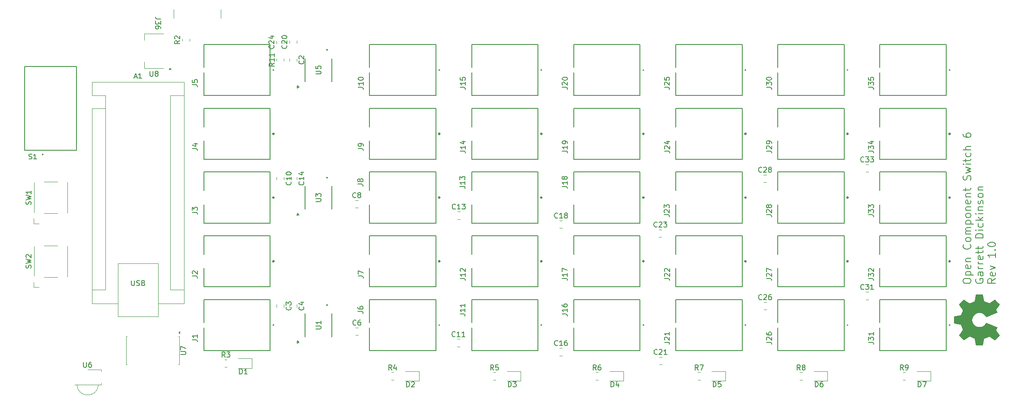
<source format=gbr>
%TF.GenerationSoftware,KiCad,Pcbnew,9.0.3*%
%TF.CreationDate,2025-07-29T17:14:18-05:00*%
%TF.ProjectId,rgb-switch,7267622d-7377-4697-9463-682e6b696361,rev?*%
%TF.SameCoordinates,Original*%
%TF.FileFunction,Legend,Top*%
%TF.FilePolarity,Positive*%
%FSLAX46Y46*%
G04 Gerber Fmt 4.6, Leading zero omitted, Abs format (unit mm)*
G04 Created by KiCad (PCBNEW 9.0.3) date 2025-07-29 17:14:18*
%MOMM*%
%LPD*%
G01*
G04 APERTURE LIST*
%ADD10C,0.200000*%
%ADD11C,0.150000*%
%ADD12C,0.127000*%
%ADD13C,0.300000*%
%ADD14C,0.120000*%
%ADD15C,0.152400*%
%ADD16C,0.000000*%
G04 APERTURE END LIST*
D10*
X243811028Y-116475564D02*
X243811028Y-116189850D01*
X243811028Y-116189850D02*
X243882457Y-116046993D01*
X243882457Y-116046993D02*
X244025314Y-115904136D01*
X244025314Y-115904136D02*
X244311028Y-115832707D01*
X244311028Y-115832707D02*
X244811028Y-115832707D01*
X244811028Y-115832707D02*
X245096742Y-115904136D01*
X245096742Y-115904136D02*
X245239600Y-116046993D01*
X245239600Y-116046993D02*
X245311028Y-116189850D01*
X245311028Y-116189850D02*
X245311028Y-116475564D01*
X245311028Y-116475564D02*
X245239600Y-116618422D01*
X245239600Y-116618422D02*
X245096742Y-116761279D01*
X245096742Y-116761279D02*
X244811028Y-116832707D01*
X244811028Y-116832707D02*
X244311028Y-116832707D01*
X244311028Y-116832707D02*
X244025314Y-116761279D01*
X244025314Y-116761279D02*
X243882457Y-116618422D01*
X243882457Y-116618422D02*
X243811028Y-116475564D01*
X244311028Y-115189850D02*
X245811028Y-115189850D01*
X244382457Y-115189850D02*
X244311028Y-115046993D01*
X244311028Y-115046993D02*
X244311028Y-114761278D01*
X244311028Y-114761278D02*
X244382457Y-114618421D01*
X244382457Y-114618421D02*
X244453885Y-114546993D01*
X244453885Y-114546993D02*
X244596742Y-114475564D01*
X244596742Y-114475564D02*
X245025314Y-114475564D01*
X245025314Y-114475564D02*
X245168171Y-114546993D01*
X245168171Y-114546993D02*
X245239600Y-114618421D01*
X245239600Y-114618421D02*
X245311028Y-114761278D01*
X245311028Y-114761278D02*
X245311028Y-115046993D01*
X245311028Y-115046993D02*
X245239600Y-115189850D01*
X245239600Y-113261278D02*
X245311028Y-113404135D01*
X245311028Y-113404135D02*
X245311028Y-113689850D01*
X245311028Y-113689850D02*
X245239600Y-113832707D01*
X245239600Y-113832707D02*
X245096742Y-113904135D01*
X245096742Y-113904135D02*
X244525314Y-113904135D01*
X244525314Y-113904135D02*
X244382457Y-113832707D01*
X244382457Y-113832707D02*
X244311028Y-113689850D01*
X244311028Y-113689850D02*
X244311028Y-113404135D01*
X244311028Y-113404135D02*
X244382457Y-113261278D01*
X244382457Y-113261278D02*
X244525314Y-113189850D01*
X244525314Y-113189850D02*
X244668171Y-113189850D01*
X244668171Y-113189850D02*
X244811028Y-113904135D01*
X244311028Y-112546993D02*
X245311028Y-112546993D01*
X244453885Y-112546993D02*
X244382457Y-112475564D01*
X244382457Y-112475564D02*
X244311028Y-112332707D01*
X244311028Y-112332707D02*
X244311028Y-112118421D01*
X244311028Y-112118421D02*
X244382457Y-111975564D01*
X244382457Y-111975564D02*
X244525314Y-111904136D01*
X244525314Y-111904136D02*
X245311028Y-111904136D01*
X245168171Y-109189850D02*
X245239600Y-109261278D01*
X245239600Y-109261278D02*
X245311028Y-109475564D01*
X245311028Y-109475564D02*
X245311028Y-109618421D01*
X245311028Y-109618421D02*
X245239600Y-109832707D01*
X245239600Y-109832707D02*
X245096742Y-109975564D01*
X245096742Y-109975564D02*
X244953885Y-110046993D01*
X244953885Y-110046993D02*
X244668171Y-110118421D01*
X244668171Y-110118421D02*
X244453885Y-110118421D01*
X244453885Y-110118421D02*
X244168171Y-110046993D01*
X244168171Y-110046993D02*
X244025314Y-109975564D01*
X244025314Y-109975564D02*
X243882457Y-109832707D01*
X243882457Y-109832707D02*
X243811028Y-109618421D01*
X243811028Y-109618421D02*
X243811028Y-109475564D01*
X243811028Y-109475564D02*
X243882457Y-109261278D01*
X243882457Y-109261278D02*
X243953885Y-109189850D01*
X245311028Y-108332707D02*
X245239600Y-108475564D01*
X245239600Y-108475564D02*
X245168171Y-108546993D01*
X245168171Y-108546993D02*
X245025314Y-108618421D01*
X245025314Y-108618421D02*
X244596742Y-108618421D01*
X244596742Y-108618421D02*
X244453885Y-108546993D01*
X244453885Y-108546993D02*
X244382457Y-108475564D01*
X244382457Y-108475564D02*
X244311028Y-108332707D01*
X244311028Y-108332707D02*
X244311028Y-108118421D01*
X244311028Y-108118421D02*
X244382457Y-107975564D01*
X244382457Y-107975564D02*
X244453885Y-107904136D01*
X244453885Y-107904136D02*
X244596742Y-107832707D01*
X244596742Y-107832707D02*
X245025314Y-107832707D01*
X245025314Y-107832707D02*
X245168171Y-107904136D01*
X245168171Y-107904136D02*
X245239600Y-107975564D01*
X245239600Y-107975564D02*
X245311028Y-108118421D01*
X245311028Y-108118421D02*
X245311028Y-108332707D01*
X245311028Y-107189850D02*
X244311028Y-107189850D01*
X244453885Y-107189850D02*
X244382457Y-107118421D01*
X244382457Y-107118421D02*
X244311028Y-106975564D01*
X244311028Y-106975564D02*
X244311028Y-106761278D01*
X244311028Y-106761278D02*
X244382457Y-106618421D01*
X244382457Y-106618421D02*
X244525314Y-106546993D01*
X244525314Y-106546993D02*
X245311028Y-106546993D01*
X244525314Y-106546993D02*
X244382457Y-106475564D01*
X244382457Y-106475564D02*
X244311028Y-106332707D01*
X244311028Y-106332707D02*
X244311028Y-106118421D01*
X244311028Y-106118421D02*
X244382457Y-105975564D01*
X244382457Y-105975564D02*
X244525314Y-105904135D01*
X244525314Y-105904135D02*
X245311028Y-105904135D01*
X244311028Y-105189850D02*
X245811028Y-105189850D01*
X244382457Y-105189850D02*
X244311028Y-105046993D01*
X244311028Y-105046993D02*
X244311028Y-104761278D01*
X244311028Y-104761278D02*
X244382457Y-104618421D01*
X244382457Y-104618421D02*
X244453885Y-104546993D01*
X244453885Y-104546993D02*
X244596742Y-104475564D01*
X244596742Y-104475564D02*
X245025314Y-104475564D01*
X245025314Y-104475564D02*
X245168171Y-104546993D01*
X245168171Y-104546993D02*
X245239600Y-104618421D01*
X245239600Y-104618421D02*
X245311028Y-104761278D01*
X245311028Y-104761278D02*
X245311028Y-105046993D01*
X245311028Y-105046993D02*
X245239600Y-105189850D01*
X245311028Y-103618421D02*
X245239600Y-103761278D01*
X245239600Y-103761278D02*
X245168171Y-103832707D01*
X245168171Y-103832707D02*
X245025314Y-103904135D01*
X245025314Y-103904135D02*
X244596742Y-103904135D01*
X244596742Y-103904135D02*
X244453885Y-103832707D01*
X244453885Y-103832707D02*
X244382457Y-103761278D01*
X244382457Y-103761278D02*
X244311028Y-103618421D01*
X244311028Y-103618421D02*
X244311028Y-103404135D01*
X244311028Y-103404135D02*
X244382457Y-103261278D01*
X244382457Y-103261278D02*
X244453885Y-103189850D01*
X244453885Y-103189850D02*
X244596742Y-103118421D01*
X244596742Y-103118421D02*
X245025314Y-103118421D01*
X245025314Y-103118421D02*
X245168171Y-103189850D01*
X245168171Y-103189850D02*
X245239600Y-103261278D01*
X245239600Y-103261278D02*
X245311028Y-103404135D01*
X245311028Y-103404135D02*
X245311028Y-103618421D01*
X244311028Y-102475564D02*
X245311028Y-102475564D01*
X244453885Y-102475564D02*
X244382457Y-102404135D01*
X244382457Y-102404135D02*
X244311028Y-102261278D01*
X244311028Y-102261278D02*
X244311028Y-102046992D01*
X244311028Y-102046992D02*
X244382457Y-101904135D01*
X244382457Y-101904135D02*
X244525314Y-101832707D01*
X244525314Y-101832707D02*
X245311028Y-101832707D01*
X245239600Y-100546992D02*
X245311028Y-100689849D01*
X245311028Y-100689849D02*
X245311028Y-100975564D01*
X245311028Y-100975564D02*
X245239600Y-101118421D01*
X245239600Y-101118421D02*
X245096742Y-101189849D01*
X245096742Y-101189849D02*
X244525314Y-101189849D01*
X244525314Y-101189849D02*
X244382457Y-101118421D01*
X244382457Y-101118421D02*
X244311028Y-100975564D01*
X244311028Y-100975564D02*
X244311028Y-100689849D01*
X244311028Y-100689849D02*
X244382457Y-100546992D01*
X244382457Y-100546992D02*
X244525314Y-100475564D01*
X244525314Y-100475564D02*
X244668171Y-100475564D01*
X244668171Y-100475564D02*
X244811028Y-101189849D01*
X244311028Y-99832707D02*
X245311028Y-99832707D01*
X244453885Y-99832707D02*
X244382457Y-99761278D01*
X244382457Y-99761278D02*
X244311028Y-99618421D01*
X244311028Y-99618421D02*
X244311028Y-99404135D01*
X244311028Y-99404135D02*
X244382457Y-99261278D01*
X244382457Y-99261278D02*
X244525314Y-99189850D01*
X244525314Y-99189850D02*
X245311028Y-99189850D01*
X244311028Y-98689849D02*
X244311028Y-98118421D01*
X243811028Y-98475564D02*
X245096742Y-98475564D01*
X245096742Y-98475564D02*
X245239600Y-98404135D01*
X245239600Y-98404135D02*
X245311028Y-98261278D01*
X245311028Y-98261278D02*
X245311028Y-98118421D01*
X245239600Y-96546992D02*
X245311028Y-96332707D01*
X245311028Y-96332707D02*
X245311028Y-95975564D01*
X245311028Y-95975564D02*
X245239600Y-95832707D01*
X245239600Y-95832707D02*
X245168171Y-95761278D01*
X245168171Y-95761278D02*
X245025314Y-95689849D01*
X245025314Y-95689849D02*
X244882457Y-95689849D01*
X244882457Y-95689849D02*
X244739600Y-95761278D01*
X244739600Y-95761278D02*
X244668171Y-95832707D01*
X244668171Y-95832707D02*
X244596742Y-95975564D01*
X244596742Y-95975564D02*
X244525314Y-96261278D01*
X244525314Y-96261278D02*
X244453885Y-96404135D01*
X244453885Y-96404135D02*
X244382457Y-96475564D01*
X244382457Y-96475564D02*
X244239600Y-96546992D01*
X244239600Y-96546992D02*
X244096742Y-96546992D01*
X244096742Y-96546992D02*
X243953885Y-96475564D01*
X243953885Y-96475564D02*
X243882457Y-96404135D01*
X243882457Y-96404135D02*
X243811028Y-96261278D01*
X243811028Y-96261278D02*
X243811028Y-95904135D01*
X243811028Y-95904135D02*
X243882457Y-95689849D01*
X244311028Y-95189850D02*
X245311028Y-94904136D01*
X245311028Y-94904136D02*
X244596742Y-94618421D01*
X244596742Y-94618421D02*
X245311028Y-94332707D01*
X245311028Y-94332707D02*
X244311028Y-94046993D01*
X245311028Y-93475564D02*
X244311028Y-93475564D01*
X243811028Y-93475564D02*
X243882457Y-93546992D01*
X243882457Y-93546992D02*
X243953885Y-93475564D01*
X243953885Y-93475564D02*
X243882457Y-93404135D01*
X243882457Y-93404135D02*
X243811028Y-93475564D01*
X243811028Y-93475564D02*
X243953885Y-93475564D01*
X244311028Y-92975563D02*
X244311028Y-92404135D01*
X243811028Y-92761278D02*
X245096742Y-92761278D01*
X245096742Y-92761278D02*
X245239600Y-92689849D01*
X245239600Y-92689849D02*
X245311028Y-92546992D01*
X245311028Y-92546992D02*
X245311028Y-92404135D01*
X245239600Y-91261278D02*
X245311028Y-91404135D01*
X245311028Y-91404135D02*
X245311028Y-91689849D01*
X245311028Y-91689849D02*
X245239600Y-91832706D01*
X245239600Y-91832706D02*
X245168171Y-91904135D01*
X245168171Y-91904135D02*
X245025314Y-91975563D01*
X245025314Y-91975563D02*
X244596742Y-91975563D01*
X244596742Y-91975563D02*
X244453885Y-91904135D01*
X244453885Y-91904135D02*
X244382457Y-91832706D01*
X244382457Y-91832706D02*
X244311028Y-91689849D01*
X244311028Y-91689849D02*
X244311028Y-91404135D01*
X244311028Y-91404135D02*
X244382457Y-91261278D01*
X245311028Y-90618421D02*
X243811028Y-90618421D01*
X245311028Y-89975564D02*
X244525314Y-89975564D01*
X244525314Y-89975564D02*
X244382457Y-90046992D01*
X244382457Y-90046992D02*
X244311028Y-90189849D01*
X244311028Y-90189849D02*
X244311028Y-90404135D01*
X244311028Y-90404135D02*
X244382457Y-90546992D01*
X244382457Y-90546992D02*
X244453885Y-90618421D01*
X243811028Y-87475564D02*
X243811028Y-87761278D01*
X243811028Y-87761278D02*
X243882457Y-87904135D01*
X243882457Y-87904135D02*
X243953885Y-87975564D01*
X243953885Y-87975564D02*
X244168171Y-88118421D01*
X244168171Y-88118421D02*
X244453885Y-88189849D01*
X244453885Y-88189849D02*
X245025314Y-88189849D01*
X245025314Y-88189849D02*
X245168171Y-88118421D01*
X245168171Y-88118421D02*
X245239600Y-88046992D01*
X245239600Y-88046992D02*
X245311028Y-87904135D01*
X245311028Y-87904135D02*
X245311028Y-87618421D01*
X245311028Y-87618421D02*
X245239600Y-87475564D01*
X245239600Y-87475564D02*
X245168171Y-87404135D01*
X245168171Y-87404135D02*
X245025314Y-87332706D01*
X245025314Y-87332706D02*
X244668171Y-87332706D01*
X244668171Y-87332706D02*
X244525314Y-87404135D01*
X244525314Y-87404135D02*
X244453885Y-87475564D01*
X244453885Y-87475564D02*
X244382457Y-87618421D01*
X244382457Y-87618421D02*
X244382457Y-87904135D01*
X244382457Y-87904135D02*
X244453885Y-88046992D01*
X244453885Y-88046992D02*
X244525314Y-88118421D01*
X244525314Y-88118421D02*
X244668171Y-88189849D01*
X246297373Y-115975564D02*
X246225944Y-116118422D01*
X246225944Y-116118422D02*
X246225944Y-116332707D01*
X246225944Y-116332707D02*
X246297373Y-116546993D01*
X246297373Y-116546993D02*
X246440230Y-116689850D01*
X246440230Y-116689850D02*
X246583087Y-116761279D01*
X246583087Y-116761279D02*
X246868801Y-116832707D01*
X246868801Y-116832707D02*
X247083087Y-116832707D01*
X247083087Y-116832707D02*
X247368801Y-116761279D01*
X247368801Y-116761279D02*
X247511658Y-116689850D01*
X247511658Y-116689850D02*
X247654516Y-116546993D01*
X247654516Y-116546993D02*
X247725944Y-116332707D01*
X247725944Y-116332707D02*
X247725944Y-116189850D01*
X247725944Y-116189850D02*
X247654516Y-115975564D01*
X247654516Y-115975564D02*
X247583087Y-115904136D01*
X247583087Y-115904136D02*
X247083087Y-115904136D01*
X247083087Y-115904136D02*
X247083087Y-116189850D01*
X247725944Y-114618422D02*
X246940230Y-114618422D01*
X246940230Y-114618422D02*
X246797373Y-114689850D01*
X246797373Y-114689850D02*
X246725944Y-114832707D01*
X246725944Y-114832707D02*
X246725944Y-115118422D01*
X246725944Y-115118422D02*
X246797373Y-115261279D01*
X247654516Y-114618422D02*
X247725944Y-114761279D01*
X247725944Y-114761279D02*
X247725944Y-115118422D01*
X247725944Y-115118422D02*
X247654516Y-115261279D01*
X247654516Y-115261279D02*
X247511658Y-115332707D01*
X247511658Y-115332707D02*
X247368801Y-115332707D01*
X247368801Y-115332707D02*
X247225944Y-115261279D01*
X247225944Y-115261279D02*
X247154516Y-115118422D01*
X247154516Y-115118422D02*
X247154516Y-114761279D01*
X247154516Y-114761279D02*
X247083087Y-114618422D01*
X247725944Y-113904136D02*
X246725944Y-113904136D01*
X247011658Y-113904136D02*
X246868801Y-113832707D01*
X246868801Y-113832707D02*
X246797373Y-113761279D01*
X246797373Y-113761279D02*
X246725944Y-113618421D01*
X246725944Y-113618421D02*
X246725944Y-113475564D01*
X247725944Y-112975565D02*
X246725944Y-112975565D01*
X247011658Y-112975565D02*
X246868801Y-112904136D01*
X246868801Y-112904136D02*
X246797373Y-112832708D01*
X246797373Y-112832708D02*
X246725944Y-112689850D01*
X246725944Y-112689850D02*
X246725944Y-112546993D01*
X247654516Y-111475565D02*
X247725944Y-111618422D01*
X247725944Y-111618422D02*
X247725944Y-111904137D01*
X247725944Y-111904137D02*
X247654516Y-112046994D01*
X247654516Y-112046994D02*
X247511658Y-112118422D01*
X247511658Y-112118422D02*
X246940230Y-112118422D01*
X246940230Y-112118422D02*
X246797373Y-112046994D01*
X246797373Y-112046994D02*
X246725944Y-111904137D01*
X246725944Y-111904137D02*
X246725944Y-111618422D01*
X246725944Y-111618422D02*
X246797373Y-111475565D01*
X246797373Y-111475565D02*
X246940230Y-111404137D01*
X246940230Y-111404137D02*
X247083087Y-111404137D01*
X247083087Y-111404137D02*
X247225944Y-112118422D01*
X246725944Y-110975565D02*
X246725944Y-110404137D01*
X246225944Y-110761280D02*
X247511658Y-110761280D01*
X247511658Y-110761280D02*
X247654516Y-110689851D01*
X247654516Y-110689851D02*
X247725944Y-110546994D01*
X247725944Y-110546994D02*
X247725944Y-110404137D01*
X246725944Y-110118422D02*
X246725944Y-109546994D01*
X246225944Y-109904137D02*
X247511658Y-109904137D01*
X247511658Y-109904137D02*
X247654516Y-109832708D01*
X247654516Y-109832708D02*
X247725944Y-109689851D01*
X247725944Y-109689851D02*
X247725944Y-109546994D01*
X247725944Y-107904137D02*
X246225944Y-107904137D01*
X246225944Y-107904137D02*
X246225944Y-107546994D01*
X246225944Y-107546994D02*
X246297373Y-107332708D01*
X246297373Y-107332708D02*
X246440230Y-107189851D01*
X246440230Y-107189851D02*
X246583087Y-107118422D01*
X246583087Y-107118422D02*
X246868801Y-107046994D01*
X246868801Y-107046994D02*
X247083087Y-107046994D01*
X247083087Y-107046994D02*
X247368801Y-107118422D01*
X247368801Y-107118422D02*
X247511658Y-107189851D01*
X247511658Y-107189851D02*
X247654516Y-107332708D01*
X247654516Y-107332708D02*
X247725944Y-107546994D01*
X247725944Y-107546994D02*
X247725944Y-107904137D01*
X247725944Y-106404137D02*
X246725944Y-106404137D01*
X246225944Y-106404137D02*
X246297373Y-106475565D01*
X246297373Y-106475565D02*
X246368801Y-106404137D01*
X246368801Y-106404137D02*
X246297373Y-106332708D01*
X246297373Y-106332708D02*
X246225944Y-106404137D01*
X246225944Y-106404137D02*
X246368801Y-106404137D01*
X247654516Y-105046994D02*
X247725944Y-105189851D01*
X247725944Y-105189851D02*
X247725944Y-105475565D01*
X247725944Y-105475565D02*
X247654516Y-105618422D01*
X247654516Y-105618422D02*
X247583087Y-105689851D01*
X247583087Y-105689851D02*
X247440230Y-105761279D01*
X247440230Y-105761279D02*
X247011658Y-105761279D01*
X247011658Y-105761279D02*
X246868801Y-105689851D01*
X246868801Y-105689851D02*
X246797373Y-105618422D01*
X246797373Y-105618422D02*
X246725944Y-105475565D01*
X246725944Y-105475565D02*
X246725944Y-105189851D01*
X246725944Y-105189851D02*
X246797373Y-105046994D01*
X247725944Y-104404137D02*
X246225944Y-104404137D01*
X247154516Y-104261280D02*
X247725944Y-103832708D01*
X246725944Y-103832708D02*
X247297373Y-104404137D01*
X247725944Y-103189851D02*
X246725944Y-103189851D01*
X246225944Y-103189851D02*
X246297373Y-103261279D01*
X246297373Y-103261279D02*
X246368801Y-103189851D01*
X246368801Y-103189851D02*
X246297373Y-103118422D01*
X246297373Y-103118422D02*
X246225944Y-103189851D01*
X246225944Y-103189851D02*
X246368801Y-103189851D01*
X246725944Y-102475565D02*
X247725944Y-102475565D01*
X246868801Y-102475565D02*
X246797373Y-102404136D01*
X246797373Y-102404136D02*
X246725944Y-102261279D01*
X246725944Y-102261279D02*
X246725944Y-102046993D01*
X246725944Y-102046993D02*
X246797373Y-101904136D01*
X246797373Y-101904136D02*
X246940230Y-101832708D01*
X246940230Y-101832708D02*
X247725944Y-101832708D01*
X247654516Y-101189850D02*
X247725944Y-101046993D01*
X247725944Y-101046993D02*
X247725944Y-100761279D01*
X247725944Y-100761279D02*
X247654516Y-100618422D01*
X247654516Y-100618422D02*
X247511658Y-100546993D01*
X247511658Y-100546993D02*
X247440230Y-100546993D01*
X247440230Y-100546993D02*
X247297373Y-100618422D01*
X247297373Y-100618422D02*
X247225944Y-100761279D01*
X247225944Y-100761279D02*
X247225944Y-100975565D01*
X247225944Y-100975565D02*
X247154516Y-101118422D01*
X247154516Y-101118422D02*
X247011658Y-101189850D01*
X247011658Y-101189850D02*
X246940230Y-101189850D01*
X246940230Y-101189850D02*
X246797373Y-101118422D01*
X246797373Y-101118422D02*
X246725944Y-100975565D01*
X246725944Y-100975565D02*
X246725944Y-100761279D01*
X246725944Y-100761279D02*
X246797373Y-100618422D01*
X247725944Y-99689850D02*
X247654516Y-99832707D01*
X247654516Y-99832707D02*
X247583087Y-99904136D01*
X247583087Y-99904136D02*
X247440230Y-99975564D01*
X247440230Y-99975564D02*
X247011658Y-99975564D01*
X247011658Y-99975564D02*
X246868801Y-99904136D01*
X246868801Y-99904136D02*
X246797373Y-99832707D01*
X246797373Y-99832707D02*
X246725944Y-99689850D01*
X246725944Y-99689850D02*
X246725944Y-99475564D01*
X246725944Y-99475564D02*
X246797373Y-99332707D01*
X246797373Y-99332707D02*
X246868801Y-99261279D01*
X246868801Y-99261279D02*
X247011658Y-99189850D01*
X247011658Y-99189850D02*
X247440230Y-99189850D01*
X247440230Y-99189850D02*
X247583087Y-99261279D01*
X247583087Y-99261279D02*
X247654516Y-99332707D01*
X247654516Y-99332707D02*
X247725944Y-99475564D01*
X247725944Y-99475564D02*
X247725944Y-99689850D01*
X246725944Y-98546993D02*
X247725944Y-98546993D01*
X246868801Y-98546993D02*
X246797373Y-98475564D01*
X246797373Y-98475564D02*
X246725944Y-98332707D01*
X246725944Y-98332707D02*
X246725944Y-98118421D01*
X246725944Y-98118421D02*
X246797373Y-97975564D01*
X246797373Y-97975564D02*
X246940230Y-97904136D01*
X246940230Y-97904136D02*
X247725944Y-97904136D01*
X250140860Y-115904136D02*
X249426574Y-116404136D01*
X250140860Y-116761279D02*
X248640860Y-116761279D01*
X248640860Y-116761279D02*
X248640860Y-116189850D01*
X248640860Y-116189850D02*
X248712289Y-116046993D01*
X248712289Y-116046993D02*
X248783717Y-115975564D01*
X248783717Y-115975564D02*
X248926574Y-115904136D01*
X248926574Y-115904136D02*
X249140860Y-115904136D01*
X249140860Y-115904136D02*
X249283717Y-115975564D01*
X249283717Y-115975564D02*
X249355146Y-116046993D01*
X249355146Y-116046993D02*
X249426574Y-116189850D01*
X249426574Y-116189850D02*
X249426574Y-116761279D01*
X250069432Y-114689850D02*
X250140860Y-114832707D01*
X250140860Y-114832707D02*
X250140860Y-115118422D01*
X250140860Y-115118422D02*
X250069432Y-115261279D01*
X250069432Y-115261279D02*
X249926574Y-115332707D01*
X249926574Y-115332707D02*
X249355146Y-115332707D01*
X249355146Y-115332707D02*
X249212289Y-115261279D01*
X249212289Y-115261279D02*
X249140860Y-115118422D01*
X249140860Y-115118422D02*
X249140860Y-114832707D01*
X249140860Y-114832707D02*
X249212289Y-114689850D01*
X249212289Y-114689850D02*
X249355146Y-114618422D01*
X249355146Y-114618422D02*
X249498003Y-114618422D01*
X249498003Y-114618422D02*
X249640860Y-115332707D01*
X249140860Y-114118422D02*
X250140860Y-113761279D01*
X250140860Y-113761279D02*
X249140860Y-113404136D01*
X250140860Y-110904136D02*
X250140860Y-111761279D01*
X250140860Y-111332708D02*
X248640860Y-111332708D01*
X248640860Y-111332708D02*
X248855146Y-111475565D01*
X248855146Y-111475565D02*
X248998003Y-111618422D01*
X248998003Y-111618422D02*
X249069432Y-111761279D01*
X249998003Y-110261280D02*
X250069432Y-110189851D01*
X250069432Y-110189851D02*
X250140860Y-110261280D01*
X250140860Y-110261280D02*
X250069432Y-110332708D01*
X250069432Y-110332708D02*
X249998003Y-110261280D01*
X249998003Y-110261280D02*
X250140860Y-110261280D01*
X248640860Y-109261279D02*
X248640860Y-109118422D01*
X248640860Y-109118422D02*
X248712289Y-108975565D01*
X248712289Y-108975565D02*
X248783717Y-108904137D01*
X248783717Y-108904137D02*
X248926574Y-108832708D01*
X248926574Y-108832708D02*
X249212289Y-108761279D01*
X249212289Y-108761279D02*
X249569432Y-108761279D01*
X249569432Y-108761279D02*
X249855146Y-108832708D01*
X249855146Y-108832708D02*
X249998003Y-108904137D01*
X249998003Y-108904137D02*
X250069432Y-108975565D01*
X250069432Y-108975565D02*
X250140860Y-109118422D01*
X250140860Y-109118422D02*
X250140860Y-109261279D01*
X250140860Y-109261279D02*
X250069432Y-109404137D01*
X250069432Y-109404137D02*
X249998003Y-109475565D01*
X249998003Y-109475565D02*
X249855146Y-109546994D01*
X249855146Y-109546994D02*
X249569432Y-109618422D01*
X249569432Y-109618422D02*
X249212289Y-109618422D01*
X249212289Y-109618422D02*
X248926574Y-109546994D01*
X248926574Y-109546994D02*
X248783717Y-109475565D01*
X248783717Y-109475565D02*
X248712289Y-109404137D01*
X248712289Y-109404137D02*
X248640860Y-109261279D01*
D11*
X145261792Y-90860721D02*
X145980859Y-90860721D01*
X145980859Y-90860721D02*
X146124672Y-90908659D01*
X146124672Y-90908659D02*
X146220548Y-91004534D01*
X146220548Y-91004534D02*
X146268485Y-91148348D01*
X146268485Y-91148348D02*
X146268485Y-91244223D01*
X146268485Y-89854028D02*
X146268485Y-90429281D01*
X146268485Y-90141655D02*
X145261792Y-90141655D01*
X145261792Y-90141655D02*
X145405606Y-90237530D01*
X145405606Y-90237530D02*
X145501481Y-90333406D01*
X145501481Y-90333406D02*
X145549419Y-90429281D01*
X145597357Y-88991149D02*
X146268485Y-88991149D01*
X145213855Y-89230838D02*
X145932921Y-89470526D01*
X145932921Y-89470526D02*
X145932921Y-88847336D01*
X61107200Y-113833332D02*
X61154819Y-113690475D01*
X61154819Y-113690475D02*
X61154819Y-113452380D01*
X61154819Y-113452380D02*
X61107200Y-113357142D01*
X61107200Y-113357142D02*
X61059580Y-113309523D01*
X61059580Y-113309523D02*
X60964342Y-113261904D01*
X60964342Y-113261904D02*
X60869104Y-113261904D01*
X60869104Y-113261904D02*
X60773866Y-113309523D01*
X60773866Y-113309523D02*
X60726247Y-113357142D01*
X60726247Y-113357142D02*
X60678628Y-113452380D01*
X60678628Y-113452380D02*
X60631009Y-113642856D01*
X60631009Y-113642856D02*
X60583390Y-113738094D01*
X60583390Y-113738094D02*
X60535771Y-113785713D01*
X60535771Y-113785713D02*
X60440533Y-113833332D01*
X60440533Y-113833332D02*
X60345295Y-113833332D01*
X60345295Y-113833332D02*
X60250057Y-113785713D01*
X60250057Y-113785713D02*
X60202438Y-113738094D01*
X60202438Y-113738094D02*
X60154819Y-113642856D01*
X60154819Y-113642856D02*
X60154819Y-113404761D01*
X60154819Y-113404761D02*
X60202438Y-113261904D01*
X60154819Y-112928570D02*
X61154819Y-112690475D01*
X61154819Y-112690475D02*
X60440533Y-112499999D01*
X60440533Y-112499999D02*
X61154819Y-112309523D01*
X61154819Y-112309523D02*
X60154819Y-112071428D01*
X60250057Y-111738094D02*
X60202438Y-111690475D01*
X60202438Y-111690475D02*
X60154819Y-111595237D01*
X60154819Y-111595237D02*
X60154819Y-111357142D01*
X60154819Y-111357142D02*
X60202438Y-111261904D01*
X60202438Y-111261904D02*
X60250057Y-111214285D01*
X60250057Y-111214285D02*
X60345295Y-111166666D01*
X60345295Y-111166666D02*
X60440533Y-111166666D01*
X60440533Y-111166666D02*
X60583390Y-111214285D01*
X60583390Y-111214285D02*
X61154819Y-111785713D01*
X61154819Y-111785713D02*
X61154819Y-111166666D01*
X124833333Y-124929580D02*
X124785714Y-124977200D01*
X124785714Y-124977200D02*
X124642857Y-125024819D01*
X124642857Y-125024819D02*
X124547619Y-125024819D01*
X124547619Y-125024819D02*
X124404762Y-124977200D01*
X124404762Y-124977200D02*
X124309524Y-124881961D01*
X124309524Y-124881961D02*
X124261905Y-124786723D01*
X124261905Y-124786723D02*
X124214286Y-124596247D01*
X124214286Y-124596247D02*
X124214286Y-124453390D01*
X124214286Y-124453390D02*
X124261905Y-124262914D01*
X124261905Y-124262914D02*
X124309524Y-124167676D01*
X124309524Y-124167676D02*
X124404762Y-124072438D01*
X124404762Y-124072438D02*
X124547619Y-124024819D01*
X124547619Y-124024819D02*
X124642857Y-124024819D01*
X124642857Y-124024819D02*
X124785714Y-124072438D01*
X124785714Y-124072438D02*
X124833333Y-124120057D01*
X125690476Y-124024819D02*
X125500000Y-124024819D01*
X125500000Y-124024819D02*
X125404762Y-124072438D01*
X125404762Y-124072438D02*
X125357143Y-124120057D01*
X125357143Y-124120057D02*
X125261905Y-124262914D01*
X125261905Y-124262914D02*
X125214286Y-124453390D01*
X125214286Y-124453390D02*
X125214286Y-124834342D01*
X125214286Y-124834342D02*
X125261905Y-124929580D01*
X125261905Y-124929580D02*
X125309524Y-124977200D01*
X125309524Y-124977200D02*
X125404762Y-125024819D01*
X125404762Y-125024819D02*
X125595238Y-125024819D01*
X125595238Y-125024819D02*
X125690476Y-124977200D01*
X125690476Y-124977200D02*
X125738095Y-124929580D01*
X125738095Y-124929580D02*
X125785714Y-124834342D01*
X125785714Y-124834342D02*
X125785714Y-124596247D01*
X125785714Y-124596247D02*
X125738095Y-124501009D01*
X125738095Y-124501009D02*
X125690476Y-124453390D01*
X125690476Y-124453390D02*
X125595238Y-124405771D01*
X125595238Y-124405771D02*
X125404762Y-124405771D01*
X125404762Y-124405771D02*
X125309524Y-124453390D01*
X125309524Y-124453390D02*
X125261905Y-124501009D01*
X125261905Y-124501009D02*
X125214286Y-124596247D01*
X225257757Y-78362580D02*
X225977229Y-78362580D01*
X225977229Y-78362580D02*
X226121123Y-78410545D01*
X226121123Y-78410545D02*
X226217053Y-78506474D01*
X226217053Y-78506474D02*
X226265017Y-78650369D01*
X226265017Y-78650369D02*
X226265017Y-78746298D01*
X225257757Y-77978862D02*
X225257757Y-77355320D01*
X225257757Y-77355320D02*
X225641475Y-77691074D01*
X225641475Y-77691074D02*
X225641475Y-77547179D01*
X225641475Y-77547179D02*
X225689440Y-77451250D01*
X225689440Y-77451250D02*
X225737405Y-77403285D01*
X225737405Y-77403285D02*
X225833334Y-77355320D01*
X225833334Y-77355320D02*
X226073158Y-77355320D01*
X226073158Y-77355320D02*
X226169088Y-77403285D01*
X226169088Y-77403285D02*
X226217053Y-77451250D01*
X226217053Y-77451250D02*
X226265017Y-77547179D01*
X226265017Y-77547179D02*
X226265017Y-77834968D01*
X226265017Y-77834968D02*
X226217053Y-77930897D01*
X226217053Y-77930897D02*
X226169088Y-77978862D01*
X225257757Y-76443990D02*
X225257757Y-76923638D01*
X225257757Y-76923638D02*
X225737405Y-76971602D01*
X225737405Y-76971602D02*
X225689440Y-76923638D01*
X225689440Y-76923638D02*
X225641475Y-76827708D01*
X225641475Y-76827708D02*
X225641475Y-76587884D01*
X225641475Y-76587884D02*
X225689440Y-76491955D01*
X225689440Y-76491955D02*
X225737405Y-76443990D01*
X225737405Y-76443990D02*
X225833334Y-76396025D01*
X225833334Y-76396025D02*
X226073158Y-76396025D01*
X226073158Y-76396025D02*
X226169088Y-76443990D01*
X226169088Y-76443990D02*
X226217053Y-76491955D01*
X226217053Y-76491955D02*
X226265017Y-76587884D01*
X226265017Y-76587884D02*
X226265017Y-76827708D01*
X226265017Y-76827708D02*
X226217053Y-76923638D01*
X226217053Y-76923638D02*
X226169088Y-76971602D01*
X205257757Y-78362580D02*
X205977229Y-78362580D01*
X205977229Y-78362580D02*
X206121123Y-78410545D01*
X206121123Y-78410545D02*
X206217053Y-78506474D01*
X206217053Y-78506474D02*
X206265017Y-78650369D01*
X206265017Y-78650369D02*
X206265017Y-78746298D01*
X205257757Y-77978862D02*
X205257757Y-77355320D01*
X205257757Y-77355320D02*
X205641475Y-77691074D01*
X205641475Y-77691074D02*
X205641475Y-77547179D01*
X205641475Y-77547179D02*
X205689440Y-77451250D01*
X205689440Y-77451250D02*
X205737405Y-77403285D01*
X205737405Y-77403285D02*
X205833334Y-77355320D01*
X205833334Y-77355320D02*
X206073158Y-77355320D01*
X206073158Y-77355320D02*
X206169088Y-77403285D01*
X206169088Y-77403285D02*
X206217053Y-77451250D01*
X206217053Y-77451250D02*
X206265017Y-77547179D01*
X206265017Y-77547179D02*
X206265017Y-77834968D01*
X206265017Y-77834968D02*
X206217053Y-77930897D01*
X206217053Y-77930897D02*
X206169088Y-77978862D01*
X205257757Y-76731779D02*
X205257757Y-76635849D01*
X205257757Y-76635849D02*
X205305722Y-76539920D01*
X205305722Y-76539920D02*
X205353687Y-76491955D01*
X205353687Y-76491955D02*
X205449616Y-76443990D01*
X205449616Y-76443990D02*
X205641475Y-76396025D01*
X205641475Y-76396025D02*
X205881299Y-76396025D01*
X205881299Y-76396025D02*
X206073158Y-76443990D01*
X206073158Y-76443990D02*
X206169088Y-76491955D01*
X206169088Y-76491955D02*
X206217053Y-76539920D01*
X206217053Y-76539920D02*
X206265017Y-76635849D01*
X206265017Y-76635849D02*
X206265017Y-76731779D01*
X206265017Y-76731779D02*
X206217053Y-76827708D01*
X206217053Y-76827708D02*
X206169088Y-76875673D01*
X206169088Y-76875673D02*
X206073158Y-76923638D01*
X206073158Y-76923638D02*
X205881299Y-76971602D01*
X205881299Y-76971602D02*
X205641475Y-76971602D01*
X205641475Y-76971602D02*
X205449616Y-76923638D01*
X205449616Y-76923638D02*
X205353687Y-76875673D01*
X205353687Y-76875673D02*
X205305722Y-76827708D01*
X205305722Y-76827708D02*
X205257757Y-76731779D01*
X60738095Y-92407200D02*
X60880952Y-92454819D01*
X60880952Y-92454819D02*
X61119047Y-92454819D01*
X61119047Y-92454819D02*
X61214285Y-92407200D01*
X61214285Y-92407200D02*
X61261904Y-92359580D01*
X61261904Y-92359580D02*
X61309523Y-92264342D01*
X61309523Y-92264342D02*
X61309523Y-92169104D01*
X61309523Y-92169104D02*
X61261904Y-92073866D01*
X61261904Y-92073866D02*
X61214285Y-92026247D01*
X61214285Y-92026247D02*
X61119047Y-91978628D01*
X61119047Y-91978628D02*
X60928571Y-91931009D01*
X60928571Y-91931009D02*
X60833333Y-91883390D01*
X60833333Y-91883390D02*
X60785714Y-91835771D01*
X60785714Y-91835771D02*
X60738095Y-91740533D01*
X60738095Y-91740533D02*
X60738095Y-91645295D01*
X60738095Y-91645295D02*
X60785714Y-91550057D01*
X60785714Y-91550057D02*
X60833333Y-91502438D01*
X60833333Y-91502438D02*
X60928571Y-91454819D01*
X60928571Y-91454819D02*
X61166666Y-91454819D01*
X61166666Y-91454819D02*
X61309523Y-91502438D01*
X62261904Y-92454819D02*
X61690476Y-92454819D01*
X61976190Y-92454819D02*
X61976190Y-91454819D01*
X61976190Y-91454819D02*
X61880952Y-91597676D01*
X61880952Y-91597676D02*
X61785714Y-91692914D01*
X61785714Y-91692914D02*
X61690476Y-91740533D01*
X114539580Y-73166666D02*
X114587200Y-73214285D01*
X114587200Y-73214285D02*
X114634819Y-73357142D01*
X114634819Y-73357142D02*
X114634819Y-73452380D01*
X114634819Y-73452380D02*
X114587200Y-73595237D01*
X114587200Y-73595237D02*
X114491961Y-73690475D01*
X114491961Y-73690475D02*
X114396723Y-73738094D01*
X114396723Y-73738094D02*
X114206247Y-73785713D01*
X114206247Y-73785713D02*
X114063390Y-73785713D01*
X114063390Y-73785713D02*
X113872914Y-73738094D01*
X113872914Y-73738094D02*
X113777676Y-73690475D01*
X113777676Y-73690475D02*
X113682438Y-73595237D01*
X113682438Y-73595237D02*
X113634819Y-73452380D01*
X113634819Y-73452380D02*
X113634819Y-73357142D01*
X113634819Y-73357142D02*
X113682438Y-73214285D01*
X113682438Y-73214285D02*
X113730057Y-73166666D01*
X113730057Y-72785713D02*
X113682438Y-72738094D01*
X113682438Y-72738094D02*
X113634819Y-72642856D01*
X113634819Y-72642856D02*
X113634819Y-72404761D01*
X113634819Y-72404761D02*
X113682438Y-72309523D01*
X113682438Y-72309523D02*
X113730057Y-72261904D01*
X113730057Y-72261904D02*
X113825295Y-72214285D01*
X113825295Y-72214285D02*
X113920533Y-72214285D01*
X113920533Y-72214285D02*
X114063390Y-72261904D01*
X114063390Y-72261904D02*
X114634819Y-72833332D01*
X114634819Y-72833332D02*
X114634819Y-72214285D01*
X232083333Y-133804819D02*
X231750000Y-133328628D01*
X231511905Y-133804819D02*
X231511905Y-132804819D01*
X231511905Y-132804819D02*
X231892857Y-132804819D01*
X231892857Y-132804819D02*
X231988095Y-132852438D01*
X231988095Y-132852438D02*
X232035714Y-132900057D01*
X232035714Y-132900057D02*
X232083333Y-132995295D01*
X232083333Y-132995295D02*
X232083333Y-133138152D01*
X232083333Y-133138152D02*
X232035714Y-133233390D01*
X232035714Y-133233390D02*
X231988095Y-133281009D01*
X231988095Y-133281009D02*
X231892857Y-133328628D01*
X231892857Y-133328628D02*
X231511905Y-133328628D01*
X232559524Y-133804819D02*
X232750000Y-133804819D01*
X232750000Y-133804819D02*
X232845238Y-133757200D01*
X232845238Y-133757200D02*
X232892857Y-133709580D01*
X232892857Y-133709580D02*
X232988095Y-133566723D01*
X232988095Y-133566723D02*
X233035714Y-133376247D01*
X233035714Y-133376247D02*
X233035714Y-132995295D01*
X233035714Y-132995295D02*
X232988095Y-132900057D01*
X232988095Y-132900057D02*
X232940476Y-132852438D01*
X232940476Y-132852438D02*
X232845238Y-132804819D01*
X232845238Y-132804819D02*
X232654762Y-132804819D01*
X232654762Y-132804819D02*
X232559524Y-132852438D01*
X232559524Y-132852438D02*
X232511905Y-132900057D01*
X232511905Y-132900057D02*
X232464286Y-132995295D01*
X232464286Y-132995295D02*
X232464286Y-133233390D01*
X232464286Y-133233390D02*
X232511905Y-133328628D01*
X232511905Y-133328628D02*
X232559524Y-133376247D01*
X232559524Y-133376247D02*
X232654762Y-133423866D01*
X232654762Y-133423866D02*
X232845238Y-133423866D01*
X232845238Y-133423866D02*
X232940476Y-133376247D01*
X232940476Y-133376247D02*
X232988095Y-133328628D01*
X232988095Y-133328628D02*
X233035714Y-133233390D01*
X205257757Y-128362580D02*
X205977229Y-128362580D01*
X205977229Y-128362580D02*
X206121123Y-128410545D01*
X206121123Y-128410545D02*
X206217053Y-128506474D01*
X206217053Y-128506474D02*
X206265017Y-128650369D01*
X206265017Y-128650369D02*
X206265017Y-128746298D01*
X205353687Y-127930897D02*
X205305722Y-127882933D01*
X205305722Y-127882933D02*
X205257757Y-127787003D01*
X205257757Y-127787003D02*
X205257757Y-127547179D01*
X205257757Y-127547179D02*
X205305722Y-127451250D01*
X205305722Y-127451250D02*
X205353687Y-127403285D01*
X205353687Y-127403285D02*
X205449616Y-127355320D01*
X205449616Y-127355320D02*
X205545546Y-127355320D01*
X205545546Y-127355320D02*
X205689440Y-127403285D01*
X205689440Y-127403285D02*
X206265017Y-127978862D01*
X206265017Y-127978862D02*
X206265017Y-127355320D01*
X205257757Y-126491955D02*
X205257757Y-126683814D01*
X205257757Y-126683814D02*
X205305722Y-126779743D01*
X205305722Y-126779743D02*
X205353687Y-126827708D01*
X205353687Y-126827708D02*
X205497581Y-126923638D01*
X205497581Y-126923638D02*
X205689440Y-126971602D01*
X205689440Y-126971602D02*
X206073158Y-126971602D01*
X206073158Y-126971602D02*
X206169088Y-126923638D01*
X206169088Y-126923638D02*
X206217053Y-126875673D01*
X206217053Y-126875673D02*
X206265017Y-126779743D01*
X206265017Y-126779743D02*
X206265017Y-126587884D01*
X206265017Y-126587884D02*
X206217053Y-126491955D01*
X206217053Y-126491955D02*
X206169088Y-126443990D01*
X206169088Y-126443990D02*
X206073158Y-126396025D01*
X206073158Y-126396025D02*
X205833334Y-126396025D01*
X205833334Y-126396025D02*
X205737405Y-126443990D01*
X205737405Y-126443990D02*
X205689440Y-126491955D01*
X205689440Y-126491955D02*
X205641475Y-126587884D01*
X205641475Y-126587884D02*
X205641475Y-126779743D01*
X205641475Y-126779743D02*
X205689440Y-126875673D01*
X205689440Y-126875673D02*
X205737405Y-126923638D01*
X205737405Y-126923638D02*
X205833334Y-126971602D01*
X92761792Y-90381343D02*
X93480859Y-90381343D01*
X93480859Y-90381343D02*
X93624672Y-90429281D01*
X93624672Y-90429281D02*
X93720548Y-90525156D01*
X93720548Y-90525156D02*
X93768485Y-90668970D01*
X93768485Y-90668970D02*
X93768485Y-90764845D01*
X93097357Y-89470526D02*
X93768485Y-89470526D01*
X92713855Y-89710215D02*
X93432921Y-89949903D01*
X93432921Y-89949903D02*
X93432921Y-89326713D01*
X92757757Y-127882932D02*
X93477229Y-127882932D01*
X93477229Y-127882932D02*
X93621123Y-127930897D01*
X93621123Y-127930897D02*
X93717053Y-128026826D01*
X93717053Y-128026826D02*
X93765017Y-128170721D01*
X93765017Y-128170721D02*
X93765017Y-128266650D01*
X93765017Y-126875672D02*
X93765017Y-127451249D01*
X93765017Y-127163461D02*
X92757757Y-127163461D01*
X92757757Y-127163461D02*
X92901652Y-127259390D01*
X92901652Y-127259390D02*
X92997581Y-127355320D01*
X92997581Y-127355320D02*
X93045546Y-127451249D01*
X165261792Y-90860721D02*
X165980859Y-90860721D01*
X165980859Y-90860721D02*
X166124672Y-90908659D01*
X166124672Y-90908659D02*
X166220548Y-91004534D01*
X166220548Y-91004534D02*
X166268485Y-91148348D01*
X166268485Y-91148348D02*
X166268485Y-91244223D01*
X166268485Y-89854028D02*
X166268485Y-90429281D01*
X166268485Y-90141655D02*
X165261792Y-90141655D01*
X165261792Y-90141655D02*
X165405606Y-90237530D01*
X165405606Y-90237530D02*
X165501481Y-90333406D01*
X165501481Y-90333406D02*
X165549419Y-90429281D01*
X166268485Y-89374651D02*
X166268485Y-89182900D01*
X166268485Y-89182900D02*
X166220548Y-89087024D01*
X166220548Y-89087024D02*
X166172610Y-89039087D01*
X166172610Y-89039087D02*
X166028796Y-88943211D01*
X166028796Y-88943211D02*
X165837045Y-88895273D01*
X165837045Y-88895273D02*
X165453543Y-88895273D01*
X165453543Y-88895273D02*
X165357668Y-88943211D01*
X165357668Y-88943211D02*
X165309730Y-88991149D01*
X165309730Y-88991149D02*
X165261792Y-89087024D01*
X165261792Y-89087024D02*
X165261792Y-89278775D01*
X165261792Y-89278775D02*
X165309730Y-89374651D01*
X165309730Y-89374651D02*
X165357668Y-89422589D01*
X165357668Y-89422589D02*
X165453543Y-89470526D01*
X165453543Y-89470526D02*
X165693232Y-89470526D01*
X165693232Y-89470526D02*
X165789108Y-89422589D01*
X165789108Y-89422589D02*
X165837045Y-89374651D01*
X165837045Y-89374651D02*
X165884983Y-89278775D01*
X165884983Y-89278775D02*
X165884983Y-89087024D01*
X165884983Y-89087024D02*
X165837045Y-88991149D01*
X165837045Y-88991149D02*
X165789108Y-88943211D01*
X165789108Y-88943211D02*
X165693232Y-88895273D01*
X225261792Y-90860721D02*
X225980859Y-90860721D01*
X225980859Y-90860721D02*
X226124672Y-90908659D01*
X226124672Y-90908659D02*
X226220548Y-91004534D01*
X226220548Y-91004534D02*
X226268485Y-91148348D01*
X226268485Y-91148348D02*
X226268485Y-91244223D01*
X225261792Y-90477219D02*
X225261792Y-89854028D01*
X225261792Y-89854028D02*
X225645294Y-90189593D01*
X225645294Y-90189593D02*
X225645294Y-90045779D01*
X225645294Y-90045779D02*
X225693232Y-89949904D01*
X225693232Y-89949904D02*
X225741170Y-89901966D01*
X225741170Y-89901966D02*
X225837045Y-89854028D01*
X225837045Y-89854028D02*
X226076734Y-89854028D01*
X226076734Y-89854028D02*
X226172610Y-89901966D01*
X226172610Y-89901966D02*
X226220548Y-89949904D01*
X226220548Y-89949904D02*
X226268485Y-90045779D01*
X226268485Y-90045779D02*
X226268485Y-90333406D01*
X226268485Y-90333406D02*
X226220548Y-90429281D01*
X226220548Y-90429281D02*
X226172610Y-90477219D01*
X225597357Y-88991149D02*
X226268485Y-88991149D01*
X225213855Y-89230838D02*
X225932921Y-89470526D01*
X225932921Y-89470526D02*
X225932921Y-88847336D01*
X185257757Y-128362580D02*
X185977229Y-128362580D01*
X185977229Y-128362580D02*
X186121123Y-128410545D01*
X186121123Y-128410545D02*
X186217053Y-128506474D01*
X186217053Y-128506474D02*
X186265017Y-128650369D01*
X186265017Y-128650369D02*
X186265017Y-128746298D01*
X185353687Y-127930897D02*
X185305722Y-127882933D01*
X185305722Y-127882933D02*
X185257757Y-127787003D01*
X185257757Y-127787003D02*
X185257757Y-127547179D01*
X185257757Y-127547179D02*
X185305722Y-127451250D01*
X185305722Y-127451250D02*
X185353687Y-127403285D01*
X185353687Y-127403285D02*
X185449616Y-127355320D01*
X185449616Y-127355320D02*
X185545546Y-127355320D01*
X185545546Y-127355320D02*
X185689440Y-127403285D01*
X185689440Y-127403285D02*
X186265017Y-127978862D01*
X186265017Y-127978862D02*
X186265017Y-127355320D01*
X186265017Y-126396025D02*
X186265017Y-126971602D01*
X186265017Y-126683814D02*
X185257757Y-126683814D01*
X185257757Y-126683814D02*
X185401652Y-126779743D01*
X185401652Y-126779743D02*
X185497581Y-126875673D01*
X185497581Y-126875673D02*
X185545546Y-126971602D01*
X125207782Y-122333137D02*
X125927254Y-122333137D01*
X125927254Y-122333137D02*
X126071148Y-122381102D01*
X126071148Y-122381102D02*
X126167078Y-122477031D01*
X126167078Y-122477031D02*
X126215042Y-122620926D01*
X126215042Y-122620926D02*
X126215042Y-122716855D01*
X125207782Y-121421807D02*
X125207782Y-121613666D01*
X125207782Y-121613666D02*
X125255747Y-121709595D01*
X125255747Y-121709595D02*
X125303712Y-121757560D01*
X125303712Y-121757560D02*
X125447606Y-121853490D01*
X125447606Y-121853490D02*
X125639465Y-121901454D01*
X125639465Y-121901454D02*
X126023183Y-121901454D01*
X126023183Y-121901454D02*
X126119113Y-121853490D01*
X126119113Y-121853490D02*
X126167078Y-121805525D01*
X126167078Y-121805525D02*
X126215042Y-121709595D01*
X126215042Y-121709595D02*
X126215042Y-121517736D01*
X126215042Y-121517736D02*
X126167078Y-121421807D01*
X126167078Y-121421807D02*
X126119113Y-121373842D01*
X126119113Y-121373842D02*
X126023183Y-121325877D01*
X126023183Y-121325877D02*
X125783359Y-121325877D01*
X125783359Y-121325877D02*
X125687430Y-121373842D01*
X125687430Y-121373842D02*
X125639465Y-121421807D01*
X125639465Y-121421807D02*
X125591500Y-121517736D01*
X125591500Y-121517736D02*
X125591500Y-121709595D01*
X125591500Y-121709595D02*
X125639465Y-121805525D01*
X125639465Y-121805525D02*
X125687430Y-121853490D01*
X125687430Y-121853490D02*
X125783359Y-121901454D01*
X185261792Y-90860721D02*
X185980859Y-90860721D01*
X185980859Y-90860721D02*
X186124672Y-90908659D01*
X186124672Y-90908659D02*
X186220548Y-91004534D01*
X186220548Y-91004534D02*
X186268485Y-91148348D01*
X186268485Y-91148348D02*
X186268485Y-91244223D01*
X185357668Y-90429281D02*
X185309730Y-90381344D01*
X185309730Y-90381344D02*
X185261792Y-90285468D01*
X185261792Y-90285468D02*
X185261792Y-90045779D01*
X185261792Y-90045779D02*
X185309730Y-89949904D01*
X185309730Y-89949904D02*
X185357668Y-89901966D01*
X185357668Y-89901966D02*
X185453543Y-89854028D01*
X185453543Y-89854028D02*
X185549419Y-89854028D01*
X185549419Y-89854028D02*
X185693232Y-89901966D01*
X185693232Y-89901966D02*
X186268485Y-90477219D01*
X186268485Y-90477219D02*
X186268485Y-89854028D01*
X185597357Y-88991149D02*
X186268485Y-88991149D01*
X185213855Y-89230838D02*
X185932921Y-89470526D01*
X185932921Y-89470526D02*
X185932921Y-88847336D01*
X191895833Y-133804819D02*
X191562500Y-133328628D01*
X191324405Y-133804819D02*
X191324405Y-132804819D01*
X191324405Y-132804819D02*
X191705357Y-132804819D01*
X191705357Y-132804819D02*
X191800595Y-132852438D01*
X191800595Y-132852438D02*
X191848214Y-132900057D01*
X191848214Y-132900057D02*
X191895833Y-132995295D01*
X191895833Y-132995295D02*
X191895833Y-133138152D01*
X191895833Y-133138152D02*
X191848214Y-133233390D01*
X191848214Y-133233390D02*
X191800595Y-133281009D01*
X191800595Y-133281009D02*
X191705357Y-133328628D01*
X191705357Y-133328628D02*
X191324405Y-133328628D01*
X192229167Y-132804819D02*
X192895833Y-132804819D01*
X192895833Y-132804819D02*
X192467262Y-133804819D01*
X194824405Y-137104819D02*
X194824405Y-136104819D01*
X194824405Y-136104819D02*
X195062500Y-136104819D01*
X195062500Y-136104819D02*
X195205357Y-136152438D01*
X195205357Y-136152438D02*
X195300595Y-136247676D01*
X195300595Y-136247676D02*
X195348214Y-136342914D01*
X195348214Y-136342914D02*
X195395833Y-136533390D01*
X195395833Y-136533390D02*
X195395833Y-136676247D01*
X195395833Y-136676247D02*
X195348214Y-136866723D01*
X195348214Y-136866723D02*
X195300595Y-136961961D01*
X195300595Y-136961961D02*
X195205357Y-137057200D01*
X195205357Y-137057200D02*
X195062500Y-137104819D01*
X195062500Y-137104819D02*
X194824405Y-137104819D01*
X196300595Y-136104819D02*
X195824405Y-136104819D01*
X195824405Y-136104819D02*
X195776786Y-136581009D01*
X195776786Y-136581009D02*
X195824405Y-136533390D01*
X195824405Y-136533390D02*
X195919643Y-136485771D01*
X195919643Y-136485771D02*
X196157738Y-136485771D01*
X196157738Y-136485771D02*
X196252976Y-136533390D01*
X196252976Y-136533390D02*
X196300595Y-136581009D01*
X196300595Y-136581009D02*
X196348214Y-136676247D01*
X196348214Y-136676247D02*
X196348214Y-136914342D01*
X196348214Y-136914342D02*
X196300595Y-137009580D01*
X196300595Y-137009580D02*
X196252976Y-137057200D01*
X196252976Y-137057200D02*
X196157738Y-137104819D01*
X196157738Y-137104819D02*
X195919643Y-137104819D01*
X195919643Y-137104819D02*
X195824405Y-137057200D01*
X195824405Y-137057200D02*
X195776786Y-137009580D01*
X224357142Y-92929580D02*
X224309523Y-92977200D01*
X224309523Y-92977200D02*
X224166666Y-93024819D01*
X224166666Y-93024819D02*
X224071428Y-93024819D01*
X224071428Y-93024819D02*
X223928571Y-92977200D01*
X223928571Y-92977200D02*
X223833333Y-92881961D01*
X223833333Y-92881961D02*
X223785714Y-92786723D01*
X223785714Y-92786723D02*
X223738095Y-92596247D01*
X223738095Y-92596247D02*
X223738095Y-92453390D01*
X223738095Y-92453390D02*
X223785714Y-92262914D01*
X223785714Y-92262914D02*
X223833333Y-92167676D01*
X223833333Y-92167676D02*
X223928571Y-92072438D01*
X223928571Y-92072438D02*
X224071428Y-92024819D01*
X224071428Y-92024819D02*
X224166666Y-92024819D01*
X224166666Y-92024819D02*
X224309523Y-92072438D01*
X224309523Y-92072438D02*
X224357142Y-92120057D01*
X224690476Y-92024819D02*
X225309523Y-92024819D01*
X225309523Y-92024819D02*
X224976190Y-92405771D01*
X224976190Y-92405771D02*
X225119047Y-92405771D01*
X225119047Y-92405771D02*
X225214285Y-92453390D01*
X225214285Y-92453390D02*
X225261904Y-92501009D01*
X225261904Y-92501009D02*
X225309523Y-92596247D01*
X225309523Y-92596247D02*
X225309523Y-92834342D01*
X225309523Y-92834342D02*
X225261904Y-92929580D01*
X225261904Y-92929580D02*
X225214285Y-92977200D01*
X225214285Y-92977200D02*
X225119047Y-93024819D01*
X225119047Y-93024819D02*
X224833333Y-93024819D01*
X224833333Y-93024819D02*
X224738095Y-92977200D01*
X224738095Y-92977200D02*
X224690476Y-92929580D01*
X225642857Y-92024819D02*
X226261904Y-92024819D01*
X226261904Y-92024819D02*
X225928571Y-92405771D01*
X225928571Y-92405771D02*
X226071428Y-92405771D01*
X226071428Y-92405771D02*
X226166666Y-92453390D01*
X226166666Y-92453390D02*
X226214285Y-92501009D01*
X226214285Y-92501009D02*
X226261904Y-92596247D01*
X226261904Y-92596247D02*
X226261904Y-92834342D01*
X226261904Y-92834342D02*
X226214285Y-92929580D01*
X226214285Y-92929580D02*
X226166666Y-92977200D01*
X226166666Y-92977200D02*
X226071428Y-93024819D01*
X226071428Y-93024819D02*
X225785714Y-93024819D01*
X225785714Y-93024819D02*
X225690476Y-92977200D01*
X225690476Y-92977200D02*
X225642857Y-92929580D01*
X145207782Y-122812785D02*
X145927254Y-122812785D01*
X145927254Y-122812785D02*
X146071148Y-122860750D01*
X146071148Y-122860750D02*
X146167078Y-122956679D01*
X146167078Y-122956679D02*
X146215042Y-123100574D01*
X146215042Y-123100574D02*
X146215042Y-123196503D01*
X146215042Y-121805525D02*
X146215042Y-122381102D01*
X146215042Y-122093314D02*
X145207782Y-122093314D01*
X145207782Y-122093314D02*
X145351677Y-122189243D01*
X145351677Y-122189243D02*
X145447606Y-122285173D01*
X145447606Y-122285173D02*
X145495571Y-122381102D01*
X146215042Y-120846230D02*
X146215042Y-121421807D01*
X146215042Y-121134019D02*
X145207782Y-121134019D01*
X145207782Y-121134019D02*
X145351677Y-121229948D01*
X145351677Y-121229948D02*
X145447606Y-121325878D01*
X145447606Y-121325878D02*
X145495571Y-121421807D01*
X116954819Y-100761904D02*
X117764342Y-100761904D01*
X117764342Y-100761904D02*
X117859580Y-100714285D01*
X117859580Y-100714285D02*
X117907200Y-100666666D01*
X117907200Y-100666666D02*
X117954819Y-100571428D01*
X117954819Y-100571428D02*
X117954819Y-100380952D01*
X117954819Y-100380952D02*
X117907200Y-100285714D01*
X117907200Y-100285714D02*
X117859580Y-100238095D01*
X117859580Y-100238095D02*
X117764342Y-100190476D01*
X117764342Y-100190476D02*
X116954819Y-100190476D01*
X116954819Y-99809523D02*
X116954819Y-99190476D01*
X116954819Y-99190476D02*
X117335771Y-99523809D01*
X117335771Y-99523809D02*
X117335771Y-99380952D01*
X117335771Y-99380952D02*
X117383390Y-99285714D01*
X117383390Y-99285714D02*
X117431009Y-99238095D01*
X117431009Y-99238095D02*
X117526247Y-99190476D01*
X117526247Y-99190476D02*
X117764342Y-99190476D01*
X117764342Y-99190476D02*
X117859580Y-99238095D01*
X117859580Y-99238095D02*
X117907200Y-99285714D01*
X117907200Y-99285714D02*
X117954819Y-99380952D01*
X117954819Y-99380952D02*
X117954819Y-99666666D01*
X117954819Y-99666666D02*
X117907200Y-99761904D01*
X117907200Y-99761904D02*
X117859580Y-99809523D01*
X113221019Y-103301999D02*
X113459114Y-103301999D01*
X113363876Y-103540094D02*
X113459114Y-103301999D01*
X113459114Y-103301999D02*
X113363876Y-103063904D01*
X113649590Y-103444856D02*
X113459114Y-103301999D01*
X113459114Y-103301999D02*
X113649590Y-103159142D01*
X113221019Y-103301999D02*
X113459114Y-103301999D01*
X113363876Y-103540094D02*
X113459114Y-103301999D01*
X113459114Y-103301999D02*
X113363876Y-103063904D01*
X113649590Y-103444856D02*
X113459114Y-103301999D01*
X113459114Y-103301999D02*
X113649590Y-103159142D01*
X125261792Y-90381343D02*
X125980859Y-90381343D01*
X125980859Y-90381343D02*
X126124672Y-90429281D01*
X126124672Y-90429281D02*
X126220548Y-90525156D01*
X126220548Y-90525156D02*
X126268485Y-90668970D01*
X126268485Y-90668970D02*
X126268485Y-90764845D01*
X126268485Y-89854028D02*
X126268485Y-89662277D01*
X126268485Y-89662277D02*
X126220548Y-89566401D01*
X126220548Y-89566401D02*
X126172610Y-89518464D01*
X126172610Y-89518464D02*
X126028796Y-89422588D01*
X126028796Y-89422588D02*
X125837045Y-89374650D01*
X125837045Y-89374650D02*
X125453543Y-89374650D01*
X125453543Y-89374650D02*
X125357668Y-89422588D01*
X125357668Y-89422588D02*
X125309730Y-89470526D01*
X125309730Y-89470526D02*
X125261792Y-89566401D01*
X125261792Y-89566401D02*
X125261792Y-89758152D01*
X125261792Y-89758152D02*
X125309730Y-89854028D01*
X125309730Y-89854028D02*
X125357668Y-89901966D01*
X125357668Y-89901966D02*
X125453543Y-89949903D01*
X125453543Y-89949903D02*
X125693232Y-89949903D01*
X125693232Y-89949903D02*
X125789108Y-89901966D01*
X125789108Y-89901966D02*
X125837045Y-89854028D01*
X125837045Y-89854028D02*
X125884983Y-89758152D01*
X125884983Y-89758152D02*
X125884983Y-89566401D01*
X125884983Y-89566401D02*
X125837045Y-89470526D01*
X125837045Y-89470526D02*
X125789108Y-89422588D01*
X125789108Y-89422588D02*
X125693232Y-89374650D01*
X90304819Y-69241666D02*
X89828628Y-69574999D01*
X90304819Y-69813094D02*
X89304819Y-69813094D01*
X89304819Y-69813094D02*
X89304819Y-69432142D01*
X89304819Y-69432142D02*
X89352438Y-69336904D01*
X89352438Y-69336904D02*
X89400057Y-69289285D01*
X89400057Y-69289285D02*
X89495295Y-69241666D01*
X89495295Y-69241666D02*
X89638152Y-69241666D01*
X89638152Y-69241666D02*
X89733390Y-69289285D01*
X89733390Y-69289285D02*
X89781009Y-69336904D01*
X89781009Y-69336904D02*
X89828628Y-69432142D01*
X89828628Y-69432142D02*
X89828628Y-69813094D01*
X89400057Y-68860713D02*
X89352438Y-68813094D01*
X89352438Y-68813094D02*
X89304819Y-68717856D01*
X89304819Y-68717856D02*
X89304819Y-68479761D01*
X89304819Y-68479761D02*
X89352438Y-68384523D01*
X89352438Y-68384523D02*
X89400057Y-68336904D01*
X89400057Y-68336904D02*
X89495295Y-68289285D01*
X89495295Y-68289285D02*
X89590533Y-68289285D01*
X89590533Y-68289285D02*
X89733390Y-68336904D01*
X89733390Y-68336904D02*
X90304819Y-68908332D01*
X90304819Y-68908332D02*
X90304819Y-68289285D01*
X112039580Y-96892857D02*
X112087200Y-96940476D01*
X112087200Y-96940476D02*
X112134819Y-97083333D01*
X112134819Y-97083333D02*
X112134819Y-97178571D01*
X112134819Y-97178571D02*
X112087200Y-97321428D01*
X112087200Y-97321428D02*
X111991961Y-97416666D01*
X111991961Y-97416666D02*
X111896723Y-97464285D01*
X111896723Y-97464285D02*
X111706247Y-97511904D01*
X111706247Y-97511904D02*
X111563390Y-97511904D01*
X111563390Y-97511904D02*
X111372914Y-97464285D01*
X111372914Y-97464285D02*
X111277676Y-97416666D01*
X111277676Y-97416666D02*
X111182438Y-97321428D01*
X111182438Y-97321428D02*
X111134819Y-97178571D01*
X111134819Y-97178571D02*
X111134819Y-97083333D01*
X111134819Y-97083333D02*
X111182438Y-96940476D01*
X111182438Y-96940476D02*
X111230057Y-96892857D01*
X112134819Y-95940476D02*
X112134819Y-96511904D01*
X112134819Y-96226190D02*
X111134819Y-96226190D01*
X111134819Y-96226190D02*
X111277676Y-96321428D01*
X111277676Y-96321428D02*
X111372914Y-96416666D01*
X111372914Y-96416666D02*
X111420533Y-96511904D01*
X111134819Y-95321428D02*
X111134819Y-95226190D01*
X111134819Y-95226190D02*
X111182438Y-95130952D01*
X111182438Y-95130952D02*
X111230057Y-95083333D01*
X111230057Y-95083333D02*
X111325295Y-95035714D01*
X111325295Y-95035714D02*
X111515771Y-94988095D01*
X111515771Y-94988095D02*
X111753866Y-94988095D01*
X111753866Y-94988095D02*
X111944342Y-95035714D01*
X111944342Y-95035714D02*
X112039580Y-95083333D01*
X112039580Y-95083333D02*
X112087200Y-95130952D01*
X112087200Y-95130952D02*
X112134819Y-95226190D01*
X112134819Y-95226190D02*
X112134819Y-95321428D01*
X112134819Y-95321428D02*
X112087200Y-95416666D01*
X112087200Y-95416666D02*
X112039580Y-95464285D01*
X112039580Y-95464285D02*
X111944342Y-95511904D01*
X111944342Y-95511904D02*
X111753866Y-95559523D01*
X111753866Y-95559523D02*
X111515771Y-95559523D01*
X111515771Y-95559523D02*
X111325295Y-95511904D01*
X111325295Y-95511904D02*
X111230057Y-95464285D01*
X111230057Y-95464285D02*
X111182438Y-95416666D01*
X111182438Y-95416666D02*
X111134819Y-95321428D01*
X90504819Y-130761904D02*
X91314342Y-130761904D01*
X91314342Y-130761904D02*
X91409580Y-130714285D01*
X91409580Y-130714285D02*
X91457200Y-130666666D01*
X91457200Y-130666666D02*
X91504819Y-130571428D01*
X91504819Y-130571428D02*
X91504819Y-130380952D01*
X91504819Y-130380952D02*
X91457200Y-130285714D01*
X91457200Y-130285714D02*
X91409580Y-130238095D01*
X91409580Y-130238095D02*
X91314342Y-130190476D01*
X91314342Y-130190476D02*
X90504819Y-130190476D01*
X90504819Y-129809523D02*
X90504819Y-129142857D01*
X90504819Y-129142857D02*
X91504819Y-129571428D01*
X114539580Y-121416666D02*
X114587200Y-121464285D01*
X114587200Y-121464285D02*
X114634819Y-121607142D01*
X114634819Y-121607142D02*
X114634819Y-121702380D01*
X114634819Y-121702380D02*
X114587200Y-121845237D01*
X114587200Y-121845237D02*
X114491961Y-121940475D01*
X114491961Y-121940475D02*
X114396723Y-121988094D01*
X114396723Y-121988094D02*
X114206247Y-122035713D01*
X114206247Y-122035713D02*
X114063390Y-122035713D01*
X114063390Y-122035713D02*
X113872914Y-121988094D01*
X113872914Y-121988094D02*
X113777676Y-121940475D01*
X113777676Y-121940475D02*
X113682438Y-121845237D01*
X113682438Y-121845237D02*
X113634819Y-121702380D01*
X113634819Y-121702380D02*
X113634819Y-121607142D01*
X113634819Y-121607142D02*
X113682438Y-121464285D01*
X113682438Y-121464285D02*
X113730057Y-121416666D01*
X113968152Y-120559523D02*
X114634819Y-120559523D01*
X113587200Y-120797618D02*
X114301485Y-121035713D01*
X114301485Y-121035713D02*
X114301485Y-120416666D01*
X235011905Y-137104819D02*
X235011905Y-136104819D01*
X235011905Y-136104819D02*
X235250000Y-136104819D01*
X235250000Y-136104819D02*
X235392857Y-136152438D01*
X235392857Y-136152438D02*
X235488095Y-136247676D01*
X235488095Y-136247676D02*
X235535714Y-136342914D01*
X235535714Y-136342914D02*
X235583333Y-136533390D01*
X235583333Y-136533390D02*
X235583333Y-136676247D01*
X235583333Y-136676247D02*
X235535714Y-136866723D01*
X235535714Y-136866723D02*
X235488095Y-136961961D01*
X235488095Y-136961961D02*
X235392857Y-137057200D01*
X235392857Y-137057200D02*
X235250000Y-137104819D01*
X235250000Y-137104819D02*
X235011905Y-137104819D01*
X235916667Y-136104819D02*
X236583333Y-136104819D01*
X236583333Y-136104819D02*
X236154762Y-137104819D01*
X205262078Y-115860585D02*
X205981117Y-115860585D01*
X205981117Y-115860585D02*
X206124925Y-115908520D01*
X206124925Y-115908520D02*
X206220797Y-116004392D01*
X206220797Y-116004392D02*
X206268732Y-116148200D01*
X206268732Y-116148200D02*
X206268732Y-116244072D01*
X205357950Y-115429162D02*
X205310014Y-115381226D01*
X205310014Y-115381226D02*
X205262078Y-115285354D01*
X205262078Y-115285354D02*
X205262078Y-115045675D01*
X205262078Y-115045675D02*
X205310014Y-114949803D01*
X205310014Y-114949803D02*
X205357950Y-114901867D01*
X205357950Y-114901867D02*
X205453822Y-114853931D01*
X205453822Y-114853931D02*
X205549694Y-114853931D01*
X205549694Y-114853931D02*
X205693502Y-114901867D01*
X205693502Y-114901867D02*
X206268732Y-115477098D01*
X206268732Y-115477098D02*
X206268732Y-114853931D01*
X205262078Y-114518380D02*
X205262078Y-113847277D01*
X205262078Y-113847277D02*
X206268732Y-114278700D01*
X116954819Y-125761904D02*
X117764342Y-125761904D01*
X117764342Y-125761904D02*
X117859580Y-125714285D01*
X117859580Y-125714285D02*
X117907200Y-125666666D01*
X117907200Y-125666666D02*
X117954819Y-125571428D01*
X117954819Y-125571428D02*
X117954819Y-125380952D01*
X117954819Y-125380952D02*
X117907200Y-125285714D01*
X117907200Y-125285714D02*
X117859580Y-125238095D01*
X117859580Y-125238095D02*
X117764342Y-125190476D01*
X117764342Y-125190476D02*
X116954819Y-125190476D01*
X117954819Y-124190476D02*
X117954819Y-124761904D01*
X117954819Y-124476190D02*
X116954819Y-124476190D01*
X116954819Y-124476190D02*
X117097676Y-124571428D01*
X117097676Y-124571428D02*
X117192914Y-124666666D01*
X117192914Y-124666666D02*
X117240533Y-124761904D01*
X113221019Y-128301999D02*
X113459114Y-128301999D01*
X113363876Y-128540094D02*
X113459114Y-128301999D01*
X113459114Y-128301999D02*
X113363876Y-128063904D01*
X113649590Y-128444856D02*
X113459114Y-128301999D01*
X113459114Y-128301999D02*
X113649590Y-128159142D01*
X113221019Y-128301999D02*
X113459114Y-128301999D01*
X113363876Y-128540094D02*
X113459114Y-128301999D01*
X113459114Y-128301999D02*
X113363876Y-128063904D01*
X113649590Y-128444856D02*
X113459114Y-128301999D01*
X113459114Y-128301999D02*
X113649590Y-128159142D01*
X165257757Y-78362580D02*
X165977229Y-78362580D01*
X165977229Y-78362580D02*
X166121123Y-78410545D01*
X166121123Y-78410545D02*
X166217053Y-78506474D01*
X166217053Y-78506474D02*
X166265017Y-78650369D01*
X166265017Y-78650369D02*
X166265017Y-78746298D01*
X165353687Y-77930897D02*
X165305722Y-77882933D01*
X165305722Y-77882933D02*
X165257757Y-77787003D01*
X165257757Y-77787003D02*
X165257757Y-77547179D01*
X165257757Y-77547179D02*
X165305722Y-77451250D01*
X165305722Y-77451250D02*
X165353687Y-77403285D01*
X165353687Y-77403285D02*
X165449616Y-77355320D01*
X165449616Y-77355320D02*
X165545546Y-77355320D01*
X165545546Y-77355320D02*
X165689440Y-77403285D01*
X165689440Y-77403285D02*
X166265017Y-77978862D01*
X166265017Y-77978862D02*
X166265017Y-77355320D01*
X165257757Y-76731779D02*
X165257757Y-76635849D01*
X165257757Y-76635849D02*
X165305722Y-76539920D01*
X165305722Y-76539920D02*
X165353687Y-76491955D01*
X165353687Y-76491955D02*
X165449616Y-76443990D01*
X165449616Y-76443990D02*
X165641475Y-76396025D01*
X165641475Y-76396025D02*
X165881299Y-76396025D01*
X165881299Y-76396025D02*
X166073158Y-76443990D01*
X166073158Y-76443990D02*
X166169088Y-76491955D01*
X166169088Y-76491955D02*
X166217053Y-76539920D01*
X166217053Y-76539920D02*
X166265017Y-76635849D01*
X166265017Y-76635849D02*
X166265017Y-76731779D01*
X166265017Y-76731779D02*
X166217053Y-76827708D01*
X166217053Y-76827708D02*
X166169088Y-76875673D01*
X166169088Y-76875673D02*
X166073158Y-76923638D01*
X166073158Y-76923638D02*
X165881299Y-76971602D01*
X165881299Y-76971602D02*
X165641475Y-76971602D01*
X165641475Y-76971602D02*
X165449616Y-76923638D01*
X165449616Y-76923638D02*
X165353687Y-76875673D01*
X165353687Y-76875673D02*
X165305722Y-76827708D01*
X165305722Y-76827708D02*
X165257757Y-76731779D01*
X144332142Y-102179580D02*
X144284523Y-102227200D01*
X144284523Y-102227200D02*
X144141666Y-102274819D01*
X144141666Y-102274819D02*
X144046428Y-102274819D01*
X144046428Y-102274819D02*
X143903571Y-102227200D01*
X143903571Y-102227200D02*
X143808333Y-102131961D01*
X143808333Y-102131961D02*
X143760714Y-102036723D01*
X143760714Y-102036723D02*
X143713095Y-101846247D01*
X143713095Y-101846247D02*
X143713095Y-101703390D01*
X143713095Y-101703390D02*
X143760714Y-101512914D01*
X143760714Y-101512914D02*
X143808333Y-101417676D01*
X143808333Y-101417676D02*
X143903571Y-101322438D01*
X143903571Y-101322438D02*
X144046428Y-101274819D01*
X144046428Y-101274819D02*
X144141666Y-101274819D01*
X144141666Y-101274819D02*
X144284523Y-101322438D01*
X144284523Y-101322438D02*
X144332142Y-101370057D01*
X145284523Y-102274819D02*
X144713095Y-102274819D01*
X144998809Y-102274819D02*
X144998809Y-101274819D01*
X144998809Y-101274819D02*
X144903571Y-101417676D01*
X144903571Y-101417676D02*
X144808333Y-101512914D01*
X144808333Y-101512914D02*
X144713095Y-101560533D01*
X145617857Y-101274819D02*
X146236904Y-101274819D01*
X146236904Y-101274819D02*
X145903571Y-101655771D01*
X145903571Y-101655771D02*
X146046428Y-101655771D01*
X146046428Y-101655771D02*
X146141666Y-101703390D01*
X146141666Y-101703390D02*
X146189285Y-101751009D01*
X146189285Y-101751009D02*
X146236904Y-101846247D01*
X146236904Y-101846247D02*
X146236904Y-102084342D01*
X146236904Y-102084342D02*
X146189285Y-102179580D01*
X146189285Y-102179580D02*
X146141666Y-102227200D01*
X146141666Y-102227200D02*
X146046428Y-102274819D01*
X146046428Y-102274819D02*
X145760714Y-102274819D01*
X145760714Y-102274819D02*
X145665476Y-102227200D01*
X145665476Y-102227200D02*
X145617857Y-102179580D01*
X183857142Y-130679580D02*
X183809523Y-130727200D01*
X183809523Y-130727200D02*
X183666666Y-130774819D01*
X183666666Y-130774819D02*
X183571428Y-130774819D01*
X183571428Y-130774819D02*
X183428571Y-130727200D01*
X183428571Y-130727200D02*
X183333333Y-130631961D01*
X183333333Y-130631961D02*
X183285714Y-130536723D01*
X183285714Y-130536723D02*
X183238095Y-130346247D01*
X183238095Y-130346247D02*
X183238095Y-130203390D01*
X183238095Y-130203390D02*
X183285714Y-130012914D01*
X183285714Y-130012914D02*
X183333333Y-129917676D01*
X183333333Y-129917676D02*
X183428571Y-129822438D01*
X183428571Y-129822438D02*
X183571428Y-129774819D01*
X183571428Y-129774819D02*
X183666666Y-129774819D01*
X183666666Y-129774819D02*
X183809523Y-129822438D01*
X183809523Y-129822438D02*
X183857142Y-129870057D01*
X184238095Y-129870057D02*
X184285714Y-129822438D01*
X184285714Y-129822438D02*
X184380952Y-129774819D01*
X184380952Y-129774819D02*
X184619047Y-129774819D01*
X184619047Y-129774819D02*
X184714285Y-129822438D01*
X184714285Y-129822438D02*
X184761904Y-129870057D01*
X184761904Y-129870057D02*
X184809523Y-129965295D01*
X184809523Y-129965295D02*
X184809523Y-130060533D01*
X184809523Y-130060533D02*
X184761904Y-130203390D01*
X184761904Y-130203390D02*
X184190476Y-130774819D01*
X184190476Y-130774819D02*
X184809523Y-130774819D01*
X185761904Y-130774819D02*
X185190476Y-130774819D01*
X185476190Y-130774819D02*
X185476190Y-129774819D01*
X185476190Y-129774819D02*
X185380952Y-129917676D01*
X185380952Y-129917676D02*
X185285714Y-130012914D01*
X185285714Y-130012914D02*
X185190476Y-130060533D01*
X86545180Y-64972976D02*
X85830895Y-64972976D01*
X85830895Y-64972976D02*
X85688038Y-64925357D01*
X85688038Y-64925357D02*
X85592800Y-64830119D01*
X85592800Y-64830119D02*
X85545180Y-64687262D01*
X85545180Y-64687262D02*
X85545180Y-64592024D01*
X86545180Y-65353929D02*
X86545180Y-65972976D01*
X86545180Y-65972976D02*
X86164228Y-65639643D01*
X86164228Y-65639643D02*
X86164228Y-65782500D01*
X86164228Y-65782500D02*
X86116609Y-65877738D01*
X86116609Y-65877738D02*
X86068990Y-65925357D01*
X86068990Y-65925357D02*
X85973752Y-65972976D01*
X85973752Y-65972976D02*
X85735657Y-65972976D01*
X85735657Y-65972976D02*
X85640419Y-65925357D01*
X85640419Y-65925357D02*
X85592800Y-65877738D01*
X85592800Y-65877738D02*
X85545180Y-65782500D01*
X85545180Y-65782500D02*
X85545180Y-65496786D01*
X85545180Y-65496786D02*
X85592800Y-65401548D01*
X85592800Y-65401548D02*
X85640419Y-65353929D01*
X86545180Y-66830119D02*
X86545180Y-66639643D01*
X86545180Y-66639643D02*
X86497561Y-66544405D01*
X86497561Y-66544405D02*
X86449942Y-66496786D01*
X86449942Y-66496786D02*
X86307085Y-66401548D01*
X86307085Y-66401548D02*
X86116609Y-66353929D01*
X86116609Y-66353929D02*
X85735657Y-66353929D01*
X85735657Y-66353929D02*
X85640419Y-66401548D01*
X85640419Y-66401548D02*
X85592800Y-66449167D01*
X85592800Y-66449167D02*
X85545180Y-66544405D01*
X85545180Y-66544405D02*
X85545180Y-66734881D01*
X85545180Y-66734881D02*
X85592800Y-66830119D01*
X85592800Y-66830119D02*
X85640419Y-66877738D01*
X85640419Y-66877738D02*
X85735657Y-66925357D01*
X85735657Y-66925357D02*
X85973752Y-66925357D01*
X85973752Y-66925357D02*
X86068990Y-66877738D01*
X86068990Y-66877738D02*
X86116609Y-66830119D01*
X86116609Y-66830119D02*
X86164228Y-66734881D01*
X86164228Y-66734881D02*
X86164228Y-66544405D01*
X86164228Y-66544405D02*
X86116609Y-66449167D01*
X86116609Y-66449167D02*
X86068990Y-66401548D01*
X86068990Y-66401548D02*
X85973752Y-66353929D01*
X165262078Y-115860585D02*
X165981117Y-115860585D01*
X165981117Y-115860585D02*
X166124925Y-115908520D01*
X166124925Y-115908520D02*
X166220797Y-116004392D01*
X166220797Y-116004392D02*
X166268732Y-116148200D01*
X166268732Y-116148200D02*
X166268732Y-116244072D01*
X166268732Y-114853931D02*
X166268732Y-115429162D01*
X166268732Y-115141546D02*
X165262078Y-115141546D01*
X165262078Y-115141546D02*
X165405886Y-115237418D01*
X165405886Y-115237418D02*
X165501758Y-115333290D01*
X165501758Y-115333290D02*
X165549694Y-115429162D01*
X165262078Y-114518380D02*
X165262078Y-113847277D01*
X165262078Y-113847277D02*
X166268732Y-114278700D01*
X185262078Y-115860585D02*
X185981117Y-115860585D01*
X185981117Y-115860585D02*
X186124925Y-115908520D01*
X186124925Y-115908520D02*
X186220797Y-116004392D01*
X186220797Y-116004392D02*
X186268732Y-116148200D01*
X186268732Y-116148200D02*
X186268732Y-116244072D01*
X185357950Y-115429162D02*
X185310014Y-115381226D01*
X185310014Y-115381226D02*
X185262078Y-115285354D01*
X185262078Y-115285354D02*
X185262078Y-115045675D01*
X185262078Y-115045675D02*
X185310014Y-114949803D01*
X185310014Y-114949803D02*
X185357950Y-114901867D01*
X185357950Y-114901867D02*
X185453822Y-114853931D01*
X185453822Y-114853931D02*
X185549694Y-114853931D01*
X185549694Y-114853931D02*
X185693502Y-114901867D01*
X185693502Y-114901867D02*
X186268732Y-115477098D01*
X186268732Y-115477098D02*
X186268732Y-114853931D01*
X185357950Y-114470444D02*
X185310014Y-114422508D01*
X185310014Y-114422508D02*
X185262078Y-114326636D01*
X185262078Y-114326636D02*
X185262078Y-114086957D01*
X185262078Y-114086957D02*
X185310014Y-113991085D01*
X185310014Y-113991085D02*
X185357950Y-113943149D01*
X185357950Y-113943149D02*
X185453822Y-113895213D01*
X185453822Y-113895213D02*
X185549694Y-113895213D01*
X185549694Y-113895213D02*
X185693502Y-113943149D01*
X185693502Y-113943149D02*
X186268732Y-114518380D01*
X186268732Y-114518380D02*
X186268732Y-113895213D01*
X211895833Y-133804819D02*
X211562500Y-133328628D01*
X211324405Y-133804819D02*
X211324405Y-132804819D01*
X211324405Y-132804819D02*
X211705357Y-132804819D01*
X211705357Y-132804819D02*
X211800595Y-132852438D01*
X211800595Y-132852438D02*
X211848214Y-132900057D01*
X211848214Y-132900057D02*
X211895833Y-132995295D01*
X211895833Y-132995295D02*
X211895833Y-133138152D01*
X211895833Y-133138152D02*
X211848214Y-133233390D01*
X211848214Y-133233390D02*
X211800595Y-133281009D01*
X211800595Y-133281009D02*
X211705357Y-133328628D01*
X211705357Y-133328628D02*
X211324405Y-133328628D01*
X212467262Y-133233390D02*
X212372024Y-133185771D01*
X212372024Y-133185771D02*
X212324405Y-133138152D01*
X212324405Y-133138152D02*
X212276786Y-133042914D01*
X212276786Y-133042914D02*
X212276786Y-132995295D01*
X212276786Y-132995295D02*
X212324405Y-132900057D01*
X212324405Y-132900057D02*
X212372024Y-132852438D01*
X212372024Y-132852438D02*
X212467262Y-132804819D01*
X212467262Y-132804819D02*
X212657738Y-132804819D01*
X212657738Y-132804819D02*
X212752976Y-132852438D01*
X212752976Y-132852438D02*
X212800595Y-132900057D01*
X212800595Y-132900057D02*
X212848214Y-132995295D01*
X212848214Y-132995295D02*
X212848214Y-133042914D01*
X212848214Y-133042914D02*
X212800595Y-133138152D01*
X212800595Y-133138152D02*
X212752976Y-133185771D01*
X212752976Y-133185771D02*
X212657738Y-133233390D01*
X212657738Y-133233390D02*
X212467262Y-133233390D01*
X212467262Y-133233390D02*
X212372024Y-133281009D01*
X212372024Y-133281009D02*
X212324405Y-133328628D01*
X212324405Y-133328628D02*
X212276786Y-133423866D01*
X212276786Y-133423866D02*
X212276786Y-133614342D01*
X212276786Y-133614342D02*
X212324405Y-133709580D01*
X212324405Y-133709580D02*
X212372024Y-133757200D01*
X212372024Y-133757200D02*
X212467262Y-133804819D01*
X212467262Y-133804819D02*
X212657738Y-133804819D01*
X212657738Y-133804819D02*
X212752976Y-133757200D01*
X212752976Y-133757200D02*
X212800595Y-133709580D01*
X212800595Y-133709580D02*
X212848214Y-133614342D01*
X212848214Y-133614342D02*
X212848214Y-133423866D01*
X212848214Y-133423866D02*
X212800595Y-133328628D01*
X212800595Y-133328628D02*
X212752976Y-133281009D01*
X212752976Y-133281009D02*
X212657738Y-133233390D01*
X71448095Y-132279819D02*
X71448095Y-133089342D01*
X71448095Y-133089342D02*
X71495714Y-133184580D01*
X71495714Y-133184580D02*
X71543333Y-133232200D01*
X71543333Y-133232200D02*
X71638571Y-133279819D01*
X71638571Y-133279819D02*
X71829047Y-133279819D01*
X71829047Y-133279819D02*
X71924285Y-133232200D01*
X71924285Y-133232200D02*
X71971904Y-133184580D01*
X71971904Y-133184580D02*
X72019523Y-133089342D01*
X72019523Y-133089342D02*
X72019523Y-132279819D01*
X72924285Y-132279819D02*
X72733809Y-132279819D01*
X72733809Y-132279819D02*
X72638571Y-132327438D01*
X72638571Y-132327438D02*
X72590952Y-132375057D01*
X72590952Y-132375057D02*
X72495714Y-132517914D01*
X72495714Y-132517914D02*
X72448095Y-132708390D01*
X72448095Y-132708390D02*
X72448095Y-133089342D01*
X72448095Y-133089342D02*
X72495714Y-133184580D01*
X72495714Y-133184580D02*
X72543333Y-133232200D01*
X72543333Y-133232200D02*
X72638571Y-133279819D01*
X72638571Y-133279819D02*
X72829047Y-133279819D01*
X72829047Y-133279819D02*
X72924285Y-133232200D01*
X72924285Y-133232200D02*
X72971904Y-133184580D01*
X72971904Y-133184580D02*
X73019523Y-133089342D01*
X73019523Y-133089342D02*
X73019523Y-132851247D01*
X73019523Y-132851247D02*
X72971904Y-132756009D01*
X72971904Y-132756009D02*
X72924285Y-132708390D01*
X72924285Y-132708390D02*
X72829047Y-132660771D01*
X72829047Y-132660771D02*
X72638571Y-132660771D01*
X72638571Y-132660771D02*
X72543333Y-132708390D01*
X72543333Y-132708390D02*
X72495714Y-132756009D01*
X72495714Y-132756009D02*
X72448095Y-132851247D01*
X125200363Y-97336096D02*
X125920571Y-97336096D01*
X125920571Y-97336096D02*
X126064613Y-97384110D01*
X126064613Y-97384110D02*
X126160641Y-97480138D01*
X126160641Y-97480138D02*
X126208654Y-97624179D01*
X126208654Y-97624179D02*
X126208654Y-97720207D01*
X125632488Y-96711916D02*
X125584474Y-96807943D01*
X125584474Y-96807943D02*
X125536460Y-96855957D01*
X125536460Y-96855957D02*
X125440433Y-96903971D01*
X125440433Y-96903971D02*
X125392419Y-96903971D01*
X125392419Y-96903971D02*
X125296391Y-96855957D01*
X125296391Y-96855957D02*
X125248377Y-96807943D01*
X125248377Y-96807943D02*
X125200363Y-96711916D01*
X125200363Y-96711916D02*
X125200363Y-96519860D01*
X125200363Y-96519860D02*
X125248377Y-96423833D01*
X125248377Y-96423833D02*
X125296391Y-96375819D01*
X125296391Y-96375819D02*
X125392419Y-96327805D01*
X125392419Y-96327805D02*
X125440433Y-96327805D01*
X125440433Y-96327805D02*
X125536460Y-96375819D01*
X125536460Y-96375819D02*
X125584474Y-96423833D01*
X125584474Y-96423833D02*
X125632488Y-96519860D01*
X125632488Y-96519860D02*
X125632488Y-96711916D01*
X125632488Y-96711916D02*
X125680502Y-96807943D01*
X125680502Y-96807943D02*
X125728516Y-96855957D01*
X125728516Y-96855957D02*
X125824544Y-96903971D01*
X125824544Y-96903971D02*
X126016599Y-96903971D01*
X126016599Y-96903971D02*
X126112627Y-96855957D01*
X126112627Y-96855957D02*
X126160641Y-96807943D01*
X126160641Y-96807943D02*
X126208654Y-96711916D01*
X126208654Y-96711916D02*
X126208654Y-96519860D01*
X126208654Y-96519860D02*
X126160641Y-96423833D01*
X126160641Y-96423833D02*
X126112627Y-96375819D01*
X126112627Y-96375819D02*
X126016599Y-96327805D01*
X126016599Y-96327805D02*
X125824544Y-96327805D01*
X125824544Y-96327805D02*
X125728516Y-96375819D01*
X125728516Y-96375819D02*
X125680502Y-96423833D01*
X125680502Y-96423833D02*
X125632488Y-96519860D01*
X205261792Y-90860721D02*
X205980859Y-90860721D01*
X205980859Y-90860721D02*
X206124672Y-90908659D01*
X206124672Y-90908659D02*
X206220548Y-91004534D01*
X206220548Y-91004534D02*
X206268485Y-91148348D01*
X206268485Y-91148348D02*
X206268485Y-91244223D01*
X205357668Y-90429281D02*
X205309730Y-90381344D01*
X205309730Y-90381344D02*
X205261792Y-90285468D01*
X205261792Y-90285468D02*
X205261792Y-90045779D01*
X205261792Y-90045779D02*
X205309730Y-89949904D01*
X205309730Y-89949904D02*
X205357668Y-89901966D01*
X205357668Y-89901966D02*
X205453543Y-89854028D01*
X205453543Y-89854028D02*
X205549419Y-89854028D01*
X205549419Y-89854028D02*
X205693232Y-89901966D01*
X205693232Y-89901966D02*
X206268485Y-90477219D01*
X206268485Y-90477219D02*
X206268485Y-89854028D01*
X206268485Y-89374651D02*
X206268485Y-89182900D01*
X206268485Y-89182900D02*
X206220548Y-89087024D01*
X206220548Y-89087024D02*
X206172610Y-89039087D01*
X206172610Y-89039087D02*
X206028796Y-88943211D01*
X206028796Y-88943211D02*
X205837045Y-88895273D01*
X205837045Y-88895273D02*
X205453543Y-88895273D01*
X205453543Y-88895273D02*
X205357668Y-88943211D01*
X205357668Y-88943211D02*
X205309730Y-88991149D01*
X205309730Y-88991149D02*
X205261792Y-89087024D01*
X205261792Y-89087024D02*
X205261792Y-89278775D01*
X205261792Y-89278775D02*
X205309730Y-89374651D01*
X205309730Y-89374651D02*
X205357668Y-89422589D01*
X205357668Y-89422589D02*
X205453543Y-89470526D01*
X205453543Y-89470526D02*
X205693232Y-89470526D01*
X205693232Y-89470526D02*
X205789108Y-89422589D01*
X205789108Y-89422589D02*
X205837045Y-89374651D01*
X205837045Y-89374651D02*
X205884983Y-89278775D01*
X205884983Y-89278775D02*
X205884983Y-89087024D01*
X205884983Y-89087024D02*
X205837045Y-88991149D01*
X205837045Y-88991149D02*
X205789108Y-88943211D01*
X205789108Y-88943211D02*
X205693232Y-88895273D01*
X224357142Y-117929580D02*
X224309523Y-117977200D01*
X224309523Y-117977200D02*
X224166666Y-118024819D01*
X224166666Y-118024819D02*
X224071428Y-118024819D01*
X224071428Y-118024819D02*
X223928571Y-117977200D01*
X223928571Y-117977200D02*
X223833333Y-117881961D01*
X223833333Y-117881961D02*
X223785714Y-117786723D01*
X223785714Y-117786723D02*
X223738095Y-117596247D01*
X223738095Y-117596247D02*
X223738095Y-117453390D01*
X223738095Y-117453390D02*
X223785714Y-117262914D01*
X223785714Y-117262914D02*
X223833333Y-117167676D01*
X223833333Y-117167676D02*
X223928571Y-117072438D01*
X223928571Y-117072438D02*
X224071428Y-117024819D01*
X224071428Y-117024819D02*
X224166666Y-117024819D01*
X224166666Y-117024819D02*
X224309523Y-117072438D01*
X224309523Y-117072438D02*
X224357142Y-117120057D01*
X224690476Y-117024819D02*
X225309523Y-117024819D01*
X225309523Y-117024819D02*
X224976190Y-117405771D01*
X224976190Y-117405771D02*
X225119047Y-117405771D01*
X225119047Y-117405771D02*
X225214285Y-117453390D01*
X225214285Y-117453390D02*
X225261904Y-117501009D01*
X225261904Y-117501009D02*
X225309523Y-117596247D01*
X225309523Y-117596247D02*
X225309523Y-117834342D01*
X225309523Y-117834342D02*
X225261904Y-117929580D01*
X225261904Y-117929580D02*
X225214285Y-117977200D01*
X225214285Y-117977200D02*
X225119047Y-118024819D01*
X225119047Y-118024819D02*
X224833333Y-118024819D01*
X224833333Y-118024819D02*
X224738095Y-117977200D01*
X224738095Y-117977200D02*
X224690476Y-117929580D01*
X226261904Y-118024819D02*
X225690476Y-118024819D01*
X225976190Y-118024819D02*
X225976190Y-117024819D01*
X225976190Y-117024819D02*
X225880952Y-117167676D01*
X225880952Y-117167676D02*
X225785714Y-117262914D01*
X225785714Y-117262914D02*
X225690476Y-117310533D01*
X214824405Y-137104819D02*
X214824405Y-136104819D01*
X214824405Y-136104819D02*
X215062500Y-136104819D01*
X215062500Y-136104819D02*
X215205357Y-136152438D01*
X215205357Y-136152438D02*
X215300595Y-136247676D01*
X215300595Y-136247676D02*
X215348214Y-136342914D01*
X215348214Y-136342914D02*
X215395833Y-136533390D01*
X215395833Y-136533390D02*
X215395833Y-136676247D01*
X215395833Y-136676247D02*
X215348214Y-136866723D01*
X215348214Y-136866723D02*
X215300595Y-136961961D01*
X215300595Y-136961961D02*
X215205357Y-137057200D01*
X215205357Y-137057200D02*
X215062500Y-137104819D01*
X215062500Y-137104819D02*
X214824405Y-137104819D01*
X216252976Y-136104819D02*
X216062500Y-136104819D01*
X216062500Y-136104819D02*
X215967262Y-136152438D01*
X215967262Y-136152438D02*
X215919643Y-136200057D01*
X215919643Y-136200057D02*
X215824405Y-136342914D01*
X215824405Y-136342914D02*
X215776786Y-136533390D01*
X215776786Y-136533390D02*
X215776786Y-136914342D01*
X215776786Y-136914342D02*
X215824405Y-137009580D01*
X215824405Y-137009580D02*
X215872024Y-137057200D01*
X215872024Y-137057200D02*
X215967262Y-137104819D01*
X215967262Y-137104819D02*
X216157738Y-137104819D01*
X216157738Y-137104819D02*
X216252976Y-137057200D01*
X216252976Y-137057200D02*
X216300595Y-137009580D01*
X216300595Y-137009580D02*
X216348214Y-136914342D01*
X216348214Y-136914342D02*
X216348214Y-136676247D01*
X216348214Y-136676247D02*
X216300595Y-136581009D01*
X216300595Y-136581009D02*
X216252976Y-136533390D01*
X216252976Y-136533390D02*
X216157738Y-136485771D01*
X216157738Y-136485771D02*
X215967262Y-136485771D01*
X215967262Y-136485771D02*
X215872024Y-136533390D01*
X215872024Y-136533390D02*
X215824405Y-136581009D01*
X215824405Y-136581009D02*
X215776786Y-136676247D01*
X183832142Y-105679580D02*
X183784523Y-105727200D01*
X183784523Y-105727200D02*
X183641666Y-105774819D01*
X183641666Y-105774819D02*
X183546428Y-105774819D01*
X183546428Y-105774819D02*
X183403571Y-105727200D01*
X183403571Y-105727200D02*
X183308333Y-105631961D01*
X183308333Y-105631961D02*
X183260714Y-105536723D01*
X183260714Y-105536723D02*
X183213095Y-105346247D01*
X183213095Y-105346247D02*
X183213095Y-105203390D01*
X183213095Y-105203390D02*
X183260714Y-105012914D01*
X183260714Y-105012914D02*
X183308333Y-104917676D01*
X183308333Y-104917676D02*
X183403571Y-104822438D01*
X183403571Y-104822438D02*
X183546428Y-104774819D01*
X183546428Y-104774819D02*
X183641666Y-104774819D01*
X183641666Y-104774819D02*
X183784523Y-104822438D01*
X183784523Y-104822438D02*
X183832142Y-104870057D01*
X184213095Y-104870057D02*
X184260714Y-104822438D01*
X184260714Y-104822438D02*
X184355952Y-104774819D01*
X184355952Y-104774819D02*
X184594047Y-104774819D01*
X184594047Y-104774819D02*
X184689285Y-104822438D01*
X184689285Y-104822438D02*
X184736904Y-104870057D01*
X184736904Y-104870057D02*
X184784523Y-104965295D01*
X184784523Y-104965295D02*
X184784523Y-105060533D01*
X184784523Y-105060533D02*
X184736904Y-105203390D01*
X184736904Y-105203390D02*
X184165476Y-105774819D01*
X184165476Y-105774819D02*
X184784523Y-105774819D01*
X185117857Y-104774819D02*
X185736904Y-104774819D01*
X185736904Y-104774819D02*
X185403571Y-105155771D01*
X185403571Y-105155771D02*
X185546428Y-105155771D01*
X185546428Y-105155771D02*
X185641666Y-105203390D01*
X185641666Y-105203390D02*
X185689285Y-105251009D01*
X185689285Y-105251009D02*
X185736904Y-105346247D01*
X185736904Y-105346247D02*
X185736904Y-105584342D01*
X185736904Y-105584342D02*
X185689285Y-105679580D01*
X185689285Y-105679580D02*
X185641666Y-105727200D01*
X185641666Y-105727200D02*
X185546428Y-105774819D01*
X185546428Y-105774819D02*
X185260714Y-105774819D01*
X185260714Y-105774819D02*
X185165476Y-105727200D01*
X185165476Y-105727200D02*
X185117857Y-105679580D01*
X174824405Y-137104819D02*
X174824405Y-136104819D01*
X174824405Y-136104819D02*
X175062500Y-136104819D01*
X175062500Y-136104819D02*
X175205357Y-136152438D01*
X175205357Y-136152438D02*
X175300595Y-136247676D01*
X175300595Y-136247676D02*
X175348214Y-136342914D01*
X175348214Y-136342914D02*
X175395833Y-136533390D01*
X175395833Y-136533390D02*
X175395833Y-136676247D01*
X175395833Y-136676247D02*
X175348214Y-136866723D01*
X175348214Y-136866723D02*
X175300595Y-136961961D01*
X175300595Y-136961961D02*
X175205357Y-137057200D01*
X175205357Y-137057200D02*
X175062500Y-137104819D01*
X175062500Y-137104819D02*
X174824405Y-137104819D01*
X176252976Y-136438152D02*
X176252976Y-137104819D01*
X176014881Y-136057200D02*
X175776786Y-136771485D01*
X175776786Y-136771485D02*
X176395833Y-136771485D01*
X92762078Y-115381226D02*
X93481117Y-115381226D01*
X93481117Y-115381226D02*
X93624925Y-115429161D01*
X93624925Y-115429161D02*
X93720797Y-115525033D01*
X93720797Y-115525033D02*
X93768732Y-115668841D01*
X93768732Y-115668841D02*
X93768732Y-115764713D01*
X92857950Y-114949803D02*
X92810014Y-114901867D01*
X92810014Y-114901867D02*
X92762078Y-114805995D01*
X92762078Y-114805995D02*
X92762078Y-114566316D01*
X92762078Y-114566316D02*
X92810014Y-114470444D01*
X92810014Y-114470444D02*
X92857950Y-114422508D01*
X92857950Y-114422508D02*
X92953822Y-114374572D01*
X92953822Y-114374572D02*
X93049694Y-114374572D01*
X93049694Y-114374572D02*
X93193502Y-114422508D01*
X93193502Y-114422508D02*
X93768732Y-114997739D01*
X93768732Y-114997739D02*
X93768732Y-114374572D01*
X131833333Y-133804819D02*
X131500000Y-133328628D01*
X131261905Y-133804819D02*
X131261905Y-132804819D01*
X131261905Y-132804819D02*
X131642857Y-132804819D01*
X131642857Y-132804819D02*
X131738095Y-132852438D01*
X131738095Y-132852438D02*
X131785714Y-132900057D01*
X131785714Y-132900057D02*
X131833333Y-132995295D01*
X131833333Y-132995295D02*
X131833333Y-133138152D01*
X131833333Y-133138152D02*
X131785714Y-133233390D01*
X131785714Y-133233390D02*
X131738095Y-133281009D01*
X131738095Y-133281009D02*
X131642857Y-133328628D01*
X131642857Y-133328628D02*
X131261905Y-133328628D01*
X132690476Y-133138152D02*
X132690476Y-133804819D01*
X132452381Y-132757200D02*
X132214286Y-133471485D01*
X132214286Y-133471485D02*
X132833333Y-133471485D01*
X61107200Y-101333332D02*
X61154819Y-101190475D01*
X61154819Y-101190475D02*
X61154819Y-100952380D01*
X61154819Y-100952380D02*
X61107200Y-100857142D01*
X61107200Y-100857142D02*
X61059580Y-100809523D01*
X61059580Y-100809523D02*
X60964342Y-100761904D01*
X60964342Y-100761904D02*
X60869104Y-100761904D01*
X60869104Y-100761904D02*
X60773866Y-100809523D01*
X60773866Y-100809523D02*
X60726247Y-100857142D01*
X60726247Y-100857142D02*
X60678628Y-100952380D01*
X60678628Y-100952380D02*
X60631009Y-101142856D01*
X60631009Y-101142856D02*
X60583390Y-101238094D01*
X60583390Y-101238094D02*
X60535771Y-101285713D01*
X60535771Y-101285713D02*
X60440533Y-101333332D01*
X60440533Y-101333332D02*
X60345295Y-101333332D01*
X60345295Y-101333332D02*
X60250057Y-101285713D01*
X60250057Y-101285713D02*
X60202438Y-101238094D01*
X60202438Y-101238094D02*
X60154819Y-101142856D01*
X60154819Y-101142856D02*
X60154819Y-100904761D01*
X60154819Y-100904761D02*
X60202438Y-100761904D01*
X60154819Y-100428570D02*
X61154819Y-100190475D01*
X61154819Y-100190475D02*
X60440533Y-99999999D01*
X60440533Y-99999999D02*
X61154819Y-99809523D01*
X61154819Y-99809523D02*
X60154819Y-99571428D01*
X61154819Y-98666666D02*
X61154819Y-99238094D01*
X61154819Y-98952380D02*
X60154819Y-98952380D01*
X60154819Y-98952380D02*
X60297676Y-99047618D01*
X60297676Y-99047618D02*
X60392914Y-99142856D01*
X60392914Y-99142856D02*
X60440533Y-99238094D01*
X124808333Y-99929580D02*
X124760714Y-99977200D01*
X124760714Y-99977200D02*
X124617857Y-100024819D01*
X124617857Y-100024819D02*
X124522619Y-100024819D01*
X124522619Y-100024819D02*
X124379762Y-99977200D01*
X124379762Y-99977200D02*
X124284524Y-99881961D01*
X124284524Y-99881961D02*
X124236905Y-99786723D01*
X124236905Y-99786723D02*
X124189286Y-99596247D01*
X124189286Y-99596247D02*
X124189286Y-99453390D01*
X124189286Y-99453390D02*
X124236905Y-99262914D01*
X124236905Y-99262914D02*
X124284524Y-99167676D01*
X124284524Y-99167676D02*
X124379762Y-99072438D01*
X124379762Y-99072438D02*
X124522619Y-99024819D01*
X124522619Y-99024819D02*
X124617857Y-99024819D01*
X124617857Y-99024819D02*
X124760714Y-99072438D01*
X124760714Y-99072438D02*
X124808333Y-99120057D01*
X125379762Y-99453390D02*
X125284524Y-99405771D01*
X125284524Y-99405771D02*
X125236905Y-99358152D01*
X125236905Y-99358152D02*
X125189286Y-99262914D01*
X125189286Y-99262914D02*
X125189286Y-99215295D01*
X125189286Y-99215295D02*
X125236905Y-99120057D01*
X125236905Y-99120057D02*
X125284524Y-99072438D01*
X125284524Y-99072438D02*
X125379762Y-99024819D01*
X125379762Y-99024819D02*
X125570238Y-99024819D01*
X125570238Y-99024819D02*
X125665476Y-99072438D01*
X125665476Y-99072438D02*
X125713095Y-99120057D01*
X125713095Y-99120057D02*
X125760714Y-99215295D01*
X125760714Y-99215295D02*
X125760714Y-99262914D01*
X125760714Y-99262914D02*
X125713095Y-99358152D01*
X125713095Y-99358152D02*
X125665476Y-99405771D01*
X125665476Y-99405771D02*
X125570238Y-99453390D01*
X125570238Y-99453390D02*
X125379762Y-99453390D01*
X125379762Y-99453390D02*
X125284524Y-99501009D01*
X125284524Y-99501009D02*
X125236905Y-99548628D01*
X125236905Y-99548628D02*
X125189286Y-99643866D01*
X125189286Y-99643866D02*
X125189286Y-99834342D01*
X125189286Y-99834342D02*
X125236905Y-99929580D01*
X125236905Y-99929580D02*
X125284524Y-99977200D01*
X125284524Y-99977200D02*
X125379762Y-100024819D01*
X125379762Y-100024819D02*
X125570238Y-100024819D01*
X125570238Y-100024819D02*
X125665476Y-99977200D01*
X125665476Y-99977200D02*
X125713095Y-99929580D01*
X125713095Y-99929580D02*
X125760714Y-99834342D01*
X125760714Y-99834342D02*
X125760714Y-99643866D01*
X125760714Y-99643866D02*
X125713095Y-99548628D01*
X125713095Y-99548628D02*
X125665476Y-99501009D01*
X125665476Y-99501009D02*
X125570238Y-99453390D01*
X114539580Y-96892857D02*
X114587200Y-96940476D01*
X114587200Y-96940476D02*
X114634819Y-97083333D01*
X114634819Y-97083333D02*
X114634819Y-97178571D01*
X114634819Y-97178571D02*
X114587200Y-97321428D01*
X114587200Y-97321428D02*
X114491961Y-97416666D01*
X114491961Y-97416666D02*
X114396723Y-97464285D01*
X114396723Y-97464285D02*
X114206247Y-97511904D01*
X114206247Y-97511904D02*
X114063390Y-97511904D01*
X114063390Y-97511904D02*
X113872914Y-97464285D01*
X113872914Y-97464285D02*
X113777676Y-97416666D01*
X113777676Y-97416666D02*
X113682438Y-97321428D01*
X113682438Y-97321428D02*
X113634819Y-97178571D01*
X113634819Y-97178571D02*
X113634819Y-97083333D01*
X113634819Y-97083333D02*
X113682438Y-96940476D01*
X113682438Y-96940476D02*
X113730057Y-96892857D01*
X114634819Y-95940476D02*
X114634819Y-96511904D01*
X114634819Y-96226190D02*
X113634819Y-96226190D01*
X113634819Y-96226190D02*
X113777676Y-96321428D01*
X113777676Y-96321428D02*
X113872914Y-96416666D01*
X113872914Y-96416666D02*
X113920533Y-96511904D01*
X113968152Y-95083333D02*
X114634819Y-95083333D01*
X113587200Y-95321428D02*
X114301485Y-95559523D01*
X114301485Y-95559523D02*
X114301485Y-94940476D01*
X108679580Y-70167857D02*
X108727200Y-70215476D01*
X108727200Y-70215476D02*
X108774819Y-70358333D01*
X108774819Y-70358333D02*
X108774819Y-70453571D01*
X108774819Y-70453571D02*
X108727200Y-70596428D01*
X108727200Y-70596428D02*
X108631961Y-70691666D01*
X108631961Y-70691666D02*
X108536723Y-70739285D01*
X108536723Y-70739285D02*
X108346247Y-70786904D01*
X108346247Y-70786904D02*
X108203390Y-70786904D01*
X108203390Y-70786904D02*
X108012914Y-70739285D01*
X108012914Y-70739285D02*
X107917676Y-70691666D01*
X107917676Y-70691666D02*
X107822438Y-70596428D01*
X107822438Y-70596428D02*
X107774819Y-70453571D01*
X107774819Y-70453571D02*
X107774819Y-70358333D01*
X107774819Y-70358333D02*
X107822438Y-70215476D01*
X107822438Y-70215476D02*
X107870057Y-70167857D01*
X107870057Y-69786904D02*
X107822438Y-69739285D01*
X107822438Y-69739285D02*
X107774819Y-69644047D01*
X107774819Y-69644047D02*
X107774819Y-69405952D01*
X107774819Y-69405952D02*
X107822438Y-69310714D01*
X107822438Y-69310714D02*
X107870057Y-69263095D01*
X107870057Y-69263095D02*
X107965295Y-69215476D01*
X107965295Y-69215476D02*
X108060533Y-69215476D01*
X108060533Y-69215476D02*
X108203390Y-69263095D01*
X108203390Y-69263095D02*
X108774819Y-69834523D01*
X108774819Y-69834523D02*
X108774819Y-69215476D01*
X108108152Y-68358333D02*
X108774819Y-68358333D01*
X107727200Y-68596428D02*
X108441485Y-68834523D01*
X108441485Y-68834523D02*
X108441485Y-68215476D01*
X205250338Y-103366030D02*
X205970546Y-103366030D01*
X205970546Y-103366030D02*
X206114588Y-103414044D01*
X206114588Y-103414044D02*
X206210616Y-103510072D01*
X206210616Y-103510072D02*
X206258629Y-103654113D01*
X206258629Y-103654113D02*
X206258629Y-103750141D01*
X205346366Y-102933905D02*
X205298352Y-102885891D01*
X205298352Y-102885891D02*
X205250338Y-102789864D01*
X205250338Y-102789864D02*
X205250338Y-102549794D01*
X205250338Y-102549794D02*
X205298352Y-102453767D01*
X205298352Y-102453767D02*
X205346366Y-102405753D01*
X205346366Y-102405753D02*
X205442394Y-102357739D01*
X205442394Y-102357739D02*
X205538422Y-102357739D01*
X205538422Y-102357739D02*
X205682463Y-102405753D01*
X205682463Y-102405753D02*
X206258629Y-102981919D01*
X206258629Y-102981919D02*
X206258629Y-102357739D01*
X205682463Y-101781573D02*
X205634449Y-101877600D01*
X205634449Y-101877600D02*
X205586435Y-101925614D01*
X205586435Y-101925614D02*
X205490408Y-101973628D01*
X205490408Y-101973628D02*
X205442394Y-101973628D01*
X205442394Y-101973628D02*
X205346366Y-101925614D01*
X205346366Y-101925614D02*
X205298352Y-101877600D01*
X205298352Y-101877600D02*
X205250338Y-101781573D01*
X205250338Y-101781573D02*
X205250338Y-101589517D01*
X205250338Y-101589517D02*
X205298352Y-101493490D01*
X205298352Y-101493490D02*
X205346366Y-101445476D01*
X205346366Y-101445476D02*
X205442394Y-101397462D01*
X205442394Y-101397462D02*
X205490408Y-101397462D01*
X205490408Y-101397462D02*
X205586435Y-101445476D01*
X205586435Y-101445476D02*
X205634449Y-101493490D01*
X205634449Y-101493490D02*
X205682463Y-101589517D01*
X205682463Y-101589517D02*
X205682463Y-101781573D01*
X205682463Y-101781573D02*
X205730477Y-101877600D01*
X205730477Y-101877600D02*
X205778491Y-101925614D01*
X205778491Y-101925614D02*
X205874519Y-101973628D01*
X205874519Y-101973628D02*
X206066574Y-101973628D01*
X206066574Y-101973628D02*
X206162602Y-101925614D01*
X206162602Y-101925614D02*
X206210616Y-101877600D01*
X206210616Y-101877600D02*
X206258629Y-101781573D01*
X206258629Y-101781573D02*
X206258629Y-101589517D01*
X206258629Y-101589517D02*
X206210616Y-101493490D01*
X206210616Y-101493490D02*
X206162602Y-101445476D01*
X206162602Y-101445476D02*
X206066574Y-101397462D01*
X206066574Y-101397462D02*
X205874519Y-101397462D01*
X205874519Y-101397462D02*
X205778491Y-101445476D01*
X205778491Y-101445476D02*
X205730477Y-101493490D01*
X205730477Y-101493490D02*
X205682463Y-101589517D01*
X225262078Y-115860585D02*
X225981117Y-115860585D01*
X225981117Y-115860585D02*
X226124925Y-115908520D01*
X226124925Y-115908520D02*
X226220797Y-116004392D01*
X226220797Y-116004392D02*
X226268732Y-116148200D01*
X226268732Y-116148200D02*
X226268732Y-116244072D01*
X225262078Y-115477098D02*
X225262078Y-114853931D01*
X225262078Y-114853931D02*
X225645566Y-115189482D01*
X225645566Y-115189482D02*
X225645566Y-115045675D01*
X225645566Y-115045675D02*
X225693502Y-114949803D01*
X225693502Y-114949803D02*
X225741437Y-114901867D01*
X225741437Y-114901867D02*
X225837309Y-114853931D01*
X225837309Y-114853931D02*
X226076989Y-114853931D01*
X226076989Y-114853931D02*
X226172861Y-114901867D01*
X226172861Y-114901867D02*
X226220797Y-114949803D01*
X226220797Y-114949803D02*
X226268732Y-115045675D01*
X226268732Y-115045675D02*
X226268732Y-115333290D01*
X226268732Y-115333290D02*
X226220797Y-115429162D01*
X226220797Y-115429162D02*
X226172861Y-115477098D01*
X225357950Y-114470444D02*
X225310014Y-114422508D01*
X225310014Y-114422508D02*
X225262078Y-114326636D01*
X225262078Y-114326636D02*
X225262078Y-114086957D01*
X225262078Y-114086957D02*
X225310014Y-113991085D01*
X225310014Y-113991085D02*
X225357950Y-113943149D01*
X225357950Y-113943149D02*
X225453822Y-113895213D01*
X225453822Y-113895213D02*
X225549694Y-113895213D01*
X225549694Y-113895213D02*
X225693502Y-113943149D01*
X225693502Y-113943149D02*
X226268732Y-114518380D01*
X226268732Y-114518380D02*
X226268732Y-113895213D01*
X116954819Y-75761904D02*
X117764342Y-75761904D01*
X117764342Y-75761904D02*
X117859580Y-75714285D01*
X117859580Y-75714285D02*
X117907200Y-75666666D01*
X117907200Y-75666666D02*
X117954819Y-75571428D01*
X117954819Y-75571428D02*
X117954819Y-75380952D01*
X117954819Y-75380952D02*
X117907200Y-75285714D01*
X117907200Y-75285714D02*
X117859580Y-75238095D01*
X117859580Y-75238095D02*
X117764342Y-75190476D01*
X117764342Y-75190476D02*
X116954819Y-75190476D01*
X116954819Y-74238095D02*
X116954819Y-74714285D01*
X116954819Y-74714285D02*
X117431009Y-74761904D01*
X117431009Y-74761904D02*
X117383390Y-74714285D01*
X117383390Y-74714285D02*
X117335771Y-74619047D01*
X117335771Y-74619047D02*
X117335771Y-74380952D01*
X117335771Y-74380952D02*
X117383390Y-74285714D01*
X117383390Y-74285714D02*
X117431009Y-74238095D01*
X117431009Y-74238095D02*
X117526247Y-74190476D01*
X117526247Y-74190476D02*
X117764342Y-74190476D01*
X117764342Y-74190476D02*
X117859580Y-74238095D01*
X117859580Y-74238095D02*
X117907200Y-74285714D01*
X117907200Y-74285714D02*
X117954819Y-74380952D01*
X117954819Y-74380952D02*
X117954819Y-74619047D01*
X117954819Y-74619047D02*
X117907200Y-74714285D01*
X117907200Y-74714285D02*
X117859580Y-74761904D01*
X113221019Y-78301999D02*
X113459114Y-78301999D01*
X113363876Y-78540094D02*
X113459114Y-78301999D01*
X113459114Y-78301999D02*
X113363876Y-78063904D01*
X113649590Y-78444856D02*
X113459114Y-78301999D01*
X113459114Y-78301999D02*
X113649590Y-78159142D01*
X113221019Y-78301999D02*
X113459114Y-78301999D01*
X113363876Y-78540094D02*
X113459114Y-78301999D01*
X113459114Y-78301999D02*
X113363876Y-78063904D01*
X113649590Y-78444856D02*
X113459114Y-78301999D01*
X113459114Y-78301999D02*
X113649590Y-78159142D01*
X145262078Y-115860585D02*
X145981117Y-115860585D01*
X145981117Y-115860585D02*
X146124925Y-115908520D01*
X146124925Y-115908520D02*
X146220797Y-116004392D01*
X146220797Y-116004392D02*
X146268732Y-116148200D01*
X146268732Y-116148200D02*
X146268732Y-116244072D01*
X146268732Y-114853931D02*
X146268732Y-115429162D01*
X146268732Y-115141546D02*
X145262078Y-115141546D01*
X145262078Y-115141546D02*
X145405886Y-115237418D01*
X145405886Y-115237418D02*
X145501758Y-115333290D01*
X145501758Y-115333290D02*
X145549694Y-115429162D01*
X145357950Y-114470444D02*
X145310014Y-114422508D01*
X145310014Y-114422508D02*
X145262078Y-114326636D01*
X145262078Y-114326636D02*
X145262078Y-114086957D01*
X145262078Y-114086957D02*
X145310014Y-113991085D01*
X145310014Y-113991085D02*
X145357950Y-113943149D01*
X145357950Y-113943149D02*
X145453822Y-113895213D01*
X145453822Y-113895213D02*
X145549694Y-113895213D01*
X145549694Y-113895213D02*
X145693502Y-113943149D01*
X145693502Y-113943149D02*
X146268732Y-114518380D01*
X146268732Y-114518380D02*
X146268732Y-113895213D01*
X102011905Y-134604819D02*
X102011905Y-133604819D01*
X102011905Y-133604819D02*
X102250000Y-133604819D01*
X102250000Y-133604819D02*
X102392857Y-133652438D01*
X102392857Y-133652438D02*
X102488095Y-133747676D01*
X102488095Y-133747676D02*
X102535714Y-133842914D01*
X102535714Y-133842914D02*
X102583333Y-134033390D01*
X102583333Y-134033390D02*
X102583333Y-134176247D01*
X102583333Y-134176247D02*
X102535714Y-134366723D01*
X102535714Y-134366723D02*
X102488095Y-134461961D01*
X102488095Y-134461961D02*
X102392857Y-134557200D01*
X102392857Y-134557200D02*
X102250000Y-134604819D01*
X102250000Y-134604819D02*
X102011905Y-134604819D01*
X103535714Y-134604819D02*
X102964286Y-134604819D01*
X103250000Y-134604819D02*
X103250000Y-133604819D01*
X103250000Y-133604819D02*
X103154762Y-133747676D01*
X103154762Y-133747676D02*
X103059524Y-133842914D01*
X103059524Y-133842914D02*
X102964286Y-133890533D01*
X185257757Y-78362580D02*
X185977229Y-78362580D01*
X185977229Y-78362580D02*
X186121123Y-78410545D01*
X186121123Y-78410545D02*
X186217053Y-78506474D01*
X186217053Y-78506474D02*
X186265017Y-78650369D01*
X186265017Y-78650369D02*
X186265017Y-78746298D01*
X185353687Y-77930897D02*
X185305722Y-77882933D01*
X185305722Y-77882933D02*
X185257757Y-77787003D01*
X185257757Y-77787003D02*
X185257757Y-77547179D01*
X185257757Y-77547179D02*
X185305722Y-77451250D01*
X185305722Y-77451250D02*
X185353687Y-77403285D01*
X185353687Y-77403285D02*
X185449616Y-77355320D01*
X185449616Y-77355320D02*
X185545546Y-77355320D01*
X185545546Y-77355320D02*
X185689440Y-77403285D01*
X185689440Y-77403285D02*
X186265017Y-77978862D01*
X186265017Y-77978862D02*
X186265017Y-77355320D01*
X185257757Y-76443990D02*
X185257757Y-76923638D01*
X185257757Y-76923638D02*
X185737405Y-76971602D01*
X185737405Y-76971602D02*
X185689440Y-76923638D01*
X185689440Y-76923638D02*
X185641475Y-76827708D01*
X185641475Y-76827708D02*
X185641475Y-76587884D01*
X185641475Y-76587884D02*
X185689440Y-76491955D01*
X185689440Y-76491955D02*
X185737405Y-76443990D01*
X185737405Y-76443990D02*
X185833334Y-76396025D01*
X185833334Y-76396025D02*
X186073158Y-76396025D01*
X186073158Y-76396025D02*
X186169088Y-76443990D01*
X186169088Y-76443990D02*
X186217053Y-76491955D01*
X186217053Y-76491955D02*
X186265017Y-76587884D01*
X186265017Y-76587884D02*
X186265017Y-76827708D01*
X186265017Y-76827708D02*
X186217053Y-76923638D01*
X186217053Y-76923638D02*
X186169088Y-76971602D01*
X165200363Y-97816235D02*
X165920571Y-97816235D01*
X165920571Y-97816235D02*
X166064613Y-97864249D01*
X166064613Y-97864249D02*
X166160641Y-97960277D01*
X166160641Y-97960277D02*
X166208654Y-98104318D01*
X166208654Y-98104318D02*
X166208654Y-98200346D01*
X166208654Y-96807944D02*
X166208654Y-97384110D01*
X166208654Y-97096027D02*
X165200363Y-97096027D01*
X165200363Y-97096027D02*
X165344405Y-97192055D01*
X165344405Y-97192055D02*
X165440433Y-97288082D01*
X165440433Y-97288082D02*
X165488447Y-97384110D01*
X165632488Y-96231778D02*
X165584474Y-96327805D01*
X165584474Y-96327805D02*
X165536460Y-96375819D01*
X165536460Y-96375819D02*
X165440433Y-96423833D01*
X165440433Y-96423833D02*
X165392419Y-96423833D01*
X165392419Y-96423833D02*
X165296391Y-96375819D01*
X165296391Y-96375819D02*
X165248377Y-96327805D01*
X165248377Y-96327805D02*
X165200363Y-96231778D01*
X165200363Y-96231778D02*
X165200363Y-96039722D01*
X165200363Y-96039722D02*
X165248377Y-95943695D01*
X165248377Y-95943695D02*
X165296391Y-95895681D01*
X165296391Y-95895681D02*
X165392419Y-95847667D01*
X165392419Y-95847667D02*
X165440433Y-95847667D01*
X165440433Y-95847667D02*
X165536460Y-95895681D01*
X165536460Y-95895681D02*
X165584474Y-95943695D01*
X165584474Y-95943695D02*
X165632488Y-96039722D01*
X165632488Y-96039722D02*
X165632488Y-96231778D01*
X165632488Y-96231778D02*
X165680502Y-96327805D01*
X165680502Y-96327805D02*
X165728516Y-96375819D01*
X165728516Y-96375819D02*
X165824544Y-96423833D01*
X165824544Y-96423833D02*
X166016599Y-96423833D01*
X166016599Y-96423833D02*
X166112627Y-96375819D01*
X166112627Y-96375819D02*
X166160641Y-96327805D01*
X166160641Y-96327805D02*
X166208654Y-96231778D01*
X166208654Y-96231778D02*
X166208654Y-96039722D01*
X166208654Y-96039722D02*
X166160641Y-95943695D01*
X166160641Y-95943695D02*
X166112627Y-95895681D01*
X166112627Y-95895681D02*
X166016599Y-95847667D01*
X166016599Y-95847667D02*
X165824544Y-95847667D01*
X165824544Y-95847667D02*
X165728516Y-95895681D01*
X165728516Y-95895681D02*
X165680502Y-95943695D01*
X165680502Y-95943695D02*
X165632488Y-96039722D01*
X154699405Y-137104819D02*
X154699405Y-136104819D01*
X154699405Y-136104819D02*
X154937500Y-136104819D01*
X154937500Y-136104819D02*
X155080357Y-136152438D01*
X155080357Y-136152438D02*
X155175595Y-136247676D01*
X155175595Y-136247676D02*
X155223214Y-136342914D01*
X155223214Y-136342914D02*
X155270833Y-136533390D01*
X155270833Y-136533390D02*
X155270833Y-136676247D01*
X155270833Y-136676247D02*
X155223214Y-136866723D01*
X155223214Y-136866723D02*
X155175595Y-136961961D01*
X155175595Y-136961961D02*
X155080357Y-137057200D01*
X155080357Y-137057200D02*
X154937500Y-137104819D01*
X154937500Y-137104819D02*
X154699405Y-137104819D01*
X155604167Y-136104819D02*
X156223214Y-136104819D01*
X156223214Y-136104819D02*
X155889881Y-136485771D01*
X155889881Y-136485771D02*
X156032738Y-136485771D01*
X156032738Y-136485771D02*
X156127976Y-136533390D01*
X156127976Y-136533390D02*
X156175595Y-136581009D01*
X156175595Y-136581009D02*
X156223214Y-136676247D01*
X156223214Y-136676247D02*
X156223214Y-136914342D01*
X156223214Y-136914342D02*
X156175595Y-137009580D01*
X156175595Y-137009580D02*
X156127976Y-137057200D01*
X156127976Y-137057200D02*
X156032738Y-137104819D01*
X156032738Y-137104819D02*
X155747024Y-137104819D01*
X155747024Y-137104819D02*
X155651786Y-137057200D01*
X155651786Y-137057200D02*
X155604167Y-137009580D01*
X185250338Y-103366030D02*
X185970546Y-103366030D01*
X185970546Y-103366030D02*
X186114588Y-103414044D01*
X186114588Y-103414044D02*
X186210616Y-103510072D01*
X186210616Y-103510072D02*
X186258629Y-103654113D01*
X186258629Y-103654113D02*
X186258629Y-103750141D01*
X185346366Y-102933905D02*
X185298352Y-102885891D01*
X185298352Y-102885891D02*
X185250338Y-102789864D01*
X185250338Y-102789864D02*
X185250338Y-102549794D01*
X185250338Y-102549794D02*
X185298352Y-102453767D01*
X185298352Y-102453767D02*
X185346366Y-102405753D01*
X185346366Y-102405753D02*
X185442394Y-102357739D01*
X185442394Y-102357739D02*
X185538422Y-102357739D01*
X185538422Y-102357739D02*
X185682463Y-102405753D01*
X185682463Y-102405753D02*
X186258629Y-102981919D01*
X186258629Y-102981919D02*
X186258629Y-102357739D01*
X185250338Y-102021642D02*
X185250338Y-101397462D01*
X185250338Y-101397462D02*
X185634449Y-101733559D01*
X185634449Y-101733559D02*
X185634449Y-101589517D01*
X185634449Y-101589517D02*
X185682463Y-101493490D01*
X185682463Y-101493490D02*
X185730477Y-101445476D01*
X185730477Y-101445476D02*
X185826505Y-101397462D01*
X185826505Y-101397462D02*
X186066574Y-101397462D01*
X186066574Y-101397462D02*
X186162602Y-101445476D01*
X186162602Y-101445476D02*
X186210616Y-101493490D01*
X186210616Y-101493490D02*
X186258629Y-101589517D01*
X186258629Y-101589517D02*
X186258629Y-101877600D01*
X186258629Y-101877600D02*
X186210616Y-101973628D01*
X186210616Y-101973628D02*
X186162602Y-102021642D01*
X165207782Y-122812785D02*
X165927254Y-122812785D01*
X165927254Y-122812785D02*
X166071148Y-122860750D01*
X166071148Y-122860750D02*
X166167078Y-122956679D01*
X166167078Y-122956679D02*
X166215042Y-123100574D01*
X166215042Y-123100574D02*
X166215042Y-123196503D01*
X166215042Y-121805525D02*
X166215042Y-122381102D01*
X166215042Y-122093314D02*
X165207782Y-122093314D01*
X165207782Y-122093314D02*
X165351677Y-122189243D01*
X165351677Y-122189243D02*
X165447606Y-122285173D01*
X165447606Y-122285173D02*
X165495571Y-122381102D01*
X165207782Y-120942160D02*
X165207782Y-121134019D01*
X165207782Y-121134019D02*
X165255747Y-121229948D01*
X165255747Y-121229948D02*
X165303712Y-121277913D01*
X165303712Y-121277913D02*
X165447606Y-121373843D01*
X165447606Y-121373843D02*
X165639465Y-121421807D01*
X165639465Y-121421807D02*
X166023183Y-121421807D01*
X166023183Y-121421807D02*
X166119113Y-121373843D01*
X166119113Y-121373843D02*
X166167078Y-121325878D01*
X166167078Y-121325878D02*
X166215042Y-121229948D01*
X166215042Y-121229948D02*
X166215042Y-121038089D01*
X166215042Y-121038089D02*
X166167078Y-120942160D01*
X166167078Y-120942160D02*
X166119113Y-120894195D01*
X166119113Y-120894195D02*
X166023183Y-120846230D01*
X166023183Y-120846230D02*
X165783359Y-120846230D01*
X165783359Y-120846230D02*
X165687430Y-120894195D01*
X165687430Y-120894195D02*
X165639465Y-120942160D01*
X165639465Y-120942160D02*
X165591500Y-121038089D01*
X165591500Y-121038089D02*
X165591500Y-121229948D01*
X165591500Y-121229948D02*
X165639465Y-121325878D01*
X165639465Y-121325878D02*
X165687430Y-121373843D01*
X165687430Y-121373843D02*
X165783359Y-121421807D01*
X145257757Y-78362580D02*
X145977229Y-78362580D01*
X145977229Y-78362580D02*
X146121123Y-78410545D01*
X146121123Y-78410545D02*
X146217053Y-78506474D01*
X146217053Y-78506474D02*
X146265017Y-78650369D01*
X146265017Y-78650369D02*
X146265017Y-78746298D01*
X146265017Y-77355320D02*
X146265017Y-77930897D01*
X146265017Y-77643109D02*
X145257757Y-77643109D01*
X145257757Y-77643109D02*
X145401652Y-77739038D01*
X145401652Y-77739038D02*
X145497581Y-77834968D01*
X145497581Y-77834968D02*
X145545546Y-77930897D01*
X145257757Y-76443990D02*
X145257757Y-76923638D01*
X145257757Y-76923638D02*
X145737405Y-76971602D01*
X145737405Y-76971602D02*
X145689440Y-76923638D01*
X145689440Y-76923638D02*
X145641475Y-76827708D01*
X145641475Y-76827708D02*
X145641475Y-76587884D01*
X145641475Y-76587884D02*
X145689440Y-76491955D01*
X145689440Y-76491955D02*
X145737405Y-76443990D01*
X145737405Y-76443990D02*
X145833334Y-76396025D01*
X145833334Y-76396025D02*
X146073158Y-76396025D01*
X146073158Y-76396025D02*
X146169088Y-76443990D01*
X146169088Y-76443990D02*
X146217053Y-76491955D01*
X146217053Y-76491955D02*
X146265017Y-76587884D01*
X146265017Y-76587884D02*
X146265017Y-76827708D01*
X146265017Y-76827708D02*
X146217053Y-76923638D01*
X146217053Y-76923638D02*
X146169088Y-76971602D01*
X99170833Y-131304819D02*
X98837500Y-130828628D01*
X98599405Y-131304819D02*
X98599405Y-130304819D01*
X98599405Y-130304819D02*
X98980357Y-130304819D01*
X98980357Y-130304819D02*
X99075595Y-130352438D01*
X99075595Y-130352438D02*
X99123214Y-130400057D01*
X99123214Y-130400057D02*
X99170833Y-130495295D01*
X99170833Y-130495295D02*
X99170833Y-130638152D01*
X99170833Y-130638152D02*
X99123214Y-130733390D01*
X99123214Y-130733390D02*
X99075595Y-130781009D01*
X99075595Y-130781009D02*
X98980357Y-130828628D01*
X98980357Y-130828628D02*
X98599405Y-130828628D01*
X99504167Y-130304819D02*
X100123214Y-130304819D01*
X100123214Y-130304819D02*
X99789881Y-130685771D01*
X99789881Y-130685771D02*
X99932738Y-130685771D01*
X99932738Y-130685771D02*
X100027976Y-130733390D01*
X100027976Y-130733390D02*
X100075595Y-130781009D01*
X100075595Y-130781009D02*
X100123214Y-130876247D01*
X100123214Y-130876247D02*
X100123214Y-131114342D01*
X100123214Y-131114342D02*
X100075595Y-131209580D01*
X100075595Y-131209580D02*
X100027976Y-131257200D01*
X100027976Y-131257200D02*
X99932738Y-131304819D01*
X99932738Y-131304819D02*
X99647024Y-131304819D01*
X99647024Y-131304819D02*
X99551786Y-131257200D01*
X99551786Y-131257200D02*
X99504167Y-131209580D01*
X204332142Y-94929580D02*
X204284523Y-94977200D01*
X204284523Y-94977200D02*
X204141666Y-95024819D01*
X204141666Y-95024819D02*
X204046428Y-95024819D01*
X204046428Y-95024819D02*
X203903571Y-94977200D01*
X203903571Y-94977200D02*
X203808333Y-94881961D01*
X203808333Y-94881961D02*
X203760714Y-94786723D01*
X203760714Y-94786723D02*
X203713095Y-94596247D01*
X203713095Y-94596247D02*
X203713095Y-94453390D01*
X203713095Y-94453390D02*
X203760714Y-94262914D01*
X203760714Y-94262914D02*
X203808333Y-94167676D01*
X203808333Y-94167676D02*
X203903571Y-94072438D01*
X203903571Y-94072438D02*
X204046428Y-94024819D01*
X204046428Y-94024819D02*
X204141666Y-94024819D01*
X204141666Y-94024819D02*
X204284523Y-94072438D01*
X204284523Y-94072438D02*
X204332142Y-94120057D01*
X204713095Y-94120057D02*
X204760714Y-94072438D01*
X204760714Y-94072438D02*
X204855952Y-94024819D01*
X204855952Y-94024819D02*
X205094047Y-94024819D01*
X205094047Y-94024819D02*
X205189285Y-94072438D01*
X205189285Y-94072438D02*
X205236904Y-94120057D01*
X205236904Y-94120057D02*
X205284523Y-94215295D01*
X205284523Y-94215295D02*
X205284523Y-94310533D01*
X205284523Y-94310533D02*
X205236904Y-94453390D01*
X205236904Y-94453390D02*
X204665476Y-95024819D01*
X204665476Y-95024819D02*
X205284523Y-95024819D01*
X205855952Y-94453390D02*
X205760714Y-94405771D01*
X205760714Y-94405771D02*
X205713095Y-94358152D01*
X205713095Y-94358152D02*
X205665476Y-94262914D01*
X205665476Y-94262914D02*
X205665476Y-94215295D01*
X205665476Y-94215295D02*
X205713095Y-94120057D01*
X205713095Y-94120057D02*
X205760714Y-94072438D01*
X205760714Y-94072438D02*
X205855952Y-94024819D01*
X205855952Y-94024819D02*
X206046428Y-94024819D01*
X206046428Y-94024819D02*
X206141666Y-94072438D01*
X206141666Y-94072438D02*
X206189285Y-94120057D01*
X206189285Y-94120057D02*
X206236904Y-94215295D01*
X206236904Y-94215295D02*
X206236904Y-94262914D01*
X206236904Y-94262914D02*
X206189285Y-94358152D01*
X206189285Y-94358152D02*
X206141666Y-94405771D01*
X206141666Y-94405771D02*
X206046428Y-94453390D01*
X206046428Y-94453390D02*
X205855952Y-94453390D01*
X205855952Y-94453390D02*
X205760714Y-94501009D01*
X205760714Y-94501009D02*
X205713095Y-94548628D01*
X205713095Y-94548628D02*
X205665476Y-94643866D01*
X205665476Y-94643866D02*
X205665476Y-94834342D01*
X205665476Y-94834342D02*
X205713095Y-94929580D01*
X205713095Y-94929580D02*
X205760714Y-94977200D01*
X205760714Y-94977200D02*
X205855952Y-95024819D01*
X205855952Y-95024819D02*
X206046428Y-95024819D01*
X206046428Y-95024819D02*
X206141666Y-94977200D01*
X206141666Y-94977200D02*
X206189285Y-94929580D01*
X206189285Y-94929580D02*
X206236904Y-94834342D01*
X206236904Y-94834342D02*
X206236904Y-94643866D01*
X206236904Y-94643866D02*
X206189285Y-94548628D01*
X206189285Y-94548628D02*
X206141666Y-94501009D01*
X206141666Y-94501009D02*
X206046428Y-94453390D01*
X92757757Y-77882932D02*
X93477229Y-77882932D01*
X93477229Y-77882932D02*
X93621123Y-77930897D01*
X93621123Y-77930897D02*
X93717053Y-78026826D01*
X93717053Y-78026826D02*
X93765017Y-78170721D01*
X93765017Y-78170721D02*
X93765017Y-78266650D01*
X92757757Y-76923637D02*
X92757757Y-77403285D01*
X92757757Y-77403285D02*
X93237405Y-77451249D01*
X93237405Y-77451249D02*
X93189440Y-77403285D01*
X93189440Y-77403285D02*
X93141475Y-77307355D01*
X93141475Y-77307355D02*
X93141475Y-77067531D01*
X93141475Y-77067531D02*
X93189440Y-76971602D01*
X93189440Y-76971602D02*
X93237405Y-76923637D01*
X93237405Y-76923637D02*
X93333334Y-76875672D01*
X93333334Y-76875672D02*
X93573158Y-76875672D01*
X93573158Y-76875672D02*
X93669088Y-76923637D01*
X93669088Y-76923637D02*
X93717053Y-76971602D01*
X93717053Y-76971602D02*
X93765017Y-77067531D01*
X93765017Y-77067531D02*
X93765017Y-77307355D01*
X93765017Y-77307355D02*
X93717053Y-77403285D01*
X93717053Y-77403285D02*
X93669088Y-77451249D01*
X144269642Y-127179580D02*
X144222023Y-127227200D01*
X144222023Y-127227200D02*
X144079166Y-127274819D01*
X144079166Y-127274819D02*
X143983928Y-127274819D01*
X143983928Y-127274819D02*
X143841071Y-127227200D01*
X143841071Y-127227200D02*
X143745833Y-127131961D01*
X143745833Y-127131961D02*
X143698214Y-127036723D01*
X143698214Y-127036723D02*
X143650595Y-126846247D01*
X143650595Y-126846247D02*
X143650595Y-126703390D01*
X143650595Y-126703390D02*
X143698214Y-126512914D01*
X143698214Y-126512914D02*
X143745833Y-126417676D01*
X143745833Y-126417676D02*
X143841071Y-126322438D01*
X143841071Y-126322438D02*
X143983928Y-126274819D01*
X143983928Y-126274819D02*
X144079166Y-126274819D01*
X144079166Y-126274819D02*
X144222023Y-126322438D01*
X144222023Y-126322438D02*
X144269642Y-126370057D01*
X145222023Y-127274819D02*
X144650595Y-127274819D01*
X144936309Y-127274819D02*
X144936309Y-126274819D01*
X144936309Y-126274819D02*
X144841071Y-126417676D01*
X144841071Y-126417676D02*
X144745833Y-126512914D01*
X144745833Y-126512914D02*
X144650595Y-126560533D01*
X146174404Y-127274819D02*
X145602976Y-127274819D01*
X145888690Y-127274819D02*
X145888690Y-126274819D01*
X145888690Y-126274819D02*
X145793452Y-126417676D01*
X145793452Y-126417676D02*
X145698214Y-126512914D01*
X145698214Y-126512914D02*
X145602976Y-126560533D01*
X164357142Y-128929580D02*
X164309523Y-128977200D01*
X164309523Y-128977200D02*
X164166666Y-129024819D01*
X164166666Y-129024819D02*
X164071428Y-129024819D01*
X164071428Y-129024819D02*
X163928571Y-128977200D01*
X163928571Y-128977200D02*
X163833333Y-128881961D01*
X163833333Y-128881961D02*
X163785714Y-128786723D01*
X163785714Y-128786723D02*
X163738095Y-128596247D01*
X163738095Y-128596247D02*
X163738095Y-128453390D01*
X163738095Y-128453390D02*
X163785714Y-128262914D01*
X163785714Y-128262914D02*
X163833333Y-128167676D01*
X163833333Y-128167676D02*
X163928571Y-128072438D01*
X163928571Y-128072438D02*
X164071428Y-128024819D01*
X164071428Y-128024819D02*
X164166666Y-128024819D01*
X164166666Y-128024819D02*
X164309523Y-128072438D01*
X164309523Y-128072438D02*
X164357142Y-128120057D01*
X165309523Y-129024819D02*
X164738095Y-129024819D01*
X165023809Y-129024819D02*
X165023809Y-128024819D01*
X165023809Y-128024819D02*
X164928571Y-128167676D01*
X164928571Y-128167676D02*
X164833333Y-128262914D01*
X164833333Y-128262914D02*
X164738095Y-128310533D01*
X166166666Y-128024819D02*
X165976190Y-128024819D01*
X165976190Y-128024819D02*
X165880952Y-128072438D01*
X165880952Y-128072438D02*
X165833333Y-128120057D01*
X165833333Y-128120057D02*
X165738095Y-128262914D01*
X165738095Y-128262914D02*
X165690476Y-128453390D01*
X165690476Y-128453390D02*
X165690476Y-128834342D01*
X165690476Y-128834342D02*
X165738095Y-128929580D01*
X165738095Y-128929580D02*
X165785714Y-128977200D01*
X165785714Y-128977200D02*
X165880952Y-129024819D01*
X165880952Y-129024819D02*
X166071428Y-129024819D01*
X166071428Y-129024819D02*
X166166666Y-128977200D01*
X166166666Y-128977200D02*
X166214285Y-128929580D01*
X166214285Y-128929580D02*
X166261904Y-128834342D01*
X166261904Y-128834342D02*
X166261904Y-128596247D01*
X166261904Y-128596247D02*
X166214285Y-128501009D01*
X166214285Y-128501009D02*
X166166666Y-128453390D01*
X166166666Y-128453390D02*
X166071428Y-128405771D01*
X166071428Y-128405771D02*
X165880952Y-128405771D01*
X165880952Y-128405771D02*
X165785714Y-128453390D01*
X165785714Y-128453390D02*
X165738095Y-128501009D01*
X165738095Y-128501009D02*
X165690476Y-128596247D01*
X108804819Y-73642857D02*
X108328628Y-73976190D01*
X108804819Y-74214285D02*
X107804819Y-74214285D01*
X107804819Y-74214285D02*
X107804819Y-73833333D01*
X107804819Y-73833333D02*
X107852438Y-73738095D01*
X107852438Y-73738095D02*
X107900057Y-73690476D01*
X107900057Y-73690476D02*
X107995295Y-73642857D01*
X107995295Y-73642857D02*
X108138152Y-73642857D01*
X108138152Y-73642857D02*
X108233390Y-73690476D01*
X108233390Y-73690476D02*
X108281009Y-73738095D01*
X108281009Y-73738095D02*
X108328628Y-73833333D01*
X108328628Y-73833333D02*
X108328628Y-74214285D01*
X108804819Y-72690476D02*
X108804819Y-73261904D01*
X108804819Y-72976190D02*
X107804819Y-72976190D01*
X107804819Y-72976190D02*
X107947676Y-73071428D01*
X107947676Y-73071428D02*
X108042914Y-73166666D01*
X108042914Y-73166666D02*
X108090533Y-73261904D01*
X108804819Y-71738095D02*
X108804819Y-72309523D01*
X108804819Y-72023809D02*
X107804819Y-72023809D01*
X107804819Y-72023809D02*
X107947676Y-72119047D01*
X107947676Y-72119047D02*
X108042914Y-72214285D01*
X108042914Y-72214285D02*
X108090533Y-72309523D01*
X125262078Y-115381226D02*
X125981117Y-115381226D01*
X125981117Y-115381226D02*
X126124925Y-115429161D01*
X126124925Y-115429161D02*
X126220797Y-115525033D01*
X126220797Y-115525033D02*
X126268732Y-115668841D01*
X126268732Y-115668841D02*
X126268732Y-115764713D01*
X125262078Y-114997739D02*
X125262078Y-114326636D01*
X125262078Y-114326636D02*
X126268732Y-114758059D01*
X134761905Y-137104819D02*
X134761905Y-136104819D01*
X134761905Y-136104819D02*
X135000000Y-136104819D01*
X135000000Y-136104819D02*
X135142857Y-136152438D01*
X135142857Y-136152438D02*
X135238095Y-136247676D01*
X135238095Y-136247676D02*
X135285714Y-136342914D01*
X135285714Y-136342914D02*
X135333333Y-136533390D01*
X135333333Y-136533390D02*
X135333333Y-136676247D01*
X135333333Y-136676247D02*
X135285714Y-136866723D01*
X135285714Y-136866723D02*
X135238095Y-136961961D01*
X135238095Y-136961961D02*
X135142857Y-137057200D01*
X135142857Y-137057200D02*
X135000000Y-137104819D01*
X135000000Y-137104819D02*
X134761905Y-137104819D01*
X135714286Y-136200057D02*
X135761905Y-136152438D01*
X135761905Y-136152438D02*
X135857143Y-136104819D01*
X135857143Y-136104819D02*
X136095238Y-136104819D01*
X136095238Y-136104819D02*
X136190476Y-136152438D01*
X136190476Y-136152438D02*
X136238095Y-136200057D01*
X136238095Y-136200057D02*
X136285714Y-136295295D01*
X136285714Y-136295295D02*
X136285714Y-136390533D01*
X136285714Y-136390533D02*
X136238095Y-136533390D01*
X136238095Y-136533390D02*
X135666667Y-137104819D01*
X135666667Y-137104819D02*
X136285714Y-137104819D01*
X225257757Y-128362580D02*
X225977229Y-128362580D01*
X225977229Y-128362580D02*
X226121123Y-128410545D01*
X226121123Y-128410545D02*
X226217053Y-128506474D01*
X226217053Y-128506474D02*
X226265017Y-128650369D01*
X226265017Y-128650369D02*
X226265017Y-128746298D01*
X225257757Y-127978862D02*
X225257757Y-127355320D01*
X225257757Y-127355320D02*
X225641475Y-127691074D01*
X225641475Y-127691074D02*
X225641475Y-127547179D01*
X225641475Y-127547179D02*
X225689440Y-127451250D01*
X225689440Y-127451250D02*
X225737405Y-127403285D01*
X225737405Y-127403285D02*
X225833334Y-127355320D01*
X225833334Y-127355320D02*
X226073158Y-127355320D01*
X226073158Y-127355320D02*
X226169088Y-127403285D01*
X226169088Y-127403285D02*
X226217053Y-127451250D01*
X226217053Y-127451250D02*
X226265017Y-127547179D01*
X226265017Y-127547179D02*
X226265017Y-127834968D01*
X226265017Y-127834968D02*
X226217053Y-127930897D01*
X226217053Y-127930897D02*
X226169088Y-127978862D01*
X226265017Y-126396025D02*
X226265017Y-126971602D01*
X226265017Y-126683814D02*
X225257757Y-126683814D01*
X225257757Y-126683814D02*
X225401652Y-126779743D01*
X225401652Y-126779743D02*
X225497581Y-126875673D01*
X225497581Y-126875673D02*
X225545546Y-126971602D01*
X111179580Y-70142857D02*
X111227200Y-70190476D01*
X111227200Y-70190476D02*
X111274819Y-70333333D01*
X111274819Y-70333333D02*
X111274819Y-70428571D01*
X111274819Y-70428571D02*
X111227200Y-70571428D01*
X111227200Y-70571428D02*
X111131961Y-70666666D01*
X111131961Y-70666666D02*
X111036723Y-70714285D01*
X111036723Y-70714285D02*
X110846247Y-70761904D01*
X110846247Y-70761904D02*
X110703390Y-70761904D01*
X110703390Y-70761904D02*
X110512914Y-70714285D01*
X110512914Y-70714285D02*
X110417676Y-70666666D01*
X110417676Y-70666666D02*
X110322438Y-70571428D01*
X110322438Y-70571428D02*
X110274819Y-70428571D01*
X110274819Y-70428571D02*
X110274819Y-70333333D01*
X110274819Y-70333333D02*
X110322438Y-70190476D01*
X110322438Y-70190476D02*
X110370057Y-70142857D01*
X110370057Y-69761904D02*
X110322438Y-69714285D01*
X110322438Y-69714285D02*
X110274819Y-69619047D01*
X110274819Y-69619047D02*
X110274819Y-69380952D01*
X110274819Y-69380952D02*
X110322438Y-69285714D01*
X110322438Y-69285714D02*
X110370057Y-69238095D01*
X110370057Y-69238095D02*
X110465295Y-69190476D01*
X110465295Y-69190476D02*
X110560533Y-69190476D01*
X110560533Y-69190476D02*
X110703390Y-69238095D01*
X110703390Y-69238095D02*
X111274819Y-69809523D01*
X111274819Y-69809523D02*
X111274819Y-69190476D01*
X110274819Y-68571428D02*
X110274819Y-68476190D01*
X110274819Y-68476190D02*
X110322438Y-68380952D01*
X110322438Y-68380952D02*
X110370057Y-68333333D01*
X110370057Y-68333333D02*
X110465295Y-68285714D01*
X110465295Y-68285714D02*
X110655771Y-68238095D01*
X110655771Y-68238095D02*
X110893866Y-68238095D01*
X110893866Y-68238095D02*
X111084342Y-68285714D01*
X111084342Y-68285714D02*
X111179580Y-68333333D01*
X111179580Y-68333333D02*
X111227200Y-68380952D01*
X111227200Y-68380952D02*
X111274819Y-68476190D01*
X111274819Y-68476190D02*
X111274819Y-68571428D01*
X111274819Y-68571428D02*
X111227200Y-68666666D01*
X111227200Y-68666666D02*
X111179580Y-68714285D01*
X111179580Y-68714285D02*
X111084342Y-68761904D01*
X111084342Y-68761904D02*
X110893866Y-68809523D01*
X110893866Y-68809523D02*
X110655771Y-68809523D01*
X110655771Y-68809523D02*
X110465295Y-68761904D01*
X110465295Y-68761904D02*
X110370057Y-68714285D01*
X110370057Y-68714285D02*
X110322438Y-68666666D01*
X110322438Y-68666666D02*
X110274819Y-68571428D01*
X164357142Y-103929580D02*
X164309523Y-103977200D01*
X164309523Y-103977200D02*
X164166666Y-104024819D01*
X164166666Y-104024819D02*
X164071428Y-104024819D01*
X164071428Y-104024819D02*
X163928571Y-103977200D01*
X163928571Y-103977200D02*
X163833333Y-103881961D01*
X163833333Y-103881961D02*
X163785714Y-103786723D01*
X163785714Y-103786723D02*
X163738095Y-103596247D01*
X163738095Y-103596247D02*
X163738095Y-103453390D01*
X163738095Y-103453390D02*
X163785714Y-103262914D01*
X163785714Y-103262914D02*
X163833333Y-103167676D01*
X163833333Y-103167676D02*
X163928571Y-103072438D01*
X163928571Y-103072438D02*
X164071428Y-103024819D01*
X164071428Y-103024819D02*
X164166666Y-103024819D01*
X164166666Y-103024819D02*
X164309523Y-103072438D01*
X164309523Y-103072438D02*
X164357142Y-103120057D01*
X165309523Y-104024819D02*
X164738095Y-104024819D01*
X165023809Y-104024819D02*
X165023809Y-103024819D01*
X165023809Y-103024819D02*
X164928571Y-103167676D01*
X164928571Y-103167676D02*
X164833333Y-103262914D01*
X164833333Y-103262914D02*
X164738095Y-103310533D01*
X165880952Y-103453390D02*
X165785714Y-103405771D01*
X165785714Y-103405771D02*
X165738095Y-103358152D01*
X165738095Y-103358152D02*
X165690476Y-103262914D01*
X165690476Y-103262914D02*
X165690476Y-103215295D01*
X165690476Y-103215295D02*
X165738095Y-103120057D01*
X165738095Y-103120057D02*
X165785714Y-103072438D01*
X165785714Y-103072438D02*
X165880952Y-103024819D01*
X165880952Y-103024819D02*
X166071428Y-103024819D01*
X166071428Y-103024819D02*
X166166666Y-103072438D01*
X166166666Y-103072438D02*
X166214285Y-103120057D01*
X166214285Y-103120057D02*
X166261904Y-103215295D01*
X166261904Y-103215295D02*
X166261904Y-103262914D01*
X166261904Y-103262914D02*
X166214285Y-103358152D01*
X166214285Y-103358152D02*
X166166666Y-103405771D01*
X166166666Y-103405771D02*
X166071428Y-103453390D01*
X166071428Y-103453390D02*
X165880952Y-103453390D01*
X165880952Y-103453390D02*
X165785714Y-103501009D01*
X165785714Y-103501009D02*
X165738095Y-103548628D01*
X165738095Y-103548628D02*
X165690476Y-103643866D01*
X165690476Y-103643866D02*
X165690476Y-103834342D01*
X165690476Y-103834342D02*
X165738095Y-103929580D01*
X165738095Y-103929580D02*
X165785714Y-103977200D01*
X165785714Y-103977200D02*
X165880952Y-104024819D01*
X165880952Y-104024819D02*
X166071428Y-104024819D01*
X166071428Y-104024819D02*
X166166666Y-103977200D01*
X166166666Y-103977200D02*
X166214285Y-103929580D01*
X166214285Y-103929580D02*
X166261904Y-103834342D01*
X166261904Y-103834342D02*
X166261904Y-103643866D01*
X166261904Y-103643866D02*
X166214285Y-103548628D01*
X166214285Y-103548628D02*
X166166666Y-103501009D01*
X166166666Y-103501009D02*
X166071428Y-103453390D01*
X84488095Y-75204819D02*
X84488095Y-76014342D01*
X84488095Y-76014342D02*
X84535714Y-76109580D01*
X84535714Y-76109580D02*
X84583333Y-76157200D01*
X84583333Y-76157200D02*
X84678571Y-76204819D01*
X84678571Y-76204819D02*
X84869047Y-76204819D01*
X84869047Y-76204819D02*
X84964285Y-76157200D01*
X84964285Y-76157200D02*
X85011904Y-76109580D01*
X85011904Y-76109580D02*
X85059523Y-76014342D01*
X85059523Y-76014342D02*
X85059523Y-75204819D01*
X85678571Y-75633390D02*
X85583333Y-75585771D01*
X85583333Y-75585771D02*
X85535714Y-75538152D01*
X85535714Y-75538152D02*
X85488095Y-75442914D01*
X85488095Y-75442914D02*
X85488095Y-75395295D01*
X85488095Y-75395295D02*
X85535714Y-75300057D01*
X85535714Y-75300057D02*
X85583333Y-75252438D01*
X85583333Y-75252438D02*
X85678571Y-75204819D01*
X85678571Y-75204819D02*
X85869047Y-75204819D01*
X85869047Y-75204819D02*
X85964285Y-75252438D01*
X85964285Y-75252438D02*
X86011904Y-75300057D01*
X86011904Y-75300057D02*
X86059523Y-75395295D01*
X86059523Y-75395295D02*
X86059523Y-75442914D01*
X86059523Y-75442914D02*
X86011904Y-75538152D01*
X86011904Y-75538152D02*
X85964285Y-75585771D01*
X85964285Y-75585771D02*
X85869047Y-75633390D01*
X85869047Y-75633390D02*
X85678571Y-75633390D01*
X85678571Y-75633390D02*
X85583333Y-75681009D01*
X85583333Y-75681009D02*
X85535714Y-75728628D01*
X85535714Y-75728628D02*
X85488095Y-75823866D01*
X85488095Y-75823866D02*
X85488095Y-76014342D01*
X85488095Y-76014342D02*
X85535714Y-76109580D01*
X85535714Y-76109580D02*
X85583333Y-76157200D01*
X85583333Y-76157200D02*
X85678571Y-76204819D01*
X85678571Y-76204819D02*
X85869047Y-76204819D01*
X85869047Y-76204819D02*
X85964285Y-76157200D01*
X85964285Y-76157200D02*
X86011904Y-76109580D01*
X86011904Y-76109580D02*
X86059523Y-76014342D01*
X86059523Y-76014342D02*
X86059523Y-75823866D01*
X86059523Y-75823866D02*
X86011904Y-75728628D01*
X86011904Y-75728628D02*
X85964285Y-75681009D01*
X85964285Y-75681009D02*
X85869047Y-75633390D01*
X171895833Y-133804819D02*
X171562500Y-133328628D01*
X171324405Y-133804819D02*
X171324405Y-132804819D01*
X171324405Y-132804819D02*
X171705357Y-132804819D01*
X171705357Y-132804819D02*
X171800595Y-132852438D01*
X171800595Y-132852438D02*
X171848214Y-132900057D01*
X171848214Y-132900057D02*
X171895833Y-132995295D01*
X171895833Y-132995295D02*
X171895833Y-133138152D01*
X171895833Y-133138152D02*
X171848214Y-133233390D01*
X171848214Y-133233390D02*
X171800595Y-133281009D01*
X171800595Y-133281009D02*
X171705357Y-133328628D01*
X171705357Y-133328628D02*
X171324405Y-133328628D01*
X172752976Y-132804819D02*
X172562500Y-132804819D01*
X172562500Y-132804819D02*
X172467262Y-132852438D01*
X172467262Y-132852438D02*
X172419643Y-132900057D01*
X172419643Y-132900057D02*
X172324405Y-133042914D01*
X172324405Y-133042914D02*
X172276786Y-133233390D01*
X172276786Y-133233390D02*
X172276786Y-133614342D01*
X172276786Y-133614342D02*
X172324405Y-133709580D01*
X172324405Y-133709580D02*
X172372024Y-133757200D01*
X172372024Y-133757200D02*
X172467262Y-133804819D01*
X172467262Y-133804819D02*
X172657738Y-133804819D01*
X172657738Y-133804819D02*
X172752976Y-133757200D01*
X172752976Y-133757200D02*
X172800595Y-133709580D01*
X172800595Y-133709580D02*
X172848214Y-133614342D01*
X172848214Y-133614342D02*
X172848214Y-133376247D01*
X172848214Y-133376247D02*
X172800595Y-133281009D01*
X172800595Y-133281009D02*
X172752976Y-133233390D01*
X172752976Y-133233390D02*
X172657738Y-133185771D01*
X172657738Y-133185771D02*
X172467262Y-133185771D01*
X172467262Y-133185771D02*
X172372024Y-133233390D01*
X172372024Y-133233390D02*
X172324405Y-133281009D01*
X172324405Y-133281009D02*
X172276786Y-133376247D01*
X225250338Y-103366030D02*
X225970546Y-103366030D01*
X225970546Y-103366030D02*
X226114588Y-103414044D01*
X226114588Y-103414044D02*
X226210616Y-103510072D01*
X226210616Y-103510072D02*
X226258629Y-103654113D01*
X226258629Y-103654113D02*
X226258629Y-103750141D01*
X225250338Y-102981919D02*
X225250338Y-102357739D01*
X225250338Y-102357739D02*
X225634449Y-102693836D01*
X225634449Y-102693836D02*
X225634449Y-102549794D01*
X225634449Y-102549794D02*
X225682463Y-102453767D01*
X225682463Y-102453767D02*
X225730477Y-102405753D01*
X225730477Y-102405753D02*
X225826505Y-102357739D01*
X225826505Y-102357739D02*
X226066574Y-102357739D01*
X226066574Y-102357739D02*
X226162602Y-102405753D01*
X226162602Y-102405753D02*
X226210616Y-102453767D01*
X226210616Y-102453767D02*
X226258629Y-102549794D01*
X226258629Y-102549794D02*
X226258629Y-102837877D01*
X226258629Y-102837877D02*
X226210616Y-102933905D01*
X226210616Y-102933905D02*
X226162602Y-102981919D01*
X225250338Y-102021642D02*
X225250338Y-101397462D01*
X225250338Y-101397462D02*
X225634449Y-101733559D01*
X225634449Y-101733559D02*
X225634449Y-101589517D01*
X225634449Y-101589517D02*
X225682463Y-101493490D01*
X225682463Y-101493490D02*
X225730477Y-101445476D01*
X225730477Y-101445476D02*
X225826505Y-101397462D01*
X225826505Y-101397462D02*
X226066574Y-101397462D01*
X226066574Y-101397462D02*
X226162602Y-101445476D01*
X226162602Y-101445476D02*
X226210616Y-101493490D01*
X226210616Y-101493490D02*
X226258629Y-101589517D01*
X226258629Y-101589517D02*
X226258629Y-101877600D01*
X226258629Y-101877600D02*
X226210616Y-101973628D01*
X226210616Y-101973628D02*
X226162602Y-102021642D01*
X92750338Y-102885891D02*
X93470546Y-102885891D01*
X93470546Y-102885891D02*
X93614588Y-102933905D01*
X93614588Y-102933905D02*
X93710616Y-103029933D01*
X93710616Y-103029933D02*
X93758629Y-103173974D01*
X93758629Y-103173974D02*
X93758629Y-103270002D01*
X92750338Y-102501780D02*
X92750338Y-101877600D01*
X92750338Y-101877600D02*
X93134449Y-102213697D01*
X93134449Y-102213697D02*
X93134449Y-102069655D01*
X93134449Y-102069655D02*
X93182463Y-101973628D01*
X93182463Y-101973628D02*
X93230477Y-101925614D01*
X93230477Y-101925614D02*
X93326505Y-101877600D01*
X93326505Y-101877600D02*
X93566574Y-101877600D01*
X93566574Y-101877600D02*
X93662602Y-101925614D01*
X93662602Y-101925614D02*
X93710616Y-101973628D01*
X93710616Y-101973628D02*
X93758629Y-102069655D01*
X93758629Y-102069655D02*
X93758629Y-102357738D01*
X93758629Y-102357738D02*
X93710616Y-102453766D01*
X93710616Y-102453766D02*
X93662602Y-102501780D01*
X151795833Y-133804819D02*
X151462500Y-133328628D01*
X151224405Y-133804819D02*
X151224405Y-132804819D01*
X151224405Y-132804819D02*
X151605357Y-132804819D01*
X151605357Y-132804819D02*
X151700595Y-132852438D01*
X151700595Y-132852438D02*
X151748214Y-132900057D01*
X151748214Y-132900057D02*
X151795833Y-132995295D01*
X151795833Y-132995295D02*
X151795833Y-133138152D01*
X151795833Y-133138152D02*
X151748214Y-133233390D01*
X151748214Y-133233390D02*
X151700595Y-133281009D01*
X151700595Y-133281009D02*
X151605357Y-133328628D01*
X151605357Y-133328628D02*
X151224405Y-133328628D01*
X152700595Y-132804819D02*
X152224405Y-132804819D01*
X152224405Y-132804819D02*
X152176786Y-133281009D01*
X152176786Y-133281009D02*
X152224405Y-133233390D01*
X152224405Y-133233390D02*
X152319643Y-133185771D01*
X152319643Y-133185771D02*
X152557738Y-133185771D01*
X152557738Y-133185771D02*
X152652976Y-133233390D01*
X152652976Y-133233390D02*
X152700595Y-133281009D01*
X152700595Y-133281009D02*
X152748214Y-133376247D01*
X152748214Y-133376247D02*
X152748214Y-133614342D01*
X152748214Y-133614342D02*
X152700595Y-133709580D01*
X152700595Y-133709580D02*
X152652976Y-133757200D01*
X152652976Y-133757200D02*
X152557738Y-133804819D01*
X152557738Y-133804819D02*
X152319643Y-133804819D01*
X152319643Y-133804819D02*
X152224405Y-133757200D01*
X152224405Y-133757200D02*
X152176786Y-133709580D01*
X112039580Y-121416666D02*
X112087200Y-121464285D01*
X112087200Y-121464285D02*
X112134819Y-121607142D01*
X112134819Y-121607142D02*
X112134819Y-121702380D01*
X112134819Y-121702380D02*
X112087200Y-121845237D01*
X112087200Y-121845237D02*
X111991961Y-121940475D01*
X111991961Y-121940475D02*
X111896723Y-121988094D01*
X111896723Y-121988094D02*
X111706247Y-122035713D01*
X111706247Y-122035713D02*
X111563390Y-122035713D01*
X111563390Y-122035713D02*
X111372914Y-121988094D01*
X111372914Y-121988094D02*
X111277676Y-121940475D01*
X111277676Y-121940475D02*
X111182438Y-121845237D01*
X111182438Y-121845237D02*
X111134819Y-121702380D01*
X111134819Y-121702380D02*
X111134819Y-121607142D01*
X111134819Y-121607142D02*
X111182438Y-121464285D01*
X111182438Y-121464285D02*
X111230057Y-121416666D01*
X111134819Y-121083332D02*
X111134819Y-120464285D01*
X111134819Y-120464285D02*
X111515771Y-120797618D01*
X111515771Y-120797618D02*
X111515771Y-120654761D01*
X111515771Y-120654761D02*
X111563390Y-120559523D01*
X111563390Y-120559523D02*
X111611009Y-120511904D01*
X111611009Y-120511904D02*
X111706247Y-120464285D01*
X111706247Y-120464285D02*
X111944342Y-120464285D01*
X111944342Y-120464285D02*
X112039580Y-120511904D01*
X112039580Y-120511904D02*
X112087200Y-120559523D01*
X112087200Y-120559523D02*
X112134819Y-120654761D01*
X112134819Y-120654761D02*
X112134819Y-120940475D01*
X112134819Y-120940475D02*
X112087200Y-121035713D01*
X112087200Y-121035713D02*
X112039580Y-121083332D01*
X125257757Y-78362580D02*
X125977229Y-78362580D01*
X125977229Y-78362580D02*
X126121123Y-78410545D01*
X126121123Y-78410545D02*
X126217053Y-78506474D01*
X126217053Y-78506474D02*
X126265017Y-78650369D01*
X126265017Y-78650369D02*
X126265017Y-78746298D01*
X126265017Y-77355320D02*
X126265017Y-77930897D01*
X126265017Y-77643109D02*
X125257757Y-77643109D01*
X125257757Y-77643109D02*
X125401652Y-77739038D01*
X125401652Y-77739038D02*
X125497581Y-77834968D01*
X125497581Y-77834968D02*
X125545546Y-77930897D01*
X125257757Y-76731779D02*
X125257757Y-76635849D01*
X125257757Y-76635849D02*
X125305722Y-76539920D01*
X125305722Y-76539920D02*
X125353687Y-76491955D01*
X125353687Y-76491955D02*
X125449616Y-76443990D01*
X125449616Y-76443990D02*
X125641475Y-76396025D01*
X125641475Y-76396025D02*
X125881299Y-76396025D01*
X125881299Y-76396025D02*
X126073158Y-76443990D01*
X126073158Y-76443990D02*
X126169088Y-76491955D01*
X126169088Y-76491955D02*
X126217053Y-76539920D01*
X126217053Y-76539920D02*
X126265017Y-76635849D01*
X126265017Y-76635849D02*
X126265017Y-76731779D01*
X126265017Y-76731779D02*
X126217053Y-76827708D01*
X126217053Y-76827708D02*
X126169088Y-76875673D01*
X126169088Y-76875673D02*
X126073158Y-76923638D01*
X126073158Y-76923638D02*
X125881299Y-76971602D01*
X125881299Y-76971602D02*
X125641475Y-76971602D01*
X125641475Y-76971602D02*
X125449616Y-76923638D01*
X125449616Y-76923638D02*
X125353687Y-76875673D01*
X125353687Y-76875673D02*
X125305722Y-76827708D01*
X125305722Y-76827708D02*
X125257757Y-76731779D01*
X204357142Y-119929580D02*
X204309523Y-119977200D01*
X204309523Y-119977200D02*
X204166666Y-120024819D01*
X204166666Y-120024819D02*
X204071428Y-120024819D01*
X204071428Y-120024819D02*
X203928571Y-119977200D01*
X203928571Y-119977200D02*
X203833333Y-119881961D01*
X203833333Y-119881961D02*
X203785714Y-119786723D01*
X203785714Y-119786723D02*
X203738095Y-119596247D01*
X203738095Y-119596247D02*
X203738095Y-119453390D01*
X203738095Y-119453390D02*
X203785714Y-119262914D01*
X203785714Y-119262914D02*
X203833333Y-119167676D01*
X203833333Y-119167676D02*
X203928571Y-119072438D01*
X203928571Y-119072438D02*
X204071428Y-119024819D01*
X204071428Y-119024819D02*
X204166666Y-119024819D01*
X204166666Y-119024819D02*
X204309523Y-119072438D01*
X204309523Y-119072438D02*
X204357142Y-119120057D01*
X204738095Y-119120057D02*
X204785714Y-119072438D01*
X204785714Y-119072438D02*
X204880952Y-119024819D01*
X204880952Y-119024819D02*
X205119047Y-119024819D01*
X205119047Y-119024819D02*
X205214285Y-119072438D01*
X205214285Y-119072438D02*
X205261904Y-119120057D01*
X205261904Y-119120057D02*
X205309523Y-119215295D01*
X205309523Y-119215295D02*
X205309523Y-119310533D01*
X205309523Y-119310533D02*
X205261904Y-119453390D01*
X205261904Y-119453390D02*
X204690476Y-120024819D01*
X204690476Y-120024819D02*
X205309523Y-120024819D01*
X206166666Y-119024819D02*
X205976190Y-119024819D01*
X205976190Y-119024819D02*
X205880952Y-119072438D01*
X205880952Y-119072438D02*
X205833333Y-119120057D01*
X205833333Y-119120057D02*
X205738095Y-119262914D01*
X205738095Y-119262914D02*
X205690476Y-119453390D01*
X205690476Y-119453390D02*
X205690476Y-119834342D01*
X205690476Y-119834342D02*
X205738095Y-119929580D01*
X205738095Y-119929580D02*
X205785714Y-119977200D01*
X205785714Y-119977200D02*
X205880952Y-120024819D01*
X205880952Y-120024819D02*
X206071428Y-120024819D01*
X206071428Y-120024819D02*
X206166666Y-119977200D01*
X206166666Y-119977200D02*
X206214285Y-119929580D01*
X206214285Y-119929580D02*
X206261904Y-119834342D01*
X206261904Y-119834342D02*
X206261904Y-119596247D01*
X206261904Y-119596247D02*
X206214285Y-119501009D01*
X206214285Y-119501009D02*
X206166666Y-119453390D01*
X206166666Y-119453390D02*
X206071428Y-119405771D01*
X206071428Y-119405771D02*
X205880952Y-119405771D01*
X205880952Y-119405771D02*
X205785714Y-119453390D01*
X205785714Y-119453390D02*
X205738095Y-119501009D01*
X205738095Y-119501009D02*
X205690476Y-119596247D01*
X145200363Y-97816235D02*
X145920571Y-97816235D01*
X145920571Y-97816235D02*
X146064613Y-97864249D01*
X146064613Y-97864249D02*
X146160641Y-97960277D01*
X146160641Y-97960277D02*
X146208654Y-98104318D01*
X146208654Y-98104318D02*
X146208654Y-98200346D01*
X146208654Y-96807944D02*
X146208654Y-97384110D01*
X146208654Y-97096027D02*
X145200363Y-97096027D01*
X145200363Y-97096027D02*
X145344405Y-97192055D01*
X145344405Y-97192055D02*
X145440433Y-97288082D01*
X145440433Y-97288082D02*
X145488447Y-97384110D01*
X145200363Y-96471847D02*
X145200363Y-95847667D01*
X145200363Y-95847667D02*
X145584474Y-96183764D01*
X145584474Y-96183764D02*
X145584474Y-96039722D01*
X145584474Y-96039722D02*
X145632488Y-95943695D01*
X145632488Y-95943695D02*
X145680502Y-95895681D01*
X145680502Y-95895681D02*
X145776530Y-95847667D01*
X145776530Y-95847667D02*
X146016599Y-95847667D01*
X146016599Y-95847667D02*
X146112627Y-95895681D01*
X146112627Y-95895681D02*
X146160641Y-95943695D01*
X146160641Y-95943695D02*
X146208654Y-96039722D01*
X146208654Y-96039722D02*
X146208654Y-96327805D01*
X146208654Y-96327805D02*
X146160641Y-96423833D01*
X146160641Y-96423833D02*
X146112627Y-96471847D01*
X81405714Y-76339104D02*
X81881904Y-76339104D01*
X81310476Y-76624819D02*
X81643809Y-75624819D01*
X81643809Y-75624819D02*
X81977142Y-76624819D01*
X82834285Y-76624819D02*
X82262857Y-76624819D01*
X82548571Y-76624819D02*
X82548571Y-75624819D01*
X82548571Y-75624819D02*
X82453333Y-75767676D01*
X82453333Y-75767676D02*
X82358095Y-75862914D01*
X82358095Y-75862914D02*
X82262857Y-75910533D01*
X80858095Y-116264819D02*
X80858095Y-117074342D01*
X80858095Y-117074342D02*
X80905714Y-117169580D01*
X80905714Y-117169580D02*
X80953333Y-117217200D01*
X80953333Y-117217200D02*
X81048571Y-117264819D01*
X81048571Y-117264819D02*
X81239047Y-117264819D01*
X81239047Y-117264819D02*
X81334285Y-117217200D01*
X81334285Y-117217200D02*
X81381904Y-117169580D01*
X81381904Y-117169580D02*
X81429523Y-117074342D01*
X81429523Y-117074342D02*
X81429523Y-116264819D01*
X81858095Y-117217200D02*
X82000952Y-117264819D01*
X82000952Y-117264819D02*
X82239047Y-117264819D01*
X82239047Y-117264819D02*
X82334285Y-117217200D01*
X82334285Y-117217200D02*
X82381904Y-117169580D01*
X82381904Y-117169580D02*
X82429523Y-117074342D01*
X82429523Y-117074342D02*
X82429523Y-116979104D01*
X82429523Y-116979104D02*
X82381904Y-116883866D01*
X82381904Y-116883866D02*
X82334285Y-116836247D01*
X82334285Y-116836247D02*
X82239047Y-116788628D01*
X82239047Y-116788628D02*
X82048571Y-116741009D01*
X82048571Y-116741009D02*
X81953333Y-116693390D01*
X81953333Y-116693390D02*
X81905714Y-116645771D01*
X81905714Y-116645771D02*
X81858095Y-116550533D01*
X81858095Y-116550533D02*
X81858095Y-116455295D01*
X81858095Y-116455295D02*
X81905714Y-116360057D01*
X81905714Y-116360057D02*
X81953333Y-116312438D01*
X81953333Y-116312438D02*
X82048571Y-116264819D01*
X82048571Y-116264819D02*
X82286666Y-116264819D01*
X82286666Y-116264819D02*
X82429523Y-116312438D01*
X83191428Y-116741009D02*
X83334285Y-116788628D01*
X83334285Y-116788628D02*
X83381904Y-116836247D01*
X83381904Y-116836247D02*
X83429523Y-116931485D01*
X83429523Y-116931485D02*
X83429523Y-117074342D01*
X83429523Y-117074342D02*
X83381904Y-117169580D01*
X83381904Y-117169580D02*
X83334285Y-117217200D01*
X83334285Y-117217200D02*
X83239047Y-117264819D01*
X83239047Y-117264819D02*
X82858095Y-117264819D01*
X82858095Y-117264819D02*
X82858095Y-116264819D01*
X82858095Y-116264819D02*
X83191428Y-116264819D01*
X83191428Y-116264819D02*
X83286666Y-116312438D01*
X83286666Y-116312438D02*
X83334285Y-116360057D01*
X83334285Y-116360057D02*
X83381904Y-116455295D01*
X83381904Y-116455295D02*
X83381904Y-116550533D01*
X83381904Y-116550533D02*
X83334285Y-116645771D01*
X83334285Y-116645771D02*
X83286666Y-116693390D01*
X83286666Y-116693390D02*
X83191428Y-116741009D01*
X83191428Y-116741009D02*
X82858095Y-116741009D01*
D12*
%TO.C,J14*%
X147500000Y-82500000D02*
X147500000Y-86135000D01*
X147500000Y-88865000D02*
X147500000Y-92500000D01*
X147500000Y-92500000D02*
X160500000Y-92500000D01*
X160500000Y-82500000D02*
X147500000Y-82500000D01*
X160500000Y-92500000D02*
X160500000Y-82500000D01*
D13*
X161251000Y-87500000D02*
G75*
G02*
X161051000Y-87500000I-100000J0D01*
G01*
X161051000Y-87500000D02*
G75*
G02*
X161251000Y-87500000I100000J0D01*
G01*
D14*
%TO.C,SW2*%
X61700000Y-117600000D02*
X61700000Y-116600000D01*
X61750000Y-109600000D02*
X61750000Y-115400000D01*
X62700000Y-117600000D02*
X61700000Y-117600000D01*
X63700000Y-109400000D02*
X66300000Y-109400000D01*
X63700000Y-115600000D02*
X66300000Y-115600000D01*
X68250000Y-109500000D02*
X68250000Y-115500000D01*
%TO.C,C6*%
X124738748Y-125515000D02*
X125261252Y-125515000D01*
X124738748Y-126985000D02*
X125261252Y-126985000D01*
D12*
%TO.C,J35*%
X227500000Y-70000000D02*
X227500000Y-74500000D01*
X227500000Y-75500000D02*
X227500000Y-80000000D01*
X227500000Y-80000000D02*
X240500000Y-80000000D01*
X240500000Y-70000000D02*
X227500000Y-70000000D01*
X240500000Y-80000000D02*
X240500000Y-70000000D01*
D10*
X241251000Y-75000000D02*
G75*
G02*
X241051000Y-75000000I-100000J0D01*
G01*
X241051000Y-75000000D02*
G75*
G02*
X241251000Y-75000000I100000J0D01*
G01*
D12*
%TO.C,J30*%
X207500000Y-70000000D02*
X207500000Y-74500000D01*
X207500000Y-75500000D02*
X207500000Y-80000000D01*
X207500000Y-80000000D02*
X220500000Y-80000000D01*
X220500000Y-70000000D02*
X207500000Y-70000000D01*
X220500000Y-80000000D02*
X220500000Y-70000000D01*
D10*
X221251000Y-75000000D02*
G75*
G02*
X221051000Y-75000000I-100000J0D01*
G01*
X221051000Y-75000000D02*
G75*
G02*
X221251000Y-75000000I100000J0D01*
G01*
D12*
%TO.C,S1*%
X59920000Y-74270000D02*
X59920000Y-90730000D01*
X59920000Y-74270000D02*
X70080000Y-74270000D01*
X61700000Y-74270000D02*
X63250000Y-74270000D01*
X70080000Y-74270000D02*
X70080000Y-90730000D01*
X70080000Y-90730000D02*
X59920000Y-90730000D01*
D10*
X63530000Y-91540000D02*
G75*
G02*
X63330000Y-91540000I-100000J0D01*
G01*
X63330000Y-91540000D02*
G75*
G02*
X63530000Y-91540000I100000J0D01*
G01*
D14*
%TO.C,C2*%
X111765000Y-72738748D02*
X111765000Y-73261252D01*
X113235000Y-72738748D02*
X113235000Y-73261252D01*
%TO.C,R9*%
X232022936Y-134265000D02*
X232477064Y-134265000D01*
X232022936Y-135735000D02*
X232477064Y-135735000D01*
D12*
%TO.C,J26*%
X207500000Y-120000000D02*
X207500000Y-124500000D01*
X207500000Y-125500000D02*
X207500000Y-130000000D01*
X207500000Y-130000000D02*
X220500000Y-130000000D01*
X220500000Y-120000000D02*
X207500000Y-120000000D01*
X220500000Y-130000000D02*
X220500000Y-120000000D01*
D10*
X221251000Y-125000000D02*
G75*
G02*
X221051000Y-125000000I-100000J0D01*
G01*
X221051000Y-125000000D02*
G75*
G02*
X221251000Y-125000000I100000J0D01*
G01*
D12*
%TO.C,J4*%
X95000000Y-82500000D02*
X95000000Y-86135000D01*
X95000000Y-88865000D02*
X95000000Y-92500000D01*
X95000000Y-92500000D02*
X108000000Y-92500000D01*
X108000000Y-82500000D02*
X95000000Y-82500000D01*
X108000000Y-92500000D02*
X108000000Y-82500000D01*
D13*
X108751000Y-87500000D02*
G75*
G02*
X108551000Y-87500000I-100000J0D01*
G01*
X108551000Y-87500000D02*
G75*
G02*
X108751000Y-87500000I100000J0D01*
G01*
D12*
%TO.C,J1*%
X95000000Y-120000000D02*
X95000000Y-124500000D01*
X95000000Y-125500000D02*
X95000000Y-130000000D01*
X95000000Y-130000000D02*
X108000000Y-130000000D01*
X108000000Y-120000000D02*
X95000000Y-120000000D01*
X108000000Y-130000000D02*
X108000000Y-120000000D01*
D10*
X108751000Y-125000000D02*
G75*
G02*
X108551000Y-125000000I-100000J0D01*
G01*
X108551000Y-125000000D02*
G75*
G02*
X108751000Y-125000000I100000J0D01*
G01*
D12*
%TO.C,J19*%
X167500000Y-82500000D02*
X167500000Y-86135000D01*
X167500000Y-88865000D02*
X167500000Y-92500000D01*
X167500000Y-92500000D02*
X180500000Y-92500000D01*
X180500000Y-82500000D02*
X167500000Y-82500000D01*
X180500000Y-92500000D02*
X180500000Y-82500000D01*
D13*
X181251000Y-87500000D02*
G75*
G02*
X181051000Y-87500000I-100000J0D01*
G01*
X181051000Y-87500000D02*
G75*
G02*
X181251000Y-87500000I100000J0D01*
G01*
D12*
%TO.C,J34*%
X227500000Y-82500000D02*
X227500000Y-86135000D01*
X227500000Y-88865000D02*
X227500000Y-92500000D01*
X227500000Y-92500000D02*
X240500000Y-92500000D01*
X240500000Y-82500000D02*
X227500000Y-82500000D01*
X240500000Y-92500000D02*
X240500000Y-82500000D01*
D13*
X241251000Y-87500000D02*
G75*
G02*
X241051000Y-87500000I-100000J0D01*
G01*
X241051000Y-87500000D02*
G75*
G02*
X241251000Y-87500000I100000J0D01*
G01*
D12*
%TO.C,J21*%
X187500000Y-120000000D02*
X187500000Y-124500000D01*
X187500000Y-125500000D02*
X187500000Y-130000000D01*
X187500000Y-130000000D02*
X200500000Y-130000000D01*
X200500000Y-120000000D02*
X187500000Y-120000000D01*
X200500000Y-130000000D02*
X200500000Y-120000000D01*
D10*
X201251000Y-125000000D02*
G75*
G02*
X201051000Y-125000000I-100000J0D01*
G01*
X201051000Y-125000000D02*
G75*
G02*
X201251000Y-125000000I100000J0D01*
G01*
D12*
%TO.C,J6*%
X127500000Y-120000000D02*
X127500000Y-124500000D01*
X127500000Y-125500000D02*
X127500000Y-130000000D01*
X127500000Y-130000000D02*
X140500000Y-130000000D01*
X140500000Y-120000000D02*
X127500000Y-120000000D01*
X140500000Y-130000000D02*
X140500000Y-120000000D01*
D10*
X141251000Y-125000000D02*
G75*
G02*
X141051000Y-125000000I-100000J0D01*
G01*
X141051000Y-125000000D02*
G75*
G02*
X141251000Y-125000000I100000J0D01*
G01*
D12*
%TO.C,J24*%
X187500000Y-82500000D02*
X187500000Y-86135000D01*
X187500000Y-88865000D02*
X187500000Y-92500000D01*
X187500000Y-92500000D02*
X200500000Y-92500000D01*
X200500000Y-82500000D02*
X187500000Y-82500000D01*
X200500000Y-92500000D02*
X200500000Y-82500000D01*
D13*
X201251000Y-87500000D02*
G75*
G02*
X201051000Y-87500000I-100000J0D01*
G01*
X201051000Y-87500000D02*
G75*
G02*
X201251000Y-87500000I100000J0D01*
G01*
D14*
%TO.C,R7*%
X191835436Y-134265000D02*
X192289564Y-134265000D01*
X191835436Y-135735000D02*
X192289564Y-135735000D01*
%TO.C,D5*%
X194562500Y-135960000D02*
X197247500Y-135960000D01*
X197247500Y-134040000D02*
X194562500Y-134040000D01*
X197247500Y-135960000D02*
X197247500Y-134040000D01*
%TO.C,C33*%
X224738748Y-93515000D02*
X225261252Y-93515000D01*
X224738748Y-94985000D02*
X225261252Y-94985000D01*
D12*
%TO.C,J11*%
X147500000Y-120000000D02*
X147500000Y-124500000D01*
X147500000Y-125500000D02*
X147500000Y-130000000D01*
X147500000Y-130000000D02*
X160500000Y-130000000D01*
X160500000Y-120000000D02*
X147500000Y-120000000D01*
X160500000Y-130000000D02*
X160500000Y-120000000D01*
D10*
X161251000Y-125000000D02*
G75*
G02*
X161051000Y-125000000I-100000J0D01*
G01*
X161051000Y-125000000D02*
G75*
G02*
X161251000Y-125000000I100000J0D01*
G01*
D15*
%TO.C,U3*%
X114871100Y-97741253D02*
X114871100Y-102258747D01*
X120128900Y-102258747D02*
X120128900Y-97741253D01*
D16*
G36*
X119341500Y-96190000D02*
G01*
X118960500Y-96190000D01*
X118960500Y-95936000D01*
X119341500Y-95936000D01*
X119341500Y-96190000D01*
G37*
D12*
%TO.C,J9*%
X127500000Y-82500000D02*
X127500000Y-86135000D01*
X127500000Y-88865000D02*
X127500000Y-92500000D01*
X127500000Y-92500000D02*
X140500000Y-92500000D01*
X140500000Y-82500000D02*
X127500000Y-82500000D01*
X140500000Y-92500000D02*
X140500000Y-82500000D01*
D13*
X141251000Y-87500000D02*
G75*
G02*
X141051000Y-87500000I-100000J0D01*
G01*
X141051000Y-87500000D02*
G75*
G02*
X141251000Y-87500000I100000J0D01*
G01*
D14*
%TO.C,R2*%
X90765000Y-69302064D02*
X90765000Y-68847936D01*
X92235000Y-69302064D02*
X92235000Y-68847936D01*
%TO.C,C10*%
X109265000Y-95988748D02*
X109265000Y-96511252D01*
X110735000Y-95988748D02*
X110735000Y-96511252D01*
%TO.C,U7*%
X79790000Y-127240000D02*
X79995000Y-127240000D01*
X79790000Y-130000000D02*
X79790000Y-127240000D01*
X79790000Y-130000000D02*
X79790000Y-132760000D01*
X79790000Y-132760000D02*
X79995000Y-132760000D01*
X90210000Y-127240000D02*
X90005000Y-127240000D01*
X90210000Y-130000000D02*
X90210000Y-127240000D01*
X90210000Y-130000000D02*
X90210000Y-132760000D01*
X90210000Y-132760000D02*
X90005000Y-132760000D01*
X90335000Y-126690000D02*
X90005000Y-126450000D01*
X90335000Y-126210000D01*
X90335000Y-126690000D01*
G36*
X90335000Y-126690000D02*
G01*
X90005000Y-126450000D01*
X90335000Y-126210000D01*
X90335000Y-126690000D01*
G37*
%TO.C,C4*%
X111765000Y-120988748D02*
X111765000Y-121511252D01*
X113235000Y-120988748D02*
X113235000Y-121511252D01*
%TO.C,D7*%
X234750000Y-135960000D02*
X237435000Y-135960000D01*
X237435000Y-134040000D02*
X234750000Y-134040000D01*
X237435000Y-135960000D02*
X237435000Y-134040000D01*
D12*
%TO.C,J27*%
X207500000Y-107500000D02*
X207500000Y-111135000D01*
X207500000Y-113865000D02*
X207500000Y-117500000D01*
X207500000Y-117500000D02*
X220500000Y-117500000D01*
X220500000Y-107500000D02*
X207500000Y-107500000D01*
X220500000Y-117500000D02*
X220500000Y-107500000D01*
D13*
X221251000Y-112500000D02*
G75*
G02*
X221051000Y-112500000I-100000J0D01*
G01*
X221051000Y-112500000D02*
G75*
G02*
X221251000Y-112500000I100000J0D01*
G01*
D15*
%TO.C,U1*%
X114871100Y-122741253D02*
X114871100Y-127258747D01*
X120128900Y-127258747D02*
X120128900Y-122741253D01*
D16*
G36*
X119341500Y-121190000D02*
G01*
X118960500Y-121190000D01*
X118960500Y-120936000D01*
X119341500Y-120936000D01*
X119341500Y-121190000D01*
G37*
D12*
%TO.C,J20*%
X167500000Y-70000000D02*
X167500000Y-74500000D01*
X167500000Y-75500000D02*
X167500000Y-80000000D01*
X167500000Y-80000000D02*
X180500000Y-80000000D01*
X180500000Y-70000000D02*
X167500000Y-70000000D01*
X180500000Y-80000000D02*
X180500000Y-70000000D01*
D10*
X181251000Y-75000000D02*
G75*
G02*
X181051000Y-75000000I-100000J0D01*
G01*
X181051000Y-75000000D02*
G75*
G02*
X181251000Y-75000000I100000J0D01*
G01*
D14*
%TO.C,C13*%
X144713748Y-102765000D02*
X145236252Y-102765000D01*
X144713748Y-104235000D02*
X145236252Y-104235000D01*
%TO.C,C21*%
X184238748Y-131265000D02*
X184761252Y-131265000D01*
X184238748Y-132735000D02*
X184761252Y-132735000D01*
D16*
%TO.C,G\u002A\u002A\u002A*%
G36*
X247434031Y-119000566D02*
G01*
X247472754Y-119000645D01*
X247506458Y-119000769D01*
X247535516Y-119000942D01*
X247560300Y-119001167D01*
X247581184Y-119001449D01*
X247598540Y-119001791D01*
X247612742Y-119002196D01*
X247624161Y-119002670D01*
X247633170Y-119003214D01*
X247640143Y-119003833D01*
X247645453Y-119004531D01*
X247649471Y-119005311D01*
X247652571Y-119006178D01*
X247655125Y-119007134D01*
X247656233Y-119007611D01*
X247663522Y-119010979D01*
X247669795Y-119014567D01*
X247675267Y-119019046D01*
X247680153Y-119025086D01*
X247684669Y-119033356D01*
X247689029Y-119044527D01*
X247693448Y-119059268D01*
X247698143Y-119078248D01*
X247703327Y-119102139D01*
X247709217Y-119131609D01*
X247716028Y-119167328D01*
X247723975Y-119209967D01*
X247727684Y-119230000D01*
X247747681Y-119338036D01*
X247766284Y-119438475D01*
X247783546Y-119531590D01*
X247799518Y-119617653D01*
X247814252Y-119696935D01*
X247827800Y-119769710D01*
X247840215Y-119836249D01*
X247851548Y-119896824D01*
X247861852Y-119951707D01*
X247871178Y-120001171D01*
X247879578Y-120045487D01*
X247887104Y-120084927D01*
X247893809Y-120119764D01*
X247899744Y-120150269D01*
X247904962Y-120176715D01*
X247909514Y-120199374D01*
X247913453Y-120218517D01*
X247916830Y-120234417D01*
X247919697Y-120247346D01*
X247922107Y-120257576D01*
X247924112Y-120265380D01*
X247925763Y-120271028D01*
X247927112Y-120274793D01*
X247927644Y-120275964D01*
X247936693Y-120289692D01*
X247948641Y-120302707D01*
X247953031Y-120306409D01*
X247959281Y-120309906D01*
X247972311Y-120316020D01*
X247992186Y-120324777D01*
X248018969Y-120336204D01*
X248052726Y-120350328D01*
X248093521Y-120367175D01*
X248141417Y-120386771D01*
X248196479Y-120409142D01*
X248258772Y-120434316D01*
X248328359Y-120462319D01*
X248405305Y-120493177D01*
X248450962Y-120511446D01*
X248521177Y-120539513D01*
X248584358Y-120564742D01*
X248640892Y-120587284D01*
X248691168Y-120607285D01*
X248735576Y-120624896D01*
X248774503Y-120640264D01*
X248808338Y-120653538D01*
X248837469Y-120664866D01*
X248862286Y-120674397D01*
X248883177Y-120682279D01*
X248900531Y-120688660D01*
X248914735Y-120693690D01*
X248926179Y-120697517D01*
X248935251Y-120700288D01*
X248942340Y-120702153D01*
X248947834Y-120703260D01*
X248952123Y-120703758D01*
X248954457Y-120703825D01*
X248969961Y-120702759D01*
X248984636Y-120700248D01*
X248990391Y-120698593D01*
X248995249Y-120695781D01*
X249006325Y-120688685D01*
X249023246Y-120677558D01*
X249045639Y-120662654D01*
X249073130Y-120644224D01*
X249105347Y-120622521D01*
X249141916Y-120597798D01*
X249182466Y-120570308D01*
X249226622Y-120540302D01*
X249274012Y-120508035D01*
X249324262Y-120473758D01*
X249377000Y-120437723D01*
X249431853Y-120400185D01*
X249488447Y-120361395D01*
X249501035Y-120352758D01*
X249557928Y-120313733D01*
X249613129Y-120275892D01*
X249666268Y-120239488D01*
X249716974Y-120204774D01*
X249764877Y-120172004D01*
X249809606Y-120141431D01*
X249850789Y-120113306D01*
X249888056Y-120087885D01*
X249921036Y-120065419D01*
X249949359Y-120046162D01*
X249972653Y-120030366D01*
X249990547Y-120018286D01*
X250002672Y-120010173D01*
X250008656Y-120006281D01*
X250009115Y-120006014D01*
X250024908Y-120001238D01*
X250043876Y-120000424D01*
X250062228Y-120003598D01*
X250067690Y-120005606D01*
X250072074Y-120009098D01*
X250081706Y-120017902D01*
X250096217Y-120031650D01*
X250115243Y-120049977D01*
X250138415Y-120072513D01*
X250165366Y-120098893D01*
X250195730Y-120128749D01*
X250229141Y-120161713D01*
X250265230Y-120197419D01*
X250303632Y-120235500D01*
X250343980Y-120275588D01*
X250385906Y-120317317D01*
X250429043Y-120360318D01*
X250473026Y-120404225D01*
X250517486Y-120448671D01*
X250562058Y-120493288D01*
X250606374Y-120537710D01*
X250650068Y-120581568D01*
X250692772Y-120624497D01*
X250734121Y-120666128D01*
X250773746Y-120706095D01*
X250811281Y-120744030D01*
X250846359Y-120779567D01*
X250878614Y-120812338D01*
X250907678Y-120841975D01*
X250933185Y-120868112D01*
X250954768Y-120890382D01*
X250972060Y-120908417D01*
X250984694Y-120921851D01*
X250992303Y-120930315D01*
X250994526Y-120933261D01*
X250998120Y-120950075D01*
X250998037Y-120968443D01*
X250994382Y-120984420D01*
X250993085Y-120987269D01*
X250991716Y-120989608D01*
X250989007Y-120993871D01*
X250984797Y-121000292D01*
X250978924Y-121009108D01*
X250971229Y-121020554D01*
X250961549Y-121034866D01*
X250949723Y-121052278D01*
X250935590Y-121073026D01*
X250918989Y-121097347D01*
X250899760Y-121125474D01*
X250877740Y-121157644D01*
X250852768Y-121194092D01*
X250824685Y-121235054D01*
X250793327Y-121280764D01*
X250758535Y-121331459D01*
X250720146Y-121387374D01*
X250678001Y-121448744D01*
X250631937Y-121515805D01*
X250581794Y-121588792D01*
X250527411Y-121667941D01*
X250479268Y-121738000D01*
X250452365Y-121777256D01*
X250426701Y-121814912D01*
X250402654Y-121850401D01*
X250380601Y-121883155D01*
X250360920Y-121912606D01*
X250343991Y-121938187D01*
X250330191Y-121959330D01*
X250319898Y-121975466D01*
X250313491Y-121986029D01*
X250311445Y-121990000D01*
X250307772Y-122008340D01*
X250307786Y-122028000D01*
X250308522Y-122033138D01*
X250310034Y-122039178D01*
X250312598Y-122046679D01*
X250316492Y-122056196D01*
X250321989Y-122068288D01*
X250329368Y-122083511D01*
X250338902Y-122102421D01*
X250350870Y-122125577D01*
X250365546Y-122153536D01*
X250383207Y-122186853D01*
X250404129Y-122226087D01*
X250428587Y-122271794D01*
X250428698Y-122272000D01*
X250454370Y-122319955D01*
X250476473Y-122361396D01*
X250495225Y-122396857D01*
X250510845Y-122426870D01*
X250523550Y-122451969D01*
X250533559Y-122472687D01*
X250541091Y-122489558D01*
X250546363Y-122503114D01*
X250549594Y-122513889D01*
X250551003Y-122522416D01*
X250550808Y-122529228D01*
X250549226Y-122534858D01*
X250546477Y-122539840D01*
X250542778Y-122544707D01*
X250541156Y-122546653D01*
X250531296Y-122555458D01*
X250517799Y-122564088D01*
X250510433Y-122567704D01*
X250505072Y-122569950D01*
X250492618Y-122575130D01*
X250473370Y-122583120D01*
X250447628Y-122593796D01*
X250415694Y-122607033D01*
X250377865Y-122622708D01*
X250334443Y-122640696D01*
X250285727Y-122660873D01*
X250232018Y-122683115D01*
X250173615Y-122707297D01*
X250110819Y-122733296D01*
X250043929Y-122760986D01*
X249973245Y-122790245D01*
X249899068Y-122820948D01*
X249821697Y-122852970D01*
X249741432Y-122886187D01*
X249658573Y-122920475D01*
X249573421Y-122955711D01*
X249486275Y-122991769D01*
X249431171Y-123014568D01*
X249326397Y-123057915D01*
X249228758Y-123098305D01*
X249137998Y-123135843D01*
X249053857Y-123170633D01*
X248976080Y-123202777D01*
X248904409Y-123232380D01*
X248838586Y-123259547D01*
X248778355Y-123284380D01*
X248723457Y-123306985D01*
X248673636Y-123327464D01*
X248628633Y-123345922D01*
X248588192Y-123362463D01*
X248552056Y-123377191D01*
X248519967Y-123390209D01*
X248491667Y-123401622D01*
X248466900Y-123411533D01*
X248445407Y-123420047D01*
X248426933Y-123427268D01*
X248411218Y-123433298D01*
X248398006Y-123438243D01*
X248387040Y-123442206D01*
X248378062Y-123445292D01*
X248370815Y-123447603D01*
X248365042Y-123449244D01*
X248360485Y-123450320D01*
X248356886Y-123450933D01*
X248353989Y-123451188D01*
X248351536Y-123451190D01*
X248350291Y-123451120D01*
X248335527Y-123448888D01*
X248322398Y-123444910D01*
X248317281Y-123442326D01*
X248311559Y-123436523D01*
X248302644Y-123424969D01*
X248291360Y-123408832D01*
X248278529Y-123389282D01*
X248267273Y-123371267D01*
X248253231Y-123348721D01*
X248238890Y-123326440D01*
X248225413Y-123306180D01*
X248213964Y-123289698D01*
X248207295Y-123280730D01*
X248195222Y-123264910D01*
X248181105Y-123245759D01*
X248167368Y-123226585D01*
X248162767Y-123220000D01*
X248097886Y-123132659D01*
X248028895Y-123052109D01*
X247955556Y-122978144D01*
X247877630Y-122910553D01*
X247794881Y-122849130D01*
X247707070Y-122793665D01*
X247626611Y-122750215D01*
X247537349Y-122709376D01*
X247445609Y-122675165D01*
X247350539Y-122647323D01*
X247251289Y-122625591D01*
X247176106Y-122613492D01*
X247149413Y-122610644D01*
X247116401Y-122608455D01*
X247078726Y-122606924D01*
X247038043Y-122606052D01*
X246996006Y-122605839D01*
X246954272Y-122606286D01*
X246914495Y-122607394D01*
X246878331Y-122609164D01*
X246847436Y-122611594D01*
X246832052Y-122613379D01*
X246724132Y-122631877D01*
X246619772Y-122657511D01*
X246519025Y-122690257D01*
X246421947Y-122730090D01*
X246328591Y-122776985D01*
X246239014Y-122830916D01*
X246153268Y-122891859D01*
X246071410Y-122959788D01*
X246067792Y-122963033D01*
X245992836Y-123035760D01*
X245924121Y-123113239D01*
X245861773Y-123195062D01*
X245805916Y-123280826D01*
X245756677Y-123370122D01*
X245714178Y-123462546D01*
X245678546Y-123557690D01*
X245649906Y-123655150D01*
X245628382Y-123754519D01*
X245614100Y-123855391D01*
X245607184Y-123957360D01*
X245607760Y-124060020D01*
X245615953Y-124162965D01*
X245631887Y-124265788D01*
X245646365Y-124332000D01*
X245674946Y-124432421D01*
X245710751Y-124529765D01*
X245753488Y-124623698D01*
X245802866Y-124713888D01*
X245858593Y-124800000D01*
X245920377Y-124881701D01*
X245987925Y-124958657D01*
X246060947Y-125030534D01*
X246139150Y-125097000D01*
X246222242Y-125157719D01*
X246309932Y-125212359D01*
X246401927Y-125260586D01*
X246493435Y-125300311D01*
X246578077Y-125330398D01*
X246664983Y-125355033D01*
X246755765Y-125374630D01*
X246830489Y-125386711D01*
X246856492Y-125389510D01*
X246888844Y-125391667D01*
X246925919Y-125393182D01*
X246966092Y-125394054D01*
X247007736Y-125394283D01*
X247049225Y-125393868D01*
X247088933Y-125392810D01*
X247125233Y-125391107D01*
X247156500Y-125388759D01*
X247174105Y-125386788D01*
X247271870Y-125370811D01*
X247364737Y-125349486D01*
X247454115Y-125322386D01*
X247541416Y-125289083D01*
X247627283Y-125249534D01*
X247720072Y-125198782D01*
X247808268Y-125141562D01*
X247891597Y-125078110D01*
X247969787Y-125008663D01*
X248042564Y-124933456D01*
X248109656Y-124852728D01*
X248152529Y-124793876D01*
X248165700Y-124775181D01*
X248179666Y-124756034D01*
X248192510Y-124739028D01*
X248200145Y-124729374D01*
X248208676Y-124718042D01*
X248220236Y-124701415D01*
X248233768Y-124681080D01*
X248248218Y-124658620D01*
X248262277Y-124636036D01*
X248276155Y-124613866D01*
X248289262Y-124593915D01*
X248300787Y-124577344D01*
X248309924Y-124565313D01*
X248315864Y-124558982D01*
X248316024Y-124558864D01*
X248331290Y-124551962D01*
X248350029Y-124548887D01*
X248352343Y-124548792D01*
X248354935Y-124548884D01*
X248358062Y-124549265D01*
X248361979Y-124550039D01*
X248366939Y-124551309D01*
X248373199Y-124553177D01*
X248381012Y-124555748D01*
X248390636Y-124559123D01*
X248402323Y-124563406D01*
X248416330Y-124568700D01*
X248432912Y-124575109D01*
X248452322Y-124582734D01*
X248474818Y-124591679D01*
X248500653Y-124602048D01*
X248530082Y-124613943D01*
X248563361Y-124627467D01*
X248600745Y-124642723D01*
X248642488Y-124659815D01*
X248688846Y-124678845D01*
X248740074Y-124699916D01*
X248796427Y-124723132D01*
X248858159Y-124748596D01*
X248925526Y-124776410D01*
X248998783Y-124806678D01*
X249078185Y-124839502D01*
X249163987Y-124874986D01*
X249256444Y-124913233D01*
X249355811Y-124954346D01*
X249450464Y-124993512D01*
X249557920Y-125037983D01*
X249658219Y-125079505D01*
X249751600Y-125118179D01*
X249838302Y-125154106D01*
X249918564Y-125187387D01*
X249992626Y-125218123D01*
X250060728Y-125246413D01*
X250123108Y-125272360D01*
X250180007Y-125296064D01*
X250231663Y-125317626D01*
X250278316Y-125337146D01*
X250320206Y-125354726D01*
X250357572Y-125370466D01*
X250390652Y-125384467D01*
X250419688Y-125396830D01*
X250444917Y-125407656D01*
X250466580Y-125417046D01*
X250484916Y-125425100D01*
X250500164Y-125431919D01*
X250512564Y-125437604D01*
X250522355Y-125442256D01*
X250529777Y-125445976D01*
X250535068Y-125448864D01*
X250538469Y-125451022D01*
X250540084Y-125452392D01*
X250544379Y-125457343D01*
X250547789Y-125462170D01*
X250550099Y-125467405D01*
X250551094Y-125473581D01*
X250550558Y-125481229D01*
X250548276Y-125490881D01*
X250544033Y-125503071D01*
X250537613Y-125518330D01*
X250528800Y-125537190D01*
X250517380Y-125560183D01*
X250503137Y-125587842D01*
X250485856Y-125620699D01*
X250465321Y-125659286D01*
X250441317Y-125704135D01*
X250428627Y-125727805D01*
X250404181Y-125773444D01*
X250383273Y-125812609D01*
X250365625Y-125845860D01*
X250350960Y-125873757D01*
X250339002Y-125896859D01*
X250329473Y-125915725D01*
X250322096Y-125930913D01*
X250316594Y-125942985D01*
X250312691Y-125952498D01*
X250310108Y-125960012D01*
X250308569Y-125966087D01*
X250307797Y-125971281D01*
X250307748Y-125971805D01*
X250307931Y-125993273D01*
X250311508Y-126010000D01*
X250314404Y-126015105D01*
X250321585Y-126026418D01*
X250332794Y-126043561D01*
X250347777Y-126066156D01*
X250366277Y-126093825D01*
X250388037Y-126126188D01*
X250412803Y-126162868D01*
X250440318Y-126203486D01*
X250470326Y-126247664D01*
X250502570Y-126295023D01*
X250536796Y-126345185D01*
X250572748Y-126397771D01*
X250610168Y-126452404D01*
X250648802Y-126508705D01*
X250652176Y-126513617D01*
X250690874Y-126569970D01*
X250728384Y-126624628D01*
X250764451Y-126677219D01*
X250798818Y-126727367D01*
X250831231Y-126774699D01*
X250861433Y-126818842D01*
X250889170Y-126859420D01*
X250914186Y-126896060D01*
X250936226Y-126928388D01*
X250955034Y-126956030D01*
X250970354Y-126978612D01*
X250981931Y-126995761D01*
X250989511Y-127007102D01*
X250992836Y-127012261D01*
X250992923Y-127012418D01*
X250997071Y-127026309D01*
X250998272Y-127043739D01*
X250996426Y-127060774D01*
X250994297Y-127068000D01*
X250991066Y-127071925D01*
X250982525Y-127081123D01*
X250969041Y-127095227D01*
X250950979Y-127113871D01*
X250928705Y-127136689D01*
X250902585Y-127163314D01*
X250872985Y-127193380D01*
X250840271Y-127226520D01*
X250804808Y-127262367D01*
X250766962Y-127300556D01*
X250727099Y-127340720D01*
X250685585Y-127382492D01*
X250642785Y-127425505D01*
X250599066Y-127469394D01*
X250554793Y-127513792D01*
X250510332Y-127558332D01*
X250466049Y-127602648D01*
X250422309Y-127646374D01*
X250379478Y-127689142D01*
X250337923Y-127730587D01*
X250298008Y-127770341D01*
X250260101Y-127808040D01*
X250224566Y-127843315D01*
X250191769Y-127875801D01*
X250162076Y-127905131D01*
X250135853Y-127930938D01*
X250113466Y-127952857D01*
X250095281Y-127970520D01*
X250081662Y-127983561D01*
X250072977Y-127991614D01*
X250069760Y-127994257D01*
X250059512Y-127997563D01*
X250045323Y-127999639D01*
X250036992Y-128000000D01*
X250026264Y-127999621D01*
X250017309Y-127997904D01*
X250008018Y-127993982D01*
X249996287Y-127986988D01*
X249981785Y-127977272D01*
X249974576Y-127972336D01*
X249961174Y-127963151D01*
X249941983Y-127949996D01*
X249917409Y-127933147D01*
X249887856Y-127912882D01*
X249853728Y-127889479D01*
X249815431Y-127863216D01*
X249773368Y-127834369D01*
X249727946Y-127803217D01*
X249679567Y-127770036D01*
X249628638Y-127735105D01*
X249575563Y-127698701D01*
X249520746Y-127661101D01*
X249476506Y-127630755D01*
X249420986Y-127592707D01*
X249367107Y-127555854D01*
X249315255Y-127520456D01*
X249265814Y-127486772D01*
X249219170Y-127455063D01*
X249175707Y-127425589D01*
X249135810Y-127398609D01*
X249099865Y-127374384D01*
X249068256Y-127353173D01*
X249041368Y-127335237D01*
X249019587Y-127320836D01*
X249003296Y-127310228D01*
X248992882Y-127303675D01*
X248988926Y-127301484D01*
X248983861Y-127299654D01*
X248979172Y-127298054D01*
X248974466Y-127296823D01*
X248969352Y-127296096D01*
X248963436Y-127296011D01*
X248956326Y-127296706D01*
X248947629Y-127298317D01*
X248936953Y-127300982D01*
X248923905Y-127304838D01*
X248908093Y-127310022D01*
X248889124Y-127316671D01*
X248866606Y-127324923D01*
X248840145Y-127334915D01*
X248809350Y-127346784D01*
X248773828Y-127360667D01*
X248733186Y-127376702D01*
X248687031Y-127395025D01*
X248634972Y-127415774D01*
X248576615Y-127439086D01*
X248511569Y-127465099D01*
X248447462Y-127490740D01*
X248377252Y-127518826D01*
X248314086Y-127544111D01*
X248257578Y-127566758D01*
X248207340Y-127586930D01*
X248162986Y-127604789D01*
X248124128Y-127620498D01*
X248090378Y-127634220D01*
X248061351Y-127646117D01*
X248036658Y-127656352D01*
X248015912Y-127665088D01*
X247998727Y-127672487D01*
X247984714Y-127678712D01*
X247973487Y-127683926D01*
X247964659Y-127688291D01*
X247957842Y-127691970D01*
X247952649Y-127695126D01*
X247948693Y-127697921D01*
X247945587Y-127700518D01*
X247943582Y-127702434D01*
X247928983Y-127720797D01*
X247920599Y-127740695D01*
X247919188Y-127747021D01*
X247916408Y-127760766D01*
X247912344Y-127781481D01*
X247907079Y-127808717D01*
X247900701Y-127842027D01*
X247893291Y-127880961D01*
X247884937Y-127925071D01*
X247875721Y-127973909D01*
X247865730Y-128027026D01*
X247855047Y-128083975D01*
X247843758Y-128144306D01*
X247831947Y-128207570D01*
X247819698Y-128273321D01*
X247807098Y-128341108D01*
X247803962Y-128358000D01*
X247788828Y-128439581D01*
X247775086Y-128513669D01*
X247762652Y-128580632D01*
X247751441Y-128640839D01*
X247741368Y-128694661D01*
X247732348Y-128742465D01*
X247724297Y-128784621D01*
X247717130Y-128821497D01*
X247710761Y-128853463D01*
X247705107Y-128880889D01*
X247700082Y-128904142D01*
X247695602Y-128923592D01*
X247691582Y-128939608D01*
X247687937Y-128952558D01*
X247684582Y-128962813D01*
X247681433Y-128970741D01*
X247678405Y-128976711D01*
X247675413Y-128981093D01*
X247672372Y-128984254D01*
X247669197Y-128986564D01*
X247665804Y-128988393D01*
X247662108Y-128990109D01*
X247658337Y-128991921D01*
X247656179Y-128992972D01*
X247653773Y-128993928D01*
X247650745Y-128994793D01*
X247646725Y-128995571D01*
X247641338Y-128996268D01*
X247634215Y-128996888D01*
X247624982Y-128997435D01*
X247613267Y-128997914D01*
X247598699Y-128998329D01*
X247580905Y-128998685D01*
X247559513Y-128998987D01*
X247534151Y-128999238D01*
X247504447Y-128999444D01*
X247470029Y-128999609D01*
X247430525Y-128999738D01*
X247385563Y-128999835D01*
X247334771Y-128999905D01*
X247277776Y-128999951D01*
X247214206Y-128999980D01*
X247143690Y-128999994D01*
X247065856Y-129000000D01*
X246995020Y-129000000D01*
X246347541Y-129000000D01*
X246329662Y-128988663D01*
X246313155Y-128974587D01*
X246304889Y-128961663D01*
X246303392Y-128956017D01*
X246300530Y-128942939D01*
X246296385Y-128922865D01*
X246291042Y-128896232D01*
X246284583Y-128863475D01*
X246277094Y-128825030D01*
X246268658Y-128781334D01*
X246259358Y-128732823D01*
X246249278Y-128679932D01*
X246238502Y-128623097D01*
X246227114Y-128562755D01*
X246215197Y-128499342D01*
X246202835Y-128433293D01*
X246190112Y-128365044D01*
X246183969Y-128332000D01*
X246171105Y-128262839D01*
X246158570Y-128195657D01*
X246146448Y-128130889D01*
X246134820Y-128068975D01*
X246123772Y-128010350D01*
X246113386Y-127955452D01*
X246103746Y-127904718D01*
X246094935Y-127858585D01*
X246087036Y-127817490D01*
X246080133Y-127781871D01*
X246074309Y-127752164D01*
X246069648Y-127728807D01*
X246066233Y-127712236D01*
X246064147Y-127702889D01*
X246063648Y-127701112D01*
X246061633Y-127695660D01*
X246059615Y-127690668D01*
X246057216Y-127685949D01*
X246054056Y-127681318D01*
X246049753Y-127676585D01*
X246043927Y-127671564D01*
X246036200Y-127666069D01*
X246026189Y-127659912D01*
X246013516Y-127652905D01*
X245997800Y-127644862D01*
X245978661Y-127635596D01*
X245955719Y-127624919D01*
X245928593Y-127612645D01*
X245896903Y-127598586D01*
X245860270Y-127582555D01*
X245818313Y-127564366D01*
X245770651Y-127543830D01*
X245716906Y-127520761D01*
X245656696Y-127494972D01*
X245589641Y-127466276D01*
X245565629Y-127456000D01*
X245498483Y-127427269D01*
X245438287Y-127401523D01*
X245384636Y-127378601D01*
X245337125Y-127358337D01*
X245295349Y-127340569D01*
X245258903Y-127325133D01*
X245227381Y-127311864D01*
X245200380Y-127300600D01*
X245177493Y-127291177D01*
X245158317Y-127283431D01*
X245142445Y-127277198D01*
X245129474Y-127272315D01*
X245118997Y-127268617D01*
X245110610Y-127265942D01*
X245103908Y-127264126D01*
X245098486Y-127263004D01*
X245093940Y-127262414D01*
X245089863Y-127262192D01*
X245086037Y-127262172D01*
X245062035Y-127264297D01*
X245045770Y-127269761D01*
X245040945Y-127272826D01*
X245029890Y-127280172D01*
X245012968Y-127291552D01*
X244990543Y-127306716D01*
X244962981Y-127325417D01*
X244930645Y-127347406D01*
X244893900Y-127372435D01*
X244853109Y-127400255D01*
X244808637Y-127430617D01*
X244760849Y-127463275D01*
X244710108Y-127497979D01*
X244656779Y-127534480D01*
X244601227Y-127572532D01*
X244543814Y-127611884D01*
X244511686Y-127633917D01*
X244453502Y-127673819D01*
X244397037Y-127712526D01*
X244342651Y-127749791D01*
X244290704Y-127785370D01*
X244241555Y-127819016D01*
X244195564Y-127850483D01*
X244153090Y-127879527D01*
X244114493Y-127905901D01*
X244080133Y-127929359D01*
X244050368Y-127949656D01*
X244025559Y-127966546D01*
X244006065Y-127979784D01*
X243992245Y-127989123D01*
X243984459Y-127994318D01*
X243982866Y-127995328D01*
X243970481Y-127998895D01*
X243954064Y-127999788D01*
X243937107Y-127998062D01*
X243924465Y-127994401D01*
X243920083Y-127990911D01*
X243910454Y-127982109D01*
X243895944Y-127968361D01*
X243876920Y-127950036D01*
X243853750Y-127927500D01*
X243826800Y-127901121D01*
X243796436Y-127871265D01*
X243763027Y-127838301D01*
X243726938Y-127802594D01*
X243688537Y-127764513D01*
X243648190Y-127724425D01*
X243606265Y-127682696D01*
X243563127Y-127639694D01*
X243519145Y-127595786D01*
X243474684Y-127551339D01*
X243430113Y-127506721D01*
X243385796Y-127462299D01*
X243342103Y-127418439D01*
X243299398Y-127375509D01*
X243258050Y-127333877D01*
X243218424Y-127293909D01*
X243180889Y-127255973D01*
X243145810Y-127220436D01*
X243113555Y-127187664D01*
X243084490Y-127158026D01*
X243058983Y-127131888D01*
X243037400Y-127109618D01*
X243020108Y-127091583D01*
X243007474Y-127078150D01*
X242999864Y-127069685D01*
X242997642Y-127066740D01*
X242993865Y-127048345D01*
X242994629Y-127028770D01*
X242997380Y-127018178D01*
X243000051Y-127013772D01*
X243007012Y-127003135D01*
X243018016Y-126986627D01*
X243032820Y-126964607D01*
X243051177Y-126937436D01*
X243072843Y-126905475D01*
X243097573Y-126869082D01*
X243125122Y-126828619D01*
X243155244Y-126784445D01*
X243187694Y-126736921D01*
X243222228Y-126686407D01*
X243258601Y-126633262D01*
X243296567Y-126577847D01*
X243335880Y-126520521D01*
X243359335Y-126486348D01*
X243399457Y-126427895D01*
X243438466Y-126371041D01*
X243476110Y-126316154D01*
X243512137Y-126263602D01*
X243546295Y-126213755D01*
X243578331Y-126166980D01*
X243607993Y-126123647D01*
X243635028Y-126084124D01*
X243659186Y-126048780D01*
X243680213Y-126017983D01*
X243697858Y-125992103D01*
X243711868Y-125971506D01*
X243721991Y-125956563D01*
X243727975Y-125947642D01*
X243729413Y-125945431D01*
X243741191Y-125920169D01*
X243746491Y-125893761D01*
X243745327Y-125870842D01*
X243743303Y-125864416D01*
X243738449Y-125851216D01*
X243730998Y-125831807D01*
X243721181Y-125806753D01*
X243709230Y-125776618D01*
X243695377Y-125741967D01*
X243679853Y-125703364D01*
X243662890Y-125661374D01*
X243644719Y-125616561D01*
X243625573Y-125569489D01*
X243605683Y-125520724D01*
X243585280Y-125470828D01*
X243564596Y-125420368D01*
X243543864Y-125369907D01*
X243523314Y-125320009D01*
X243503178Y-125271240D01*
X243483688Y-125224163D01*
X243465076Y-125179343D01*
X243447573Y-125137345D01*
X243431411Y-125098732D01*
X243416821Y-125064069D01*
X243404036Y-125033921D01*
X243393287Y-125008853D01*
X243384805Y-124989427D01*
X243378823Y-124976210D01*
X243375571Y-124969765D01*
X243375342Y-124969428D01*
X243372631Y-124965752D01*
X243370158Y-124962401D01*
X243367562Y-124959295D01*
X243364486Y-124956354D01*
X243360571Y-124953499D01*
X243355459Y-124950650D01*
X243348790Y-124947728D01*
X243340207Y-124944652D01*
X243329350Y-124941344D01*
X243315862Y-124937723D01*
X243299383Y-124933710D01*
X243279556Y-124929225D01*
X243256020Y-124924189D01*
X243228419Y-124918522D01*
X243196393Y-124912144D01*
X243159583Y-124904975D01*
X243117632Y-124896937D01*
X243070181Y-124887949D01*
X243016870Y-124877932D01*
X242957342Y-124866806D01*
X242891238Y-124854491D01*
X242818199Y-124840908D01*
X242737867Y-124825977D01*
X242686717Y-124816469D01*
X242615919Y-124803280D01*
X242547148Y-124790421D01*
X242480825Y-124777972D01*
X242417373Y-124766014D01*
X242357212Y-124754629D01*
X242300766Y-124743897D01*
X242248457Y-124733899D01*
X242200706Y-124724717D01*
X242157936Y-124716432D01*
X242120569Y-124709125D01*
X242089027Y-124702878D01*
X242063731Y-124697770D01*
X242045106Y-124693883D01*
X242033571Y-124691299D01*
X242029669Y-124690194D01*
X242019860Y-124682864D01*
X242009732Y-124671939D01*
X242006274Y-124667182D01*
X241995290Y-124650586D01*
X241994111Y-124008293D01*
X241993959Y-123913987D01*
X241993864Y-123827538D01*
X241993827Y-123748801D01*
X241993849Y-123677635D01*
X241993930Y-123613895D01*
X241994070Y-123557437D01*
X241994271Y-123508120D01*
X241994534Y-123465798D01*
X241994858Y-123430330D01*
X241995245Y-123401571D01*
X241995695Y-123379378D01*
X241996209Y-123363608D01*
X241996788Y-123354117D01*
X241997218Y-123351181D01*
X242007005Y-123330722D01*
X242022577Y-123314863D01*
X242038410Y-123306437D01*
X242044162Y-123305038D01*
X242057354Y-123302268D01*
X242077557Y-123298208D01*
X242104344Y-123292940D01*
X242137285Y-123286546D01*
X242175952Y-123279106D01*
X242219918Y-123270704D01*
X242268753Y-123261419D01*
X242322028Y-123251333D01*
X242379317Y-123240529D01*
X242440190Y-123229087D01*
X242504219Y-123217089D01*
X242570976Y-123204617D01*
X242640031Y-123191751D01*
X242693105Y-123181888D01*
X242763508Y-123168794D01*
X242831874Y-123156034D01*
X242897780Y-123143688D01*
X242960802Y-123131837D01*
X243020515Y-123120564D01*
X243076497Y-123109949D01*
X243128324Y-123100073D01*
X243175571Y-123091017D01*
X243217816Y-123082863D01*
X243254634Y-123075691D01*
X243285603Y-123069583D01*
X243310297Y-123064620D01*
X243328294Y-123060883D01*
X243339169Y-123058453D01*
X243342416Y-123057528D01*
X243347314Y-123055008D01*
X243351797Y-123052525D01*
X243356050Y-123049684D01*
X243360257Y-123046089D01*
X243364600Y-123041344D01*
X243369264Y-123035055D01*
X243374433Y-123026824D01*
X243380289Y-123016257D01*
X243387018Y-123002958D01*
X243394801Y-122986531D01*
X243403823Y-122966580D01*
X243414268Y-122942710D01*
X243426319Y-122914526D01*
X243440160Y-122881631D01*
X243455975Y-122843630D01*
X243473947Y-122800127D01*
X243494259Y-122750727D01*
X243517096Y-122695034D01*
X243542641Y-122632652D01*
X243565134Y-122577704D01*
X243592458Y-122510942D01*
X243616901Y-122451169D01*
X243638623Y-122397973D01*
X243657785Y-122350941D01*
X243674545Y-122309663D01*
X243689063Y-122273727D01*
X243701499Y-122242722D01*
X243712013Y-122216235D01*
X243720765Y-122193855D01*
X243727913Y-122175171D01*
X243733618Y-122159770D01*
X243738040Y-122147241D01*
X243741338Y-122137174D01*
X243743673Y-122129155D01*
X243745202Y-122122773D01*
X243746087Y-122117617D01*
X243746487Y-122113275D01*
X243746566Y-122110077D01*
X243744448Y-122087078D01*
X243738152Y-122069152D01*
X243734981Y-122064065D01*
X243727524Y-122052748D01*
X243716026Y-122035564D01*
X243700735Y-122012876D01*
X243681897Y-121985044D01*
X243659759Y-121952432D01*
X243634569Y-121915402D01*
X243606572Y-121874316D01*
X243576015Y-121829536D01*
X243543146Y-121781425D01*
X243508212Y-121730345D01*
X243471458Y-121676658D01*
X243433132Y-121620726D01*
X243393480Y-121562912D01*
X243365329Y-121521896D01*
X243324988Y-121463112D01*
X243285853Y-121406033D01*
X243248166Y-121351015D01*
X243212171Y-121298414D01*
X243178109Y-121248586D01*
X243146225Y-121201889D01*
X243116759Y-121158678D01*
X243089956Y-121119310D01*
X243066057Y-121084141D01*
X243045305Y-121053527D01*
X243027943Y-121027825D01*
X243014214Y-121007391D01*
X243004361Y-120992581D01*
X242998625Y-120983752D01*
X242997183Y-120981305D01*
X242993794Y-120964191D01*
X242994645Y-120945058D01*
X242997642Y-120933261D01*
X243000973Y-120929031D01*
X243009622Y-120919538D01*
X243023222Y-120905150D01*
X243041406Y-120886234D01*
X243063808Y-120863157D01*
X243090060Y-120836286D01*
X243119795Y-120805988D01*
X243152648Y-120772631D01*
X243188250Y-120736582D01*
X243226235Y-120698208D01*
X243266236Y-120657876D01*
X243307886Y-120615953D01*
X243350819Y-120572807D01*
X243394668Y-120528805D01*
X243439065Y-120484314D01*
X243483644Y-120439700D01*
X243528038Y-120395333D01*
X243571880Y-120351577D01*
X243614803Y-120308802D01*
X243656440Y-120267373D01*
X243696425Y-120227659D01*
X243734391Y-120190025D01*
X243769971Y-120154841D01*
X243802797Y-120122472D01*
X243832504Y-120093286D01*
X243858723Y-120067650D01*
X243881090Y-120045931D01*
X243899235Y-120028496D01*
X243912793Y-120015714D01*
X243921397Y-120007950D01*
X243924465Y-120005600D01*
X243938898Y-120001626D01*
X243955886Y-120000180D01*
X243971950Y-120001322D01*
X243982730Y-120004604D01*
X243986943Y-120007348D01*
X243997393Y-120014374D01*
X244013722Y-120025436D01*
X244035569Y-120040289D01*
X244062575Y-120058688D01*
X244094382Y-120080386D01*
X244130629Y-120105138D01*
X244170957Y-120132698D01*
X244215008Y-120162822D01*
X244262421Y-120195264D01*
X244312838Y-120229777D01*
X244365899Y-120266117D01*
X244421245Y-120304038D01*
X244478516Y-120343295D01*
X244511777Y-120366101D01*
X244570074Y-120406065D01*
X244626708Y-120444864D01*
X244681315Y-120482250D01*
X244733532Y-120517975D01*
X244782993Y-120551790D01*
X244829337Y-120583447D01*
X244872197Y-120612698D01*
X244911211Y-120639296D01*
X244946015Y-120662990D01*
X244976243Y-120683535D01*
X245001534Y-120700680D01*
X245021522Y-120714179D01*
X245035843Y-120723782D01*
X245044134Y-120729243D01*
X245045997Y-120730392D01*
X245059501Y-120735306D01*
X245077552Y-120737459D01*
X245087777Y-120737627D01*
X245091989Y-120737573D01*
X245096168Y-120737351D01*
X245100720Y-120736797D01*
X245106048Y-120735747D01*
X245112560Y-120734037D01*
X245120660Y-120731502D01*
X245130755Y-120727979D01*
X245143249Y-120723304D01*
X245158548Y-120717312D01*
X245177058Y-120709839D01*
X245199184Y-120700721D01*
X245225333Y-120689793D01*
X245255908Y-120676893D01*
X245291317Y-120661855D01*
X245331963Y-120644515D01*
X245378254Y-120624710D01*
X245430594Y-120602274D01*
X245489390Y-120577045D01*
X245555045Y-120548858D01*
X245569853Y-120542500D01*
X245637622Y-120513391D01*
X245698425Y-120487247D01*
X245752650Y-120463894D01*
X245800691Y-120443154D01*
X245842937Y-120424853D01*
X245879781Y-120408815D01*
X245911613Y-120394863D01*
X245938824Y-120382824D01*
X245961806Y-120372520D01*
X245980949Y-120363776D01*
X245996646Y-120356417D01*
X246009286Y-120350266D01*
X246019262Y-120345149D01*
X246026964Y-120340889D01*
X246032783Y-120337311D01*
X246037111Y-120334239D01*
X246040339Y-120331497D01*
X246040906Y-120330955D01*
X246051600Y-120318688D01*
X246060491Y-120305330D01*
X246063916Y-120298188D01*
X246065898Y-120290907D01*
X246069123Y-120276647D01*
X246073412Y-120256303D01*
X246078586Y-120230768D01*
X246084465Y-120200936D01*
X246090870Y-120167701D01*
X246097621Y-120131958D01*
X246102073Y-120108000D01*
X246109611Y-120067218D01*
X246117413Y-120025071D01*
X246125206Y-119983035D01*
X246132715Y-119942588D01*
X246139666Y-119905209D01*
X246145784Y-119872375D01*
X246150795Y-119845563D01*
X246151838Y-119840000D01*
X246155289Y-119821561D01*
X246160056Y-119796035D01*
X246165992Y-119764205D01*
X246172952Y-119726848D01*
X246180792Y-119684747D01*
X246189365Y-119638681D01*
X246198528Y-119589429D01*
X246208134Y-119537773D01*
X246218038Y-119484491D01*
X246228096Y-119430366D01*
X246234108Y-119398000D01*
X246243798Y-119346056D01*
X246253187Y-119296159D01*
X246262160Y-119248899D01*
X246270600Y-119204866D01*
X246278393Y-119164648D01*
X246285424Y-119128835D01*
X246291575Y-119098016D01*
X246296733Y-119072780D01*
X246300780Y-119053715D01*
X246303603Y-119041411D01*
X246304982Y-119036644D01*
X246312289Y-119026110D01*
X246323147Y-119015680D01*
X246327305Y-119012644D01*
X246343389Y-119002000D01*
X246991126Y-119000965D01*
X247075420Y-119000832D01*
X247152085Y-119000718D01*
X247221494Y-119000627D01*
X247284021Y-119000563D01*
X247340037Y-119000528D01*
X247389916Y-119000528D01*
X247434031Y-119000566D01*
G37*
D14*
%TO.C,J36*%
X89150000Y-64790000D02*
X89150000Y-63160000D01*
X98350000Y-64790000D02*
X98350000Y-63160000D01*
D12*
%TO.C,J17*%
X167500000Y-107500000D02*
X167500000Y-111135000D01*
X167500000Y-113865000D02*
X167500000Y-117500000D01*
X167500000Y-117500000D02*
X180500000Y-117500000D01*
X180500000Y-107500000D02*
X167500000Y-107500000D01*
X180500000Y-117500000D02*
X180500000Y-107500000D01*
D13*
X181251000Y-112500000D02*
G75*
G02*
X181051000Y-112500000I-100000J0D01*
G01*
X181051000Y-112500000D02*
G75*
G02*
X181251000Y-112500000I100000J0D01*
G01*
D12*
%TO.C,J22*%
X187500000Y-107500000D02*
X187500000Y-111135000D01*
X187500000Y-113865000D02*
X187500000Y-117500000D01*
X187500000Y-117500000D02*
X200500000Y-117500000D01*
X200500000Y-107500000D02*
X187500000Y-107500000D01*
X200500000Y-117500000D02*
X200500000Y-107500000D01*
D13*
X201251000Y-112500000D02*
G75*
G02*
X201051000Y-112500000I-100000J0D01*
G01*
X201051000Y-112500000D02*
G75*
G02*
X201251000Y-112500000I100000J0D01*
G01*
D14*
%TO.C,R8*%
X211835436Y-134265000D02*
X212289564Y-134265000D01*
X211835436Y-135735000D02*
X212289564Y-135735000D01*
%TO.C,U6*%
X74850000Y-133715000D02*
X72250000Y-133715000D01*
X74850000Y-134065000D02*
X74850000Y-133715000D01*
X74850000Y-136385000D02*
X74850000Y-136725000D01*
X74850000Y-136725000D02*
X69760000Y-136725000D01*
X74350000Y-136725000D02*
G75*
G02*
X70150083Y-136726736I-2100000J100000D01*
G01*
D12*
%TO.C,J8*%
X127500000Y-95000000D02*
X127500000Y-98635000D01*
X127500000Y-101365000D02*
X127500000Y-105000000D01*
X127500000Y-105000000D02*
X140500000Y-105000000D01*
X140500000Y-95000000D02*
X127500000Y-95000000D01*
X140500000Y-105000000D02*
X140500000Y-95000000D01*
D13*
X141251000Y-100000000D02*
G75*
G02*
X141051000Y-100000000I-100000J0D01*
G01*
X141051000Y-100000000D02*
G75*
G02*
X141251000Y-100000000I100000J0D01*
G01*
D12*
%TO.C,J29*%
X207500000Y-82500000D02*
X207500000Y-86135000D01*
X207500000Y-88865000D02*
X207500000Y-92500000D01*
X207500000Y-92500000D02*
X220500000Y-92500000D01*
X220500000Y-82500000D02*
X207500000Y-82500000D01*
X220500000Y-92500000D02*
X220500000Y-82500000D01*
D13*
X221251000Y-87500000D02*
G75*
G02*
X221051000Y-87500000I-100000J0D01*
G01*
X221051000Y-87500000D02*
G75*
G02*
X221251000Y-87500000I100000J0D01*
G01*
D14*
%TO.C,C31*%
X224738748Y-118515000D02*
X225261252Y-118515000D01*
X224738748Y-119985000D02*
X225261252Y-119985000D01*
%TO.C,D6*%
X214562500Y-135960000D02*
X217247500Y-135960000D01*
X217247500Y-134040000D02*
X214562500Y-134040000D01*
X217247500Y-135960000D02*
X217247500Y-134040000D01*
%TO.C,C23*%
X184213748Y-106265000D02*
X184736252Y-106265000D01*
X184213748Y-107735000D02*
X184736252Y-107735000D01*
%TO.C,D4*%
X174562500Y-135960000D02*
X177247500Y-135960000D01*
X177247500Y-134040000D02*
X174562500Y-134040000D01*
X177247500Y-135960000D02*
X177247500Y-134040000D01*
D12*
%TO.C,J2*%
X95000000Y-107500000D02*
X95000000Y-111135000D01*
X95000000Y-113865000D02*
X95000000Y-117500000D01*
X95000000Y-117500000D02*
X108000000Y-117500000D01*
X108000000Y-107500000D02*
X95000000Y-107500000D01*
X108000000Y-117500000D02*
X108000000Y-107500000D01*
D13*
X108751000Y-112500000D02*
G75*
G02*
X108551000Y-112500000I-100000J0D01*
G01*
X108551000Y-112500000D02*
G75*
G02*
X108751000Y-112500000I100000J0D01*
G01*
D14*
%TO.C,R4*%
X131772936Y-134265000D02*
X132227064Y-134265000D01*
X131772936Y-135735000D02*
X132227064Y-135735000D01*
%TO.C,SW1*%
X61700000Y-105100000D02*
X61700000Y-104100000D01*
X61750000Y-97100000D02*
X61750000Y-102900000D01*
X62700000Y-105100000D02*
X61700000Y-105100000D01*
X63700000Y-96900000D02*
X66300000Y-96900000D01*
X63700000Y-103100000D02*
X66300000Y-103100000D01*
X68250000Y-97000000D02*
X68250000Y-103000000D01*
%TO.C,C8*%
X124713748Y-100515000D02*
X125236252Y-100515000D01*
X124713748Y-101985000D02*
X125236252Y-101985000D01*
%TO.C,C14*%
X111765000Y-95988748D02*
X111765000Y-96511252D01*
X113235000Y-95988748D02*
X113235000Y-96511252D01*
%TO.C,C24*%
X109265000Y-69786252D02*
X109265000Y-69263748D01*
X110735000Y-69786252D02*
X110735000Y-69263748D01*
D12*
%TO.C,J28*%
X207500000Y-95000000D02*
X207500000Y-98635000D01*
X207500000Y-101365000D02*
X207500000Y-105000000D01*
X207500000Y-105000000D02*
X220500000Y-105000000D01*
X220500000Y-95000000D02*
X207500000Y-95000000D01*
X220500000Y-105000000D02*
X220500000Y-95000000D01*
D13*
X221251000Y-100000000D02*
G75*
G02*
X221051000Y-100000000I-100000J0D01*
G01*
X221051000Y-100000000D02*
G75*
G02*
X221251000Y-100000000I100000J0D01*
G01*
D12*
%TO.C,J32*%
X227500000Y-107500000D02*
X227500000Y-111135000D01*
X227500000Y-113865000D02*
X227500000Y-117500000D01*
X227500000Y-117500000D02*
X240500000Y-117500000D01*
X240500000Y-107500000D02*
X227500000Y-107500000D01*
X240500000Y-117500000D02*
X240500000Y-107500000D01*
D13*
X241251000Y-112500000D02*
G75*
G02*
X241051000Y-112500000I-100000J0D01*
G01*
X241051000Y-112500000D02*
G75*
G02*
X241251000Y-112500000I100000J0D01*
G01*
D15*
%TO.C,U5*%
X114871100Y-72741253D02*
X114871100Y-77258747D01*
X120128900Y-77258747D02*
X120128900Y-72741253D01*
D16*
G36*
X119341500Y-71190000D02*
G01*
X118960500Y-71190000D01*
X118960500Y-70936000D01*
X119341500Y-70936000D01*
X119341500Y-71190000D01*
G37*
D12*
%TO.C,J12*%
X147500000Y-107500000D02*
X147500000Y-111135000D01*
X147500000Y-113865000D02*
X147500000Y-117500000D01*
X147500000Y-117500000D02*
X160500000Y-117500000D01*
X160500000Y-107500000D02*
X147500000Y-107500000D01*
X160500000Y-117500000D02*
X160500000Y-107500000D01*
D13*
X161251000Y-112500000D02*
G75*
G02*
X161051000Y-112500000I-100000J0D01*
G01*
X161051000Y-112500000D02*
G75*
G02*
X161251000Y-112500000I100000J0D01*
G01*
D14*
%TO.C,D1*%
X101750000Y-133460000D02*
X104435000Y-133460000D01*
X104435000Y-131540000D02*
X101750000Y-131540000D01*
X104435000Y-133460000D02*
X104435000Y-131540000D01*
D12*
%TO.C,J25*%
X187500000Y-70000000D02*
X187500000Y-74500000D01*
X187500000Y-75500000D02*
X187500000Y-80000000D01*
X187500000Y-80000000D02*
X200500000Y-80000000D01*
X200500000Y-70000000D02*
X187500000Y-70000000D01*
X200500000Y-80000000D02*
X200500000Y-70000000D01*
D10*
X201251000Y-75000000D02*
G75*
G02*
X201051000Y-75000000I-100000J0D01*
G01*
X201051000Y-75000000D02*
G75*
G02*
X201251000Y-75000000I100000J0D01*
G01*
D12*
%TO.C,J18*%
X167500000Y-95000000D02*
X167500000Y-98635000D01*
X167500000Y-101365000D02*
X167500000Y-105000000D01*
X167500000Y-105000000D02*
X180500000Y-105000000D01*
X180500000Y-95000000D02*
X167500000Y-95000000D01*
X180500000Y-105000000D02*
X180500000Y-95000000D01*
D13*
X181251000Y-100000000D02*
G75*
G02*
X181051000Y-100000000I-100000J0D01*
G01*
X181051000Y-100000000D02*
G75*
G02*
X181251000Y-100000000I100000J0D01*
G01*
D14*
%TO.C,D3*%
X154437500Y-135960000D02*
X157122500Y-135960000D01*
X157122500Y-134040000D02*
X154437500Y-134040000D01*
X157122500Y-135960000D02*
X157122500Y-134040000D01*
D12*
%TO.C,J23*%
X187500000Y-95000000D02*
X187500000Y-98635000D01*
X187500000Y-101365000D02*
X187500000Y-105000000D01*
X187500000Y-105000000D02*
X200500000Y-105000000D01*
X200500000Y-95000000D02*
X187500000Y-95000000D01*
X200500000Y-105000000D02*
X200500000Y-95000000D01*
D13*
X201251000Y-100000000D02*
G75*
G02*
X201051000Y-100000000I-100000J0D01*
G01*
X201051000Y-100000000D02*
G75*
G02*
X201251000Y-100000000I100000J0D01*
G01*
D12*
%TO.C,J16*%
X167500000Y-120000000D02*
X167500000Y-124500000D01*
X167500000Y-125500000D02*
X167500000Y-130000000D01*
X167500000Y-130000000D02*
X180500000Y-130000000D01*
X180500000Y-120000000D02*
X167500000Y-120000000D01*
X180500000Y-130000000D02*
X180500000Y-120000000D01*
D10*
X181251000Y-125000000D02*
G75*
G02*
X181051000Y-125000000I-100000J0D01*
G01*
X181051000Y-125000000D02*
G75*
G02*
X181251000Y-125000000I100000J0D01*
G01*
D12*
%TO.C,J15*%
X147500000Y-70000000D02*
X147500000Y-74500000D01*
X147500000Y-75500000D02*
X147500000Y-80000000D01*
X147500000Y-80000000D02*
X160500000Y-80000000D01*
X160500000Y-70000000D02*
X147500000Y-70000000D01*
X160500000Y-80000000D02*
X160500000Y-70000000D01*
D10*
X161251000Y-75000000D02*
G75*
G02*
X161051000Y-75000000I-100000J0D01*
G01*
X161051000Y-75000000D02*
G75*
G02*
X161251000Y-75000000I100000J0D01*
G01*
D14*
%TO.C,R3*%
X99110436Y-131765000D02*
X99564564Y-131765000D01*
X99110436Y-133235000D02*
X99564564Y-133235000D01*
%TO.C,C28*%
X204713748Y-95515000D02*
X205236252Y-95515000D01*
X204713748Y-96985000D02*
X205236252Y-96985000D01*
D12*
%TO.C,J5*%
X95000000Y-70000000D02*
X95000000Y-74500000D01*
X95000000Y-75500000D02*
X95000000Y-80000000D01*
X95000000Y-80000000D02*
X108000000Y-80000000D01*
X108000000Y-70000000D02*
X95000000Y-70000000D01*
X108000000Y-80000000D02*
X108000000Y-70000000D01*
D10*
X108751000Y-75000000D02*
G75*
G02*
X108551000Y-75000000I-100000J0D01*
G01*
X108551000Y-75000000D02*
G75*
G02*
X108751000Y-75000000I100000J0D01*
G01*
D14*
%TO.C,C11*%
X144651248Y-127765000D02*
X145173752Y-127765000D01*
X144651248Y-129235000D02*
X145173752Y-129235000D01*
%TO.C,C16*%
X164738748Y-129515000D02*
X165261252Y-129515000D01*
X164738748Y-130985000D02*
X165261252Y-130985000D01*
%TO.C,R11*%
X109265000Y-73227064D02*
X109265000Y-72772936D01*
X110735000Y-73227064D02*
X110735000Y-72772936D01*
D12*
%TO.C,J7*%
X127500000Y-107500000D02*
X127500000Y-111135000D01*
X127500000Y-113865000D02*
X127500000Y-117500000D01*
X127500000Y-117500000D02*
X140500000Y-117500000D01*
X140500000Y-107500000D02*
X127500000Y-107500000D01*
X140500000Y-117500000D02*
X140500000Y-107500000D01*
D13*
X141251000Y-112500000D02*
G75*
G02*
X141051000Y-112500000I-100000J0D01*
G01*
X141051000Y-112500000D02*
G75*
G02*
X141251000Y-112500000I100000J0D01*
G01*
D14*
%TO.C,D2*%
X134500000Y-135960000D02*
X137185000Y-135960000D01*
X137185000Y-134040000D02*
X134500000Y-134040000D01*
X137185000Y-135960000D02*
X137185000Y-134040000D01*
D12*
%TO.C,J31*%
X227500000Y-120000000D02*
X227500000Y-124500000D01*
X227500000Y-125500000D02*
X227500000Y-130000000D01*
X227500000Y-130000000D02*
X240500000Y-130000000D01*
X240500000Y-120000000D02*
X227500000Y-120000000D01*
X240500000Y-130000000D02*
X240500000Y-120000000D01*
D10*
X241251000Y-125000000D02*
G75*
G02*
X241051000Y-125000000I-100000J0D01*
G01*
X241051000Y-125000000D02*
G75*
G02*
X241251000Y-125000000I100000J0D01*
G01*
D14*
%TO.C,C20*%
X111765000Y-69761252D02*
X111765000Y-69238748D01*
X113235000Y-69761252D02*
X113235000Y-69238748D01*
%TO.C,C18*%
X164738748Y-104515000D02*
X165261252Y-104515000D01*
X164738748Y-105985000D02*
X165261252Y-105985000D01*
%TO.C,U8*%
X83340000Y-67840000D02*
X83340000Y-69100000D01*
X83340000Y-74660000D02*
X83340000Y-73400000D01*
X87100000Y-67840000D02*
X83340000Y-67840000D01*
X87100000Y-74660000D02*
X83340000Y-74660000D01*
X88620000Y-74890000D02*
X88140000Y-74890000D01*
X88380000Y-74560000D01*
X88620000Y-74890000D01*
G36*
X88620000Y-74890000D02*
G01*
X88140000Y-74890000D01*
X88380000Y-74560000D01*
X88620000Y-74890000D01*
G37*
%TO.C,R6*%
X171835436Y-134265000D02*
X172289564Y-134265000D01*
X171835436Y-135735000D02*
X172289564Y-135735000D01*
D12*
%TO.C,J33*%
X227500000Y-95000000D02*
X227500000Y-98635000D01*
X227500000Y-101365000D02*
X227500000Y-105000000D01*
X227500000Y-105000000D02*
X240500000Y-105000000D01*
X240500000Y-95000000D02*
X227500000Y-95000000D01*
X240500000Y-105000000D02*
X240500000Y-95000000D01*
D13*
X241251000Y-100000000D02*
G75*
G02*
X241051000Y-100000000I-100000J0D01*
G01*
X241051000Y-100000000D02*
G75*
G02*
X241251000Y-100000000I100000J0D01*
G01*
D12*
%TO.C,J3*%
X95000000Y-95000000D02*
X95000000Y-98635000D01*
X95000000Y-101365000D02*
X95000000Y-105000000D01*
X95000000Y-105000000D02*
X108000000Y-105000000D01*
X108000000Y-95000000D02*
X95000000Y-95000000D01*
X108000000Y-105000000D02*
X108000000Y-95000000D01*
D13*
X108751000Y-100000000D02*
G75*
G02*
X108551000Y-100000000I-100000J0D01*
G01*
X108551000Y-100000000D02*
G75*
G02*
X108751000Y-100000000I100000J0D01*
G01*
D14*
%TO.C,R5*%
X151735436Y-134265000D02*
X152189564Y-134265000D01*
X151735436Y-135735000D02*
X152189564Y-135735000D01*
%TO.C,C3*%
X109265000Y-120988748D02*
X109265000Y-121511252D01*
X110735000Y-120988748D02*
X110735000Y-121511252D01*
D12*
%TO.C,J10*%
X127500000Y-70000000D02*
X127500000Y-74500000D01*
X127500000Y-75500000D02*
X127500000Y-80000000D01*
X127500000Y-80000000D02*
X140500000Y-80000000D01*
X140500000Y-70000000D02*
X127500000Y-70000000D01*
X140500000Y-80000000D02*
X140500000Y-70000000D01*
D10*
X141251000Y-75000000D02*
G75*
G02*
X141051000Y-75000000I-100000J0D01*
G01*
X141051000Y-75000000D02*
G75*
G02*
X141251000Y-75000000I100000J0D01*
G01*
D14*
%TO.C,C26*%
X204738748Y-120515000D02*
X205261252Y-120515000D01*
X204738748Y-121985000D02*
X205261252Y-121985000D01*
D12*
%TO.C,J13*%
X147500000Y-95000000D02*
X147500000Y-98635000D01*
X147500000Y-101365000D02*
X147500000Y-105000000D01*
X147500000Y-105000000D02*
X160500000Y-105000000D01*
X160500000Y-95000000D02*
X147500000Y-95000000D01*
X160500000Y-105000000D02*
X160500000Y-95000000D01*
D13*
X161251000Y-100000000D02*
G75*
G02*
X161051000Y-100000000I-100000J0D01*
G01*
X161051000Y-100000000D02*
G75*
G02*
X161251000Y-100000000I100000J0D01*
G01*
D14*
%TO.C,A1*%
X73100000Y-77310000D02*
X73100000Y-79980000D01*
X73100000Y-82520000D02*
X73100000Y-120750000D01*
X73100000Y-120750000D02*
X78180000Y-120750000D01*
X75770000Y-79980000D02*
X73100000Y-79980000D01*
X75770000Y-82520000D02*
X73100000Y-82520000D01*
X75770000Y-82520000D02*
X75770000Y-79980000D01*
X75770000Y-82520000D02*
X75770000Y-118080000D01*
X75770000Y-118080000D02*
X73100000Y-118080000D01*
X78180000Y-112870000D02*
X86060000Y-112870000D01*
X78180000Y-123290000D02*
X78180000Y-112870000D01*
X86060000Y-112870000D02*
X86060000Y-123290000D01*
X86060000Y-123290000D02*
X78180000Y-123290000D01*
X88470000Y-79980000D02*
X88470000Y-118080000D01*
X88470000Y-79980000D02*
X91140000Y-79980000D01*
X88470000Y-118080000D02*
X91140000Y-118080000D01*
X91140000Y-77310000D02*
X73100000Y-77310000D01*
X91140000Y-120750000D02*
X86060000Y-120750000D01*
X91140000Y-120750000D02*
X91140000Y-77310000D01*
%TD*%
M02*

</source>
